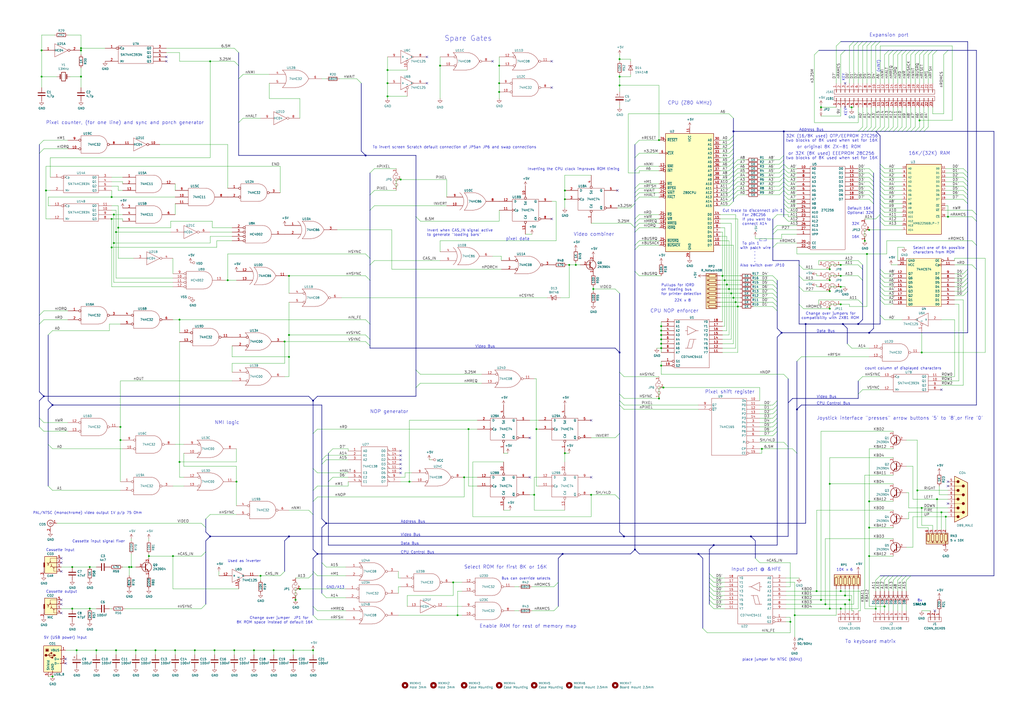
<source format=kicad_sch>
(kicad_sch (version 20211123) (generator eeschema)
  (paper "A2")
  (title_block (title "ZX81+38 Revision 1.9") (date "2022-08-22") (rev "1.9") (comment 1 "revision 1.9 adds pulldowns on the joystick switches") (comment 2 "changed all logic to 74HCxx family") (comment 3 "added clock inverter U18A") (comment 4 "changes relative to rev 1.6"))
  (junction (at 167.64 160.02))
  (junction (at 334.01 153.67))
  (junction (at 476.25 62.23))
  (junction (at 487.68 342.9))
  (junction (at 262.89 337.82))
  (junction (at 504.19 133.35))
  (junction (at 481.33 280.67))
  (junction (at 534.67 204.47))
  (junction (at 487.68 176.53))
  (junction (at 101.6 377.19))
  (junction (at 513.08 351.79))
  (junction (at 224.79 55.88))
  (junction (at 147.32 377.19))
  (junction (at 104.14 185.42))
  (junction (at 359.41 34.29))
  (junction (at 78.74 377.19))
  (junction (at 224.79 48.26))
  (junction (at 533.4 69.85))
  (junction (at 504.19 322.58))
  (junction (at 327.66 110.49))
  (junction (at 532.13 284.48))
  (junction (at 121.92 35.56))
  (junction (at 158.75 377.19))
  (junction (at 461.01 356.87))
  (junction (at 419.1 160.02))
  (junction (at 420.37 162.56))
  (junction (at 488.95 187.96))
  (junction (at 382.27 231.14))
  (junction (at 453.39 193.04))
  (junction (at 454.66 76.2))
  (junction (at 167.64 194.31))
  (junction (at 424.18 170.18))
  (junction (at 67.31 377.19))
  (junction (at 170.18 377.19))
  (junction (at 508 353.06))
  (junction (at 421.64 165.1))
  (junction (at 113.03 377.19))
  (junction (at 481.33 179.07))
  (junction (at 64.77 143.51))
  (junction (at 487.68 353.06))
  (junction (at 68.58 132.08))
  (junction (at 30.48 234.95))
  (junction (at 24.13 44.45))
  (junction (at 269.24 276.86))
  (junction (at 487.68 160.02))
  (junction (at 492.76 347.98))
  (junction (at 41.91 353.06))
  (junction (at 368.3 318.77))
  (junction (at 458.47 360.68))
  (junction (at 476.25 347.98))
  (junction (at 167.64 207.01))
  (junction (at 497.84 187.96))
  (junction (at 184.15 321.31))
  (junction (at 481.33 162.56))
  (junction (at 26.67 110.49))
  (junction (at 44.45 377.19))
  (junction (at 30.48 392.43))
  (junction (at 359.41 44.45))
  (junction (at 255.27 38.1))
  (junction (at 326.39 321.31))
  (junction (at 405.13 321.31))
  (junction (at 181.61 377.19))
  (junction (at 64.77 127))
  (junction (at 135.89 377.19))
  (junction (at 309.88 287.02))
  (junction (at 171.45 347.98))
  (junction (at 361.95 311.15))
  (junction (at 501.65 139.7))
  (junction (at 104.14 267.97))
  (junction (at 76.2 328.93))
  (junction (at 462.28 237.49))
  (junction (at 167.64 311.15))
  (junction (at 327.66 115.57))
  (junction (at 383.54 201.93))
  (junction (at 359.41 49.53))
  (junction (at 271.78 248.92))
  (junction (at 383.54 189.23))
  (junction (at 383.54 199.39))
  (junction (at 46.99 29.21))
  (junction (at 504.19 306.07))
  (junction (at 441.96 260.35))
  (junction (at 52.07 353.06))
  (junction (at 151.13 334.01))
  (junction (at 467.36 187.96))
  (junction (at 165.1 198.12))
  (junction (at 90.17 377.19))
  (junction (at 414.02 316.23))
  (junction (at 46.99 27.94))
  (junction (at 132.08 162.56))
  (junction (at 504.19 290.83))
  (junction (at 69.85 247.65))
  (junction (at 502.92 147.32))
  (junction (at 425.45 172.72))
  (junction (at 546.1 297.18))
  (junction (at 383.54 196.85))
  (junction (at 478.79 350.52))
  (junction (at 100.33 322.58))
  (junction (at 383.54 212.09))
  (junction (at 66.04 124.46))
  (junction (at 504.19 193.04))
  (junction (at 41.91 328.93))
  (junction (at 494.03 62.23))
  (junction (at 435.61 311.15))
  (junction (at 67.31 134.62))
  (junction (at 224.79 40.64))
  (junction (at 212.09 90.17))
  (junction (at 549.91 125.73))
  (junction (at 426.72 175.26))
  (junction (at 189.23 303.53))
  (junction (at 121.92 311.15))
  (junction (at 55.88 377.19))
  (junction (at 487.68 153.67))
  (junction (at 383.54 191.77))
  (junction (at 137.16 279.4))
  (junction (at 543.56 289.56))
  (junction (at 383.54 194.31))
  (junction (at 481.33 156.21))
  (junction (at 173.99 341.63))
  (junction (at 46.99 44.45))
  (junction (at 384.81 224.79))
  (junction (at 490.22 350.52))
  (junction (at 330.2 153.67))
  (junction (at 64.77 114.3))
  (junction (at 344.17 167.64))
  (junction (at 327.66 262.89))
  (junction (at 425.45 76.2))
  (junction (at 487.68 166.37))
  (junction (at 69.85 255.27))
  (junction (at 24.13 29.21))
  (junction (at 481.33 353.06))
  (junction (at 74.93 328.93))
  (junction (at 124.46 377.19))
  (junction (at 342.9 287.02))
  (junction (at 422.91 167.64))
  (junction (at 473.71 342.9))
  (junction (at 548.64 299.72))
  (junction (at 359.41 204.47))
  (junction (at 289.56 38.1))
  (junction (at 232.41 104.14))
  (junction (at 490.22 345.44))
  (junction (at 481.33 168.91))
  (junction (at 311.15 248.92))
  (junction (at 86.36 322.58))
  (junction (at 289.56 48.26))
  (junction (at 52.07 328.93))
  (junction (at 66.04 140.97))
  (junction (at 181.61 232.41))
  (junction (at 534.67 294.64))
  (junction (at 265.43 356.87))
  (junction (at 237.49 279.4))
  (junction (at 25.4 229.87))
  (junction (at 289.56 53.34))
  (junction (at 382.27 81.28))
  (junction (at 427.99 177.8))
  (no_connect (at 232.41 261.62))
  (no_connect (at 38.1 382.27))
  (no_connect (at 320.04 35.56))
  (no_connect (at 232.41 274.32))
  (no_connect (at 320.04 50.8))
  (no_connect (at 549.91 292.1))
  (no_connect (at 96.52 33.02))
  (no_connect (at 232.41 266.7))
  (no_connect (at 35.56 347.98))
  (no_connect (at 35.56 355.6))
  (no_connect (at 342.9 276.86))
  (no_connect (at 96.52 35.56))
  (no_connect (at 247.65 33.02))
  (no_connect (at 342.9 243.84))
  (no_connect (at 358.14 110.49))
  (no_connect (at 247.65 48.26))
  (no_connect (at 546.1 226.06))
  (no_connect (at 307.34 254))
  (no_connect (at 549.91 279.4))
  (no_connect (at 35.56 323.85))
  (no_connect (at 35.56 331.47))
  (no_connect (at 549.91 281.94))
  (no_connect (at 490.22 48.26))
  (no_connect (at 320.04 127))
  (no_connect (at 232.41 271.78))
  (no_connect (at 307.34 276.86))
  (no_connect (at 490.22 62.23))
  (no_connect (at 232.41 269.24))
  (no_connect (at 542.29 354.33))
  (no_connect (at 232.41 264.16))
  (no_connect (at 38.1 384.81))
  (no_connect (at 35.56 326.39))
  (no_connect (at 35.56 350.52))
  (no_connect (at 285.75 35.56))
  (bus_entry (at 510.54 128.27) (size 2.54 2.54))
  (bus_entry (at 422.91 66.04) (size 2.54 2.54))
  (bus_entry (at 497.84 160.02) (size 2.54 2.54))
  (bus_entry (at 411.48 350.52) (size 2.54 2.54))
  (bus_entry (at 425.45 110.49) (size 2.54 -2.54))
  (bus_entry (at 508 127) (size 2.54 -2.54))
  (bus_entry (at 497.84 151.13) (size 2.54 2.54))
  (bus_entry (at 504.19 113.03) (size 2.54 2.54))
  (bus_entry (at 212.09 198.12) (size 2.54 2.54))
  (bus_entry (at 510.54 161.29) (size 2.54 2.54))
  (bus_entry (at 533.4 31.75) (size 2.54 -2.54))
  (bus_entry (at 505.46 76.2) (size 2.54 -2.54))
  (bus_entry (at 448.31 127) (size 2.54 -2.54))
  (bus_entry (at 212.09 147.32) (size 2.54 2.54))
  (bus_entry (at 558.8 166.37) (size 2.54 -2.54))
  (bus_entry (at 452.12 100.33) (size 2.54 -2.54))
  (bus_entry (at 190.5 262.89) (size 2.54 -2.54))
  (bus_entry (at 359.41 228.6) (size 2.54 2.54))
  (bus_entry (at 491.49 199.39) (size 2.54 2.54))
  (bus_entry (at 508 336.55) (size 2.54 -2.54))
  (bus_entry (at 518.16 336.55) (size 2.54 -2.54))
  (bus_entry (at 533.4 76.2) (size 2.54 -2.54))
  (bus_entry (at 241.3 214.63) (size 2.54 2.54))
  (bus_entry (at 510.54 156.21) (size 2.54 2.54))
  (bus_entry (at 454.66 100.33) (size 2.54 2.54))
  (bus_entry (at 448.31 162.56) (size 2.54 2.54))
  (bus_entry (at 22.86 187.96) (size 2.54 -2.54))
  (bus_entry (at 528.32 31.75) (size 2.54 -2.54))
  (bus_entry (at 448.31 175.26) (size 2.54 2.54))
  (bus_entry (at 365.76 129.54) (size 2.54 2.54))
  (bus_entry (at 520.7 76.2) (size 2.54 -2.54))
  (bus_entry (at 22.86 182.88) (size 2.54 -2.54))
  (bus_entry (at 454.66 105.41) (size 2.54 2.54))
  (bus_entry (at 558.8 158.75) (size 2.54 -2.54))
  (bus_entry (at 452.12 107.95) (size 2.54 -2.54))
  (bus_entry (at 502.92 76.2) (size 2.54 -2.54))
  (bus_entry (at 119.38 300.99) (size 2.54 -2.54))
  (bus_entry (at 497.84 228.6) (size 2.54 -2.54))
  (bus_entry (at 27.94 281.94) (size 2.54 2.54))
  (bus_entry (at 186.69 344.17) (size 2.54 2.54))
  (bus_entry (at 510.54 163.83) (size 2.54 2.54))
  (bus_entry (at 452.12 92.71) (size 2.54 -2.54))
  (bus_entry (at 454.66 107.95) (size 2.54 2.54))
  (bus_entry (at 500.38 26.67) (size 2.54 -2.54))
  (bus_entry (at 448.31 245.11) (size 2.54 -2.54))
  (bus_entry (at 22.86 83.82) (size 2.54 -2.54))
  (bus_entry (at 411.48 345.44) (size 2.54 2.54))
  (bus_entry (at 510.54 100.33) (size 2.54 2.54))
  (bus_entry (at 452.12 113.03) (size 2.54 -2.54))
  (bus_entry (at 502.92 26.67) (size 2.54 -2.54))
  (bus_entry (at 487.68 31.75) (size 2.54 -2.54))
  (bus_entry (at 513.08 31.75) (size 2.54 -2.54))
  (bus_entry (at 558.8 171.45) (size 2.54 -2.54))
  (bus_entry (at 422.91 83.82) (size 2.54 -2.54))
  (bus_entry (at 535.94 31.75) (size 2.54 -2.54))
  (bus_entry (at 422.91 81.28) (size 2.54 -2.54))
  (bus_entry (at 463.55 153.67) (size 2.54 2.54))
  (bus_entry (at 181.61 284.48) (size 2.54 -2.54))
  (bus_entry (at 515.62 336.55) (size 2.54 -2.54))
  (bus_entry (at 510.54 158.75) (size 2.54 2.54))
  (bus_entry (at 425.45 115.57) (size 2.54 -2.54))
  (bus_entry (at 368.3 127) (size 2.54 -2.54))
  (bus_entry (at 359.41 215.9) (size 2.54 2.54))
  (bus_entry (at 504.19 110.49) (size 2.54 2.54))
  (bus_entry (at 510.54 118.11) (size 2.54 2.54))
  (bus_entry (at 214.63 153.67) (size 2.54 -2.54))
  (bus_entry (at 422.91 109.22) (size 2.54 -2.54))
  (bus_entry (at 422.91 86.36) (size 2.54 -2.54))
  (bus_entry (at 422.91 101.6) (size 2.54 -2.54))
  (bus_entry (at 448.31 234.95) (size 2.54 -2.54))
  (bus_entry (at 116.84 353.06) (size 2.54 -2.54))
  (bus_entry (at 518.16 31.75) (size 2.54 -2.54))
  (bus_entry (at 523.24 336.55) (size 2.54 -2.54))
  (bus_entry (at 321.31 340.36) (size 2.54 -2.54))
  (bus_entry (at 510.54 120.65) (size 2.54 2.54))
  (bus_entry (at 523.24 76.2) (size 2.54 -2.54))
  (bus_entry (at 368.3 91.44) (size 2.54 -2.54))
  (bus_entry (at 411.48 332.74) (size 2.54 2.54))
  (bus_entry (at 425.45 113.03) (size 2.54 -2.54))
  (bus_entry (at 558.8 113.03) (size 2.54 2.54))
  (bus_entry (at 359.41 232.41) (size 2.54 2.54))
  (bus_entry (at 508 26.67) (size 2.54 -2.54))
  (bus_entry (at 448.31 250.19) (size 2.54 -2.54))
  (bus_entry (at 214.63 121.92) (size 2.54 -2.54))
  (bus_entry (at 448.31 237.49) (size 2.54 -2.54))
  (bus_entry (at 356.87 287.02) (size 2.54 2.54))
  (bus_entry (at 525.78 76.2) (size 2.54 -2.54))
  (bus_entry (at 181.61 271.78) (size 2.54 2.54))
  (bus_entry (at 422.91 96.52) (size 2.54 -2.54))
  (bus_entry (at 504.19 105.41) (size 2.54 2.54))
  (bus_entry (at 513.08 76.2) (size 2.54 -2.54))
  (bus_entry (at 186.69 266.7) (size 2.54 -2.54))
  (bus_entry (at 454.66 115.57) (size 2.54 2.54))
  (bus_entry (at 22.86 88.9) (size 2.54 -2.54))
  (bus_entry (at 485.14 26.67) (size 2.54 -2.54))
  (bus_entry (at 452.12 97.79) (size 2.54 -2.54))
  (bus_entry (at 454.66 125.73) (size 2.54 2.54))
  (bus_entry (at 368.3 157.48) (size 2.54 2.54))
  (bus_entry (at 538.48 31.75) (size 2.54 -2.54))
  (bus_entry (at 368.3 142.24) (size 2.54 -2.54))
  (bus_entry (at 462.28 209.55) (size 2.54 -2.54))
  (bus_entry (at 558.8 168.91) (size 2.54 -2.54))
  (bus_entry (at 181.61 351.79) (size 2.54 2.54))
  (bus_entry (at 422.91 88.9) (size 2.54 -2.54))
  (bus_entry (at 438.15 323.85) (size 2.54 2.54))
  (bus_entry (at 448.31 242.57) (size 2.54 -2.54))
  (bus_entry (at 515.62 76.2) (size 2.54 -2.54))
  (bus_entry (at 510.54 173.99) (size 2.54 2.54))
  (bus_entry (at 448.31 177.8) (size 2.54 2.54))
  (bus_entry (at 162.56 334.01) (size 2.54 -2.54))
  (bus_entry (at 241.3 125.73) (size 2.54 2.54))
  (bus_entry (at 459.74 260.35) (size 2.54 2.54))
  (bus_entry (at 510.54 113.03) (size 2.54 2.54))
  (bus_entry (at 504.19 100.33) (size 2.54 2.54))
  (bus_entry (at 411.48 335.28) (size 2.54 2.54))
  (bus_entry (at 22.86 242.57) (size 2.54 2.54))
  (bus_entry (at 368.3 109.22) (size 2.54 -2.54))
  (bus_entry (at 422.91 104.14) (size 2.54 -2.54))
  (bus_entry (at 454.66 110.49) (size 2.54 2.54))
  (bus_entry (at 116.84 303.53) (size 2.54 2.54))
  (bus_entry (at 558.8 105.41) (size 2.54 2.54))
  (bus_entry (at 452.12 105.41) (size 2.54 -2.54))
  (bus_entry (at 513.08 336.55) (size 2.54 -2.54))
  (bus_entry (at 510.54 102.87) (size 2.54 2.54))
  (bus_entry (at 510.54 171.45) (size 2.54 2.54))
  (bus_entry (at 497.84 26.67) (size 2.54 -2.54))
  (bus_entry (at 190.5 279.4) (size 2.54 -2.54))
  (bus_entry (at 515.62 31.75) (size 2.54 -2.54))
  (bus_entry (at 448.31 170.18) (size 2.54 2.54))
  (bus_entry (at 558.8 102.87) (size 2.54 2.54))
  (bus_entry (at 448.31 252.73) (size 2.54 -2.54))
  (bus_entry (at 492.76 26.67) (size 2.54 -2.54))
  (bus_entry (at 186.69 269.24) (size 2.54 -2.54))
  (bus_entry (at 497.84 76.2) (size 2.54 -2.54))
  (bus_entry (at 27.94 257.81) (size 2.54 2.54))
  (bus_entry (at 510.54 105.41) (size 2.54 2.54))
  (bus_entry (at 563.88 121.92) (size 2.54 2.54))
  (bus_entry (at 422.91 99.06) (size 2.54 -2.54))
  (bus_entry (at 448.31 133.35) (size 2.54 -2.54))
  (bus_entry (at 497.84 153.67) (size 2.54 2.54))
  (bus_entry (at 541.02 31.75) (size 2.54 -2.54))
  (bus_entry (at 558.8 97.79) (size 2.54 2.54))
  (bus_entry (at 411.48 347.98) (size 2.54 2.54))
  (bus_entry (at 547.37 31.75) (size 2.54 -2.54))
  (bus_entry (at 510.54 182.88) (size 2.54 2.54))
  (bus_entry (at 356.87 254) (size 2.54 -2.54))
  (bus_entry (at 356.87 167.64) (size 2.54 2.54))
  (bus_entry (at 425.45 102.87) (size 2.54 -2.54))
  (bus_entry (at 425.45 95.25) (size 2.54 -2.54))
  (bus_entry (at 207.01 45.72) (size 2.54 2.54))
  (bus_entry (at 448.31 247.65) (size 2.54 -2.54))
  (bus_entry (at 425.45 97.79) (size 2.54 -2.54))
  (bus_entry (at 368.3 144.78) (size 2.54 -2.54))
  (bus_entry (at 138.43 71.12) (size 2.54 -2.54))
  (bus_entry (at 422.91 93.98) (size 2.54 -2.54))
  (bus_entry (at 463.55 176.53) (size 2.54 2.54))
  (bus_entry (at 452.12 95.25) (size 2.54 -2.54))
  (bus_entry (at 368.3 129.54) (size 2.54 -2.54))
  (bus_entry (at 422.91 119.38) (size 2.54 -2.54))
  (bus_entry (at 463.55 166.37) (size 2.54 2.54))
  (bus_entry (at 422.91 116.84) (size 2.54 -2.54))
  (bus_entry (at 422.91 111.76) (size 2.54 -2.54))
  (bus_entry (at 530.86 76.2) (size 2.54 -2.54))
  (bus_entry (at 454.66 97.79) (size 2.54 2.54))
  (bus_entry (at 212.09 194.31) (size 2.54 2.54))
  (bus_entry (at 454.66 113.03) (size 2.54 2.54))
  (bus_entry (at 563.88 153.67) (size 2.54 2.54))
  (bus_entry (at 510.54 76.2) (size 2.54 -2.54))
  (bus_entry (at 558.8 163.83) (size 2.54 -2.54))
  (bus_entry (at 422.91 114.3) (size 2.54 -2.54))
  (bus_entry (at 411.48 337.82) (size 2.54 2.54))
  (bus_entry (at 523.24 31.75) (size 2.54 -2.54))
  (bus_entry (at 510.54 168.91) (size 2.54 2.54))
  (bus_entry (at 425.45 107.95) (size 2.54 -2.54))
  (bus_entry (at 510.54 166.37) (size 2.54 2.54))
  (bus_entry (at 212.09 185.42) (size 2.54 2.54))
  (bus_entry (at 504.19 102.87) (size 2.54 2.54))
  (bus_entry (at 454.66 256.54) (size 2.54 2.54))
  (bus_entry (at 27.94 194.31) (size 2.54 -2.54))
  (bus_entry (at 448.31 143.51) (size 2.54 -2.54))
  (bus_entry (at 504.19 97.79) (size 2.54 2.54))
  (bus_entry (at 321.31 354.33) (size 2.54 -2.54))
  (bus_entry (at 454.66 120.65) (size 2.54 2.54))
  (bus_entry (at 214.63 113.03) (size 2.54 -2.54))
  (bus_entry (at 472.44 31.75) (size 2.54 -2.54))
  (bus_entry (at 411.48 342.9) (size 2.54 2.54))
  (bus_entry (at 558.8 107.95) (size 2.54 2.54))
  (bus_entry (at 368.3 99.06) (size 2.54 -2.54))
  (bus_entry (at 116.84 322.58) (size 2.54 -2.54))
  (bus_entry (at 510.54 115.57) (size 2.54 2.54))
  (bus_entry (at 454.66 102.87) (size 2.54 2.54))
  (bus_entry (at 179.07 335.28) (size 2.54 -2.54))
  (bus_entry (at 510.54 125.73) (size 2.54 2.54))
  (bus_entry (at 525.78 336.55) (size 2.54 -2.54))
  (bus_entry (at 368.3 111.76) (size 2.54 -2.54))
  (bus_entry (at 497.84 220.98) (size 2.54 -2.54))
  (bus_entry (at 186.69 326.39) (size 2.54 2.54))
  (bus_entry (at 504.19 115.57) (size 2.54 2.54))
  (bus_entry (at 425.45 105.41) (size 2.54 -2.54))
  (bus_entry (at 368.3 134.62) (size 2.54 -2.54))
  (bus_entry (at 368.3 114.3) (size 2.54 -2.54))
  (bus_entry (at 563.88 139.7) (size 2.54 2.54))
  (bus_entry (at 520.7 31.75) (size 2.54 -2.54))
  (bus_entry (at 558.8 100.33) (size 2.54 2.54))
  (bus_entry (at 135.89 35.56) (size 2.54 2.54))
  (bus_entry (at 500.38 76.2) (size 2.54 -2.54))
  (bus_entry (at 365.76 120.65) (size 2.54 -2.54))
  (bus_entry (at 525.78 31.75) (size 2.54 -2.54))
  (bus_entry (at 510.54 95.25) (size 2.54 2.54))
  (bus_entry (at 425.45 100.33) (size 2.54 -2.54))
  (bus_entry (at 448.31 160.02) (size 2.54 2.54))
  (bus_entry (at 422.91 106.68) (size 2.54 -2.54))
  (bus_entry (at 528.32 76.2) (size 2.54 -2.54))
  (bus_entry (at 558.8 110.49) (size 2.54 2.54))
  (bus_entry (at 411.48 340.36) (size 2.54 2.54))
  (bus_entry (at 138.43 45.72) (size 2.54 -2.54))
  (bus_entry (at 448.31 167.64) (size 2.54 2.54))
  (bus_entry (at 448.31 240.03) (size 2.54 -2.54))
  (bus_entry (at 448.31 165.1) (size 2.54 2.54))
  (bus_entry (at 497.84 173.99) (size 2.54 2.54))
  (bus_entry (at 452.12 110.49) (size 2.54 -2.54))
  (bus_entry (at 530.86 31.75) (size 2.54 -2.54))
  (bus_entry (at 181.61 251.46) (size 2.54 -2.54))
  (bus_entry (at 179.07 295.91) (size 2.54 2.54))
  (bus_entry (at 520.7 336.55) (size 2.54 -2.54))
  (bus_entry (at 22.86 247.65) (size 2.54 2.54))
  (bus_entry (at 181.61 290.83) (size 2.54 -2.54))
  (bus_entry (at 454.66 95.25) (size 2.54 2.54))
  (bus_entry (at 563.88 125.73) (size 2.54 2.54))
  (bus_entry (at 505.46 26.67) (size 2.54 -2.54))
  (bus_entry (at 504.19 107.95) (size 2.54 2.54))
  (bus_entry (at 510.54 336.55) (size 2.54 -2.54))
  (bus_entry (at 454.66 217.17) (size 2.54 2.54))
  (bus_entry (at 510.54 107.95) (size 2.54 2.54))
  (bus_entry (at 448.31 172.72) (size 2.54 2.54))
  (bus_entry (at 535.94 76.2) (size 2.54 -2.54))
  (bus_entry (at 558.8 161.29) (size 2.54 -2.54))
  (bus_entry (at 558.8 115.57) (size 2.54 2.54))
  (bus_entry (at 214.63 100.33) (size 2.54 -2.54))
  (bus_entry (at 508 76.2) (size 2.54 -2.54))
  (bus_entry (at 510.54 123.19) (size 2.54 2.54))
  (bus_entry (at 448.31 135.89) (size 2.54 -2.54))
  (bus_entry (at 368.3 132.08) (size 2.54 -2.54))
  (bus_entry (at 359.41 234.95) (size 2.54 2.54))
  (bus_entry (at 452.12 102.87) (size 2.54 -2.54))
  (bus_entry (at 407.67 364.49) (size 2.54 2.54))
  (bus_entry (at 518.16 76.2) (size 2.54 -2.54))
  (bus_entry (at 368.3 116.84) (size 2.54 -2.54))
  (bus_entry (at 135.89 27.94) (size 2.54 2.54))
  (bus_entry (at 181.61 356.87) (size 2.54 2.54))
  (bus_entry (at 510.54 110.49) (size 2.54 2.54))
  (bus_entry (at 495.3 26.67) (size 2.54 -2.54))
  (bus_entry (at 463.55 160.02) (size 2.54 2.54))
  (bus_entry (at 454.66 118.11) (size 2.54 2.54))
  (bus_entry (at 241.3 224.79) (size 2.54 -2.54))
  (bus_entry (at 212.09 160.02) (size 2.54 2.54))
  (bus_entry (at 422.91 91.44) (size 2.54 -2.54))
  (bus_entry (at 181.61 331.47) (size 2.54 2.54))
  (bus_entry (at 510.54 97.79) (size 2.54 2.54))
  (bus_entry (at 368.3 83.82) (size 2.54 -2.54))
  (wire (pts (xy 237.49 243.84) (xy 237.49 279.4)))
  (bus (pts (xy 454.66 118.11) (xy 454.66 120.65)))
  (wire (pts (xy 200.66 328.93) (xy 189.23 328.93)))
  (wire (pts (xy 487.68 341.63) (xy 487.68 342.9)))
  (wire (pts (xy 68.58 107.95) (xy 68.58 110.49)))
  (wire (pts (xy 46.99 27.94) (xy 46.99 29.21)))
  (bus (pts (xy 533.4 29.21) (xy 535.94 29.21)))
  (bus (pts (xy 368.3 129.54) (xy 368.3 132.08)))
  (bus (pts (xy 510.54 115.57) (xy 510.54 113.03)))
  (bus (pts (xy 450.85 237.49) (xy 450.85 234.95)))
  (wire (pts (xy 361.95 237.49) (xy 405.13 237.49)))
  (bus (pts (xy 119.38 313.69) (xy 119.38 320.04)))
  (bus (pts (xy 510.54 168.91) (xy 510.54 166.37)))
  (wire (pts (xy 60.96 27.94) (xy 46.99 27.94)))
  (wire (pts (xy 289.56 53.34) (xy 289.56 57.15)))
  (wire (pts (xy 440.69 105.41) (xy 452.12 105.41)))
  (bus (pts (xy 566.42 156.21) (xy 566.42 234.95)))
  (wire (pts (xy 68.58 110.49) (xy 71.12 110.49)))
  (wire (pts (xy 556.26 220.98) (xy 546.1 220.98)))
  (wire (pts (xy 472.44 71.12) (xy 472.44 31.75)))
  (bus (pts (xy 450.85 245.11) (xy 450.85 242.57)))
  (polyline (pts (xy 440.69 138.43) (xy 444.5 138.43)))
  (wire (pts (xy 64.77 143.51) (xy 125.73 143.51)))
  (wire (pts (xy 548.64 115.57) (xy 558.8 115.57)))
  (wire (pts (xy 41.91 353.06) (xy 52.07 353.06)))
  (wire (pts (xy 427.99 100.33) (xy 433.07 100.33)))
  (bus (pts (xy 506.73 110.49) (xy 506.73 113.03)))
  (bus (pts (xy 425.45 78.74) (xy 425.45 81.28)))
  (bus (pts (xy 209.55 48.26) (xy 209.55 87.63)))
  (wire (pts (xy 424.18 170.18) (xy 429.26 170.18)))
  (wire (pts (xy 342.9 287.02) (xy 356.87 287.02)))
  (bus (pts (xy 561.34 156.21) (xy 561.34 118.11)))
  (wire (pts (xy 518.16 161.29) (xy 513.08 161.29)))
  (bus (pts (xy 497.84 24.13) (xy 495.3 24.13)))
  (bus (pts (xy 241.3 229.87) (xy 184.15 229.87)))
  (wire (pts (xy 113.03 377.19) (xy 124.46 377.19)))
  (bus (pts (xy 361.95 311.15) (xy 435.61 311.15)))
  (wire (pts (xy 311.15 219.71) (xy 309.88 219.71)))
  (wire (pts (xy 455.93 347.98) (xy 476.25 347.98)))
  (wire (pts (xy 476.25 62.23) (xy 476.25 60.96)))
  (wire (pts (xy 69.85 255.27) (xy 69.85 279.4)))
  (bus (pts (xy 359.41 215.9) (xy 359.41 228.6)))
  (bus (pts (xy 138.43 71.12) (xy 138.43 90.17)))
  (bus (pts (xy 359.41 228.6) (xy 359.41 232.41)))
  (wire (pts (xy 421.64 191.77) (xy 419.1 191.77)))
  (wire (pts (xy 527.05 294.64) (xy 534.67 294.64)))
  (wire (pts (xy 76.2 328.93) (xy 78.74 328.93)))
  (bus (pts (xy 457.2 259.08) (xy 457.2 219.71)))
  (bus (pts (xy 506.73 107.95) (xy 506.73 110.49)))
  (wire (pts (xy 532.13 284.48) (xy 549.91 284.48)))
  (wire (pts (xy 497.84 354.33) (xy 499.11 354.33)))
  (bus (pts (xy 518.16 334.01) (xy 520.7 334.01)))
  (wire (pts (xy 495.3 341.63) (xy 495.3 350.52)))
  (wire (pts (xy 504.19 133.35) (xy 523.24 133.35)))
  (wire (pts (xy 534.67 294.64) (xy 534.67 304.8)))
  (bus (pts (xy 22.86 232.41) (xy 25.4 229.87)))
  (wire (pts (xy 510.54 62.23) (xy 510.54 73.66)))
  (wire (pts (xy 523.24 105.41) (xy 513.08 105.41)))
  (bus (pts (xy 561.34 163.83) (xy 561.34 161.29)))
  (wire (pts (xy 64.77 102.87) (xy 71.12 102.87)))
  (bus (pts (xy 425.45 101.6) (xy 425.45 102.87)))
  (wire (pts (xy 342.9 101.6) (xy 327.66 101.6)))
  (wire (pts (xy 294.64 262.89) (xy 292.1 262.89)))
  (wire (pts (xy 39.37 81.28) (xy 25.4 81.28)))
  (wire (pts (xy 365.76 35.56) (xy 365.76 34.29)))
  (wire (pts (xy 124.46 377.19) (xy 135.89 377.19)))
  (bus (pts (xy 500.38 156.21) (xy 500.38 162.56)))
  (bus (pts (xy 566.42 142.24) (xy 566.42 156.21)))
  (wire (pts (xy 189.23 266.7) (xy 201.93 266.7)))
  (wire (pts (xy 137.16 298.45) (xy 121.92 298.45)))
  (wire (pts (xy 538.48 31.75) (xy 538.48 48.26)))
  (bus (pts (xy 425.45 115.57) (xy 425.45 116.84)))
  (wire (pts (xy 234.95 274.32) (xy 234.95 276.86)))
  (wire (pts (xy 427.99 204.47) (xy 419.1 204.47)))
  (wire (pts (xy 422.91 139.7) (xy 417.83 139.7)))
  (bus (pts (xy 566.42 124.46) (xy 566.42 128.27)))
  (bus (pts (xy 538.48 29.21) (xy 541.02 29.21)))
  (wire (pts (xy 417.83 81.28) (xy 422.91 81.28)))
  (wire (pts (xy 473.71 166.37) (xy 473.71 165.1)))
  (wire (pts (xy 541.02 66.04) (xy 547.37 66.04)))
  (wire (pts (xy 502.92 147.32) (xy 514.35 147.32)))
  (wire (pts (xy 44.45 379.73) (xy 44.45 377.19)))
  (wire (pts (xy 265.43 342.9) (xy 265.43 356.87)))
  (bus (pts (xy 425.45 96.52) (xy 425.45 97.79)))
  (wire (pts (xy 556.26 176.53) (xy 556.26 220.98)))
  (bus (pts (xy 520.7 29.21) (xy 523.24 29.21)))
  (wire (pts (xy 419.1 160.02) (xy 429.26 160.02)))
  (wire (pts (xy 370.84 100.33) (xy 370.84 99.06)))
  (wire (pts (xy 64.77 127) (xy 64.77 143.51)))
  (wire (pts (xy 455.93 342.9) (xy 473.71 342.9)))
  (wire (pts (xy 364.49 66.04) (xy 422.91 66.04)))
  (wire (pts (xy 518.16 62.23) (xy 518.16 73.66)))
  (wire (pts (xy 104.14 30.48) (xy 104.14 35.56)))
  (wire (pts (xy 46.99 29.21) (xy 46.99 31.75)))
  (wire (pts (xy 553.72 161.29) (xy 558.8 161.29)))
  (wire (pts (xy 520.7 350.52) (xy 520.7 354.33)))
  (wire (pts (xy 311.15 248.92) (xy 311.15 281.94)))
  (wire (pts (xy 201.93 260.35) (xy 201.93 261.62)))
  (wire (pts (xy 125.73 143.51) (xy 125.73 139.7)))
  (wire (pts (xy 492.76 62.23) (xy 494.03 62.23)))
  (wire (pts (xy 530.86 62.23) (xy 530.86 73.66)))
  (bus (pts (xy 27.94 232.41) (xy 30.48 234.95)))
  (wire (pts (xy 515.62 62.23) (xy 515.62 73.66)))
  (bus (pts (xy 450.85 242.57) (xy 450.85 240.03)))
  (wire (pts (xy 359.41 34.29) (xy 359.41 35.56)))
  (wire (pts (xy 135.89 379.73) (xy 135.89 377.19)))
  (wire (pts (xy 544.83 287.02) (xy 544.83 281.94)))
  (wire (pts (xy 417.83 114.3) (xy 422.91 114.3)))
  (bus (pts (xy 368.3 134.62) (xy 368.3 142.24)))
  (bus (pts (xy 450.85 247.65) (xy 450.85 245.11)))
  (wire (pts (xy 417.83 162.56) (xy 420.37 162.56)))
  (bus (pts (xy 181.61 323.85) (xy 184.15 321.31)))
  (wire (pts (xy 421.64 137.16) (xy 421.64 165.1)))
  (wire (pts (xy 382.27 124.46) (xy 370.84 124.46)))
  (bus (pts (xy 510.54 173.99) (xy 510.54 171.45)))
  (wire (pts (xy 417.83 93.98) (xy 422.91 93.98)))
  (bus (pts (xy 523.24 76.2) (xy 525.78 76.2)))
  (bus (pts (xy 566.42 29.21) (xy 566.42 124.46)))
  (wire (pts (xy 68.58 132.08) (xy 68.58 149.86)))
  (wire (pts (xy 458.47 360.68) (xy 458.47 367.03)))
  (wire (pts (xy 474.98 166.37) (xy 473.71 166.37)))
  (wire (pts (xy 289.56 38.1) (xy 289.56 48.26)))
  (bus (pts (xy 528.32 334.01) (xy 576.58 334.01)))
  (bus (pts (xy 510.54 187.96) (xy 510.54 182.88)))
  (wire (pts (xy 69.85 187.96) (xy 63.5 187.96)))
  (bus (pts (xy 454.66 90.17) (xy 454.66 92.71)))
  (bus (pts (xy 214.63 187.96) (xy 214.63 196.85)))
  (bus (pts (xy 448.31 133.35) (xy 448.31 135.89)))
  (wire (pts (xy 259.08 119.38) (xy 217.17 119.38)))
  (wire (pts (xy 499.11 342.9) (xy 487.68 342.9)))
  (wire (pts (xy 322.58 116.84) (xy 322.58 139.7)))
  (wire (pts (xy 248.92 266.7) (xy 250.19 266.7)))
  (wire (pts (xy 440.69 245.11) (xy 448.31 245.11)))
  (bus (pts (xy 462.28 237.49) (xy 462.28 209.55)))
  (wire (pts (xy 458.47 340.36) (xy 458.47 326.39)))
  (wire (pts (xy 538.48 62.23) (xy 538.48 73.66)))
  (bus (pts (xy 241.3 214.63) (xy 241.3 224.79)))
  (wire (pts (xy 518.16 171.45) (xy 513.08 171.45)))
  (wire (pts (xy 425.45 172.72) (xy 425.45 199.39)))
  (wire (pts (xy 525.78 285.75) (xy 527.05 285.75)))
  (bus (pts (xy 510.54 123.19) (xy 510.54 120.65)))
  (wire (pts (xy 236.22 345.44) (xy 262.89 345.44)))
  (wire (pts (xy 420.37 189.23) (xy 419.1 189.23)))
  (wire (pts (xy 523.24 350.52) (xy 523.24 354.33)))
  (bus (pts (xy 368.3 83.82) (xy 368.3 91.44)))
  (wire (pts (xy 29.21 91.44) (xy 121.92 91.44)))
  (wire (pts (xy 289.56 121.92) (xy 289.56 128.27)))
  (wire (pts (xy 300.99 354.33) (xy 298.45 354.33)))
  (bus (pts (xy 411.48 337.82) (xy 411.48 340.36)))
  (wire (pts (xy 52.07 353.06) (xy 55.88 353.06)))
  (wire (pts (xy 236.22 40.64) (xy 224.79 40.64)))
  (wire (pts (xy 383.54 217.17) (xy 454.66 217.17)))
  (bus (pts (xy 525.78 76.2) (xy 528.32 76.2)))
  (wire (pts (xy 417.83 109.22) (xy 422.91 109.22)))
  (wire (pts (xy 383.54 212.09) (xy 383.54 217.17)))
  (bus (pts (xy 414.02 316.23) (xy 450.85 316.23)))
  (wire (pts (xy 90.17 377.19) (xy 101.6 377.19)))
  (wire (pts (xy 104.14 276.86) (xy 106.68 276.86)))
  (wire (pts (xy 462.28 133.35) (xy 450.85 133.35)))
  (wire (pts (xy 231.14 344.17) (xy 231.14 340.36)))
  (wire (pts (xy 71.12 328.93) (xy 74.93 328.93)))
  (wire (pts (xy 473.71 160.02) (xy 473.71 158.75)))
  (bus (pts (xy 448.31 127) (xy 448.31 133.35)))
  (bus (pts (xy 528.32 29.21) (xy 530.86 29.21)))
  (wire (pts (xy 33.02 44.45) (xy 24.13 44.45)))
  (wire (pts (xy 63.5 353.06) (xy 64.77 353.06)))
  (wire (pts (xy 63.5 187.96) (xy 63.5 191.77)))
  (bus (pts (xy 463.55 151.13) (xy 463.55 153.67)))
  (wire (pts (xy 370.84 160.02) (xy 383.54 160.02)))
  (bus (pts (xy 411.48 340.36) (xy 411.48 342.9)))
  (wire (pts (xy 533.4 31.75) (xy 533.4 48.26)))
  (wire (pts (xy 325.12 172.72) (xy 330.2 172.72)))
  (wire (pts (xy 100.33 185.42) (xy 104.14 185.42)))
  (wire (pts (xy 462.28 110.49) (xy 457.2 110.49)))
  (bus (pts (xy 359.41 234.95) (xy 359.41 251.46)))
  (wire (pts (xy 427.99 177.8) (xy 427.99 204.47)))
  (wire (pts (xy 504.19 201.93) (xy 494.03 201.93)))
  (wire (pts (xy 497.84 113.03) (xy 504.19 113.03)))
  (wire (pts (xy 156.21 43.18) (xy 140.97 43.18)))
  (wire (pts (xy 548.64 97.79) (xy 558.8 97.79)))
  (wire (pts (xy 553.72 158.75) (xy 558.8 158.75)))
  (wire (pts (xy 342.9 129.54) (xy 365.76 129.54)))
  (wire (pts (xy 138.43 341.63) (xy 100.33 341.63)))
  (wire (pts (xy 426.72 124.46) (xy 426.72 175.26)))
  (wire (pts (xy 151.13 334.01) (xy 162.56 334.01)))
  (wire (pts (xy 417.83 106.68) (xy 422.91 106.68)))
  (bus (pts (xy 510.54 125.73) (xy 510.54 124.46)))
  (wire (pts (xy 462.28 97.79) (xy 457.2 97.79)))
  (wire (pts (xy 64.77 110.49) (xy 64.77 114.3)))
  (wire (pts (xy 262.89 337.82) (xy 267.97 337.82)))
  (wire (pts (xy 86.36 322.58) (xy 100.33 322.58)))
  (bus (pts (xy 214.63 121.92) (xy 214.63 149.86)))
  (wire (pts (xy 382.27 224.79) (xy 384.81 224.79)))
  (bus (pts (xy 450.85 190.5) (xy 453.39 193.04)))
  (bus (pts (xy 450.85 172.72) (xy 450.85 175.26)))
  (wire (pts (xy 513.08 350.52) (xy 513.08 351.79)))
  (wire (pts (xy 417.83 96.52) (xy 422.91 96.52)))
  (wire (pts (xy 78.74 379.73) (xy 78.74 377.19)))
  (wire (pts (xy 158.75 379.73) (xy 158.75 377.19)))
  (bus (pts (xy 513.08 334.01) (xy 515.62 334.01)))
  (wire (pts (xy 327.66 110.49) (xy 327.66 115.57)))
  (bus (pts (xy 181.61 251.46) (xy 181.61 271.78)))
  (wire (pts (xy 504.19 260.35) (xy 518.16 260.35)))
  (bus (pts (xy 425.45 111.76) (xy 425.45 113.03)))
  (wire (pts (xy 274.32 267.97) (xy 274.32 299.72)))
  (wire (pts (xy 365.76 43.18) (xy 365.76 44.45)))
  (bus (pts (xy 515.62 29.21) (xy 518.16 29.21)))
  (bus (pts (xy 515.62 76.2) (xy 518.16 76.2)))
  (wire (pts (xy 359.41 49.53) (xy 359.41 53.34)))
  (wire (pts (xy 481.33 166.37) (xy 487.68 166.37)))
  (wire (pts (xy 127 334.01) (xy 127 331.47)))
  (bus (pts (xy 533.4 76.2) (xy 535.94 76.2)))
  (bus (pts (xy 454.66 110.49) (xy 454.66 113.03)))
  (wire (pts (xy 461.01 356.87) (xy 461.01 369.57)))
  (wire (pts (xy 490.22 350.52) (xy 495.3 350.52)))
  (wire (pts (xy 96.52 30.48) (xy 104.14 30.48)))
  (wire (pts (xy 513.08 342.9) (xy 513.08 336.55)))
  (wire (pts (xy 553.72 163.83) (xy 558.8 163.83)))
  (wire (pts (xy 419.1 134.62) (xy 417.83 134.62)))
  (wire (pts (xy 71.12 105.41) (xy 71.12 106.68)))
  (bus (pts (xy 181.61 323.85) (xy 181.61 331.47)))
  (bus (pts (xy 119.38 308.61) (xy 121.92 311.15)))
  (wire (pts (xy 289.56 33.02) (xy 289.56 38.1)))
  (wire (pts (xy 382.27 111.76) (xy 370.84 111.76)))
  (wire (pts (xy 455.93 337.82) (xy 461.01 337.82)))
  (wire (pts (xy 27.94 114.3) (xy 27.94 119.38)))
  (bus (pts (xy 326.39 321.31) (xy 365.76 321.31)))
  (wire (pts (xy 474.98 173.99) (xy 497.84 173.99)))
  (wire (pts (xy 33.02 303.53) (xy 116.84 303.53)))
  (wire (pts (xy 481.33 280.67) (xy 481.33 353.06)))
  (bus (pts (xy 165.1 331.47) (xy 165.1 313.69)))
  (wire (pts (xy 184.15 334.01) (xy 200.66 334.01)))
  (bus (pts (xy 454.66 113.03) (xy 454.66 115.57)))
  (wire (pts (xy 227.33 156.21) (xy 290.83 156.21)))
  (wire (pts (xy 494.03 354.33) (xy 494.03 345.44)))
  (wire (pts (xy 231.14 340.36) (xy 232.41 340.36)))
  (bus (pts (xy 181.61 331.47) (xy 181.61 332.74)))
  (wire (pts (xy 76.2 312.42) (xy 76.2 313.69)))
  (wire (pts (xy 520.7 153.67) (xy 516.89 153.67)))
  (bus (pts (xy 425.45 91.44) (xy 425.45 93.98)))
  (bus (pts (xy 138.43 38.1) (xy 138.43 45.72)))
  (bus (pts (xy 463.55 166.37) (xy 463.55 176.53)))
  (bus (pts (xy 450.85 316.23) (xy 450.85 250.19)))
  (wire (pts (xy 420.37 347.98) (xy 414.02 347.98)))
  (wire (pts (xy 25.4 180.34) (xy 39.37 180.34)))
  (wire (pts (xy 262.89 345.44) (xy 262.89 337.82)))
  (wire (pts (xy 66.04 140.97) (xy 66.04 163.83)))
  (wire (pts (xy 518.16 168.91) (xy 513.08 168.91)))
  (wire (pts (xy 457.2 124.46) (xy 450.85 124.46)))
  (wire (pts (xy 473.71 295.91) (xy 473.71 342.9)))
  (wire (pts (xy 510.54 226.06) (xy 500.38 226.06)))
  (wire (pts (xy 420.37 353.06) (xy 414.02 353.06)))
  (bus (pts (xy 425.45 100.33) (xy 425.45 101.6)))
  (bus (pts (xy 425.45 81.28) (xy 425.45 83.82)))
  (wire (pts (xy 417.83 172.72) (xy 425.45 172.72)))
  (bus (pts (xy 561.34 115.57) (xy 561.34 113.03)))
  (wire (pts (xy 440.69 242.57) (xy 448.31 242.57)))
  (wire (pts (xy 553.72 176.53) (xy 556.26 176.53)))
  (bus (pts (xy 510.54 128.27) (xy 510.54 125.73)))
  (bus (pts (xy 450.85 234.95) (xy 450.85 232.41)))
  (wire (pts (xy 195.58 133.35) (xy 227.33 133.35)))
  (wire (pts (xy 520.7 143.51) (xy 520.7 151.13)))
  (wire (pts (xy 523.24 113.03) (xy 513.08 113.03)))
  (bus (pts (xy 561.34 24.13) (xy 510.54 24.13)))
  (wire (pts (xy 476.25 67.31) (xy 487.68 67.31)))
  (bus (pts (xy 121.92 311.15) (xy 167.64 311.15)))
  (bus (pts (xy 508 76.2) (xy 510.54 76.2)))
  (wire (pts (xy 63.5 191.77) (xy 30.48 191.77)))
  (wire (pts (xy 518.16 275.59) (xy 501.65 275.59)))
  (wire (pts (xy 497.84 71.12) (xy 497.84 62.23)))
  (bus (pts (xy 425.45 105.41) (xy 425.45 106.68)))
  (wire (pts (xy 529.59 289.56) (xy 529.59 270.51)))
  (wire (pts (xy 510.54 342.9) (xy 510.54 336.55)))
  (wire (pts (xy 494.03 62.23) (xy 495.3 62.23)))
  (wire (pts (xy 458.47 326.39) (xy 440.69 326.39)))
  (wire (pts (xy 359.41 60.96) (xy 359.41 62.23)))
  (wire (pts (xy 462.28 102.87) (xy 457.2 102.87)))
  (wire (pts (xy 548.64 107.95) (xy 558.8 107.95)))
  (wire (pts (xy 530.86 31.75) (xy 530.86 48.26)))
  (wire (pts (xy 440.69 234.95) (xy 448.31 234.95)))
  (wire (pts (xy 528.32 31.75) (xy 528.32 48.26)))
  (wire (pts (xy 427.99 177.8) (xy 429.26 177.8)))
  (wire (pts (xy 100.33 281.94) (xy 106.68 281.94)))
  (wire (pts (xy 474.98 151.13) (xy 497.84 151.13)))
  (wire (pts (xy 427.99 110.49) (xy 433.07 110.49)))
  (wire (pts (xy 104.14 185.42) (xy 104.14 193.04)))
  (wire (pts (xy 132.08 162.56) (xy 137.16 162.56)))
  (wire (pts (xy 440.69 97.79) (xy 452.12 97.79)))
  (bus (pts (xy 368.3 116.84) (xy 368.3 118.11)))
  (bus (pts (xy 27.94 237.49) (xy 30.48 234.95)))
  (wire (pts (xy 67.31 134.62) (xy 67.31 161.29)))
  (wire (pts (xy 523.24 110.49) (xy 513.08 110.49)))
  (bus (pts (xy 359.41 204.47) (xy 359.41 215.9)))
  (wire (pts (xy 269.24 276.86) (xy 269.24 288.29)))
  (wire (pts (xy 436.88 162.56) (xy 448.31 162.56)))
  (bus (pts (xy 368.3 127) (xy 368.3 129.54)))
  (wire (pts (xy 462.28 100.33) (xy 457.2 100.33)))
  (wire (pts (xy 548.64 121.92) (xy 563.88 121.92)))
  (bus (pts (xy 27.94 194.31) (xy 27.94 232.41)))
  (wire (pts (xy 64.77 166.37) (xy 100.33 166.37)))
  (wire (pts (xy 549.91 119.38) (xy 548.64 119.38)))
  (wire (pts (xy 184.15 359.41) (xy 200.66 359.41)))
  (bus (pts (xy 450.85 232.41) (xy 450.85 195.58)))
  (bus (pts (xy 190.5 279.4) (xy 190.5 316.23)))
  (wire (pts (xy 417.83 167.64) (xy 422.91 167.64)))
  (wire (pts (xy 269.24 288.29) (xy 184.15 288.29)))
  (wire (pts (xy 173.99 57.15) (xy 173.99 68.58)))
  (wire (pts (xy 500.38 62.23) (xy 500.38 73.66)))
  (wire (pts (xy 382.27 106.68) (xy 370.84 106.68)))
  (wire (pts (xy 538.48 306.07) (xy 532.13 306.07)))
  (wire (pts (xy 541.02 304.8) (xy 534.67 304.8)))
  (bus (pts (xy 411.48 318.77) (xy 414.02 316.23)))
  (wire (pts (xy 425.45 142.24) (xy 425.45 172.72)))
  (wire (pts (xy 436.88 165.1) (xy 448.31 165.1)))
  (wire (pts (xy 476.25 347.98) (xy 492.76 347.98)))
  (wire (pts (xy 425.45 172.72) (xy 429.26 172.72)))
  (wire (pts (xy 35.56 328.93) (xy 41.91 328.93)))
  (bus (pts (xy 561.34 105.41) (xy 561.34 102.87)))
  (wire (pts (xy 171.45 347.98) (xy 171.45 341.63)))
  (bus (pts (xy 425.45 76.2) (xy 454.66 76.2)))
  (wire (pts (xy 525.78 255.27) (xy 532.13 255.27)))
  (bus (pts (xy 510.54 113.03) (xy 510.54 110.49)))
  (wire (pts (xy 137.16 267.97) (xy 104.14 267.97)))
  (wire (pts (xy 534.67 294.64) (xy 549.91 294.64)))
  (wire (pts (xy 382.27 88.9) (xy 370.84 88.9)))
  (wire (pts (xy 523.24 185.42) (xy 513.08 185.42)))
  (wire (pts (xy 167.64 207.01) (xy 134.62 207.01)))
  (bus (pts (xy 186.69 306.07) (xy 189.23 303.53)))
  (wire (pts (xy 101.6 379.73) (xy 101.6 377.19)))
  (wire (pts (xy 549.91 125.73) (xy 563.88 125.73)))
  (bus (pts (xy 365.76 321.31) (xy 368.3 318.77)))
  (wire (pts (xy 558.8 166.37) (xy 553.72 166.37)))
  (wire (pts (xy 334.01 153.67) (xy 336.55 153.67)))
  (wire (pts (xy 417.83 119.38) (xy 422.91 119.38)))
  (wire (pts (xy 440.69 256.54) (xy 454.66 256.54)))
  (wire (pts (xy 382.27 109.22) (xy 370.84 109.22)))
  (wire (pts (xy 553.72 149.86) (xy 553.72 151.13)))
  (wire (pts (xy 69.85 284.48) (xy 30.48 284.48)))
  (wire (pts (xy 201.93 281.94) (xy 184.15 281.94)))
  (wire (pts (xy 495.3 354.33) (xy 494.03 354.33)))
  (wire (pts (xy 462.28 115.57) (xy 457.2 115.57)))
  (bus (pts (xy 190.5 316.23) (xy 414.02 316.23)))
  (wire (pts (xy 453.39 135.89) (xy 462.28 135.89)))
  (wire (pts (xy 170.18 379.73) (xy 170.18 377.19)))
  (bus (pts (xy 179.07 229.87) (xy 25.4 229.87)))
  (wire (pts (xy 481.33 179.07) (xy 466.09 179.07)))
  (wire (pts (xy 181.61 377.19) (xy 181.61 379.73)))
  (bus (pts (xy 450.85 175.26) (xy 450.85 177.8)))
  (bus (pts (xy 214.63 200.66) (xy 214.63 201.93)))
  (wire (pts (xy 364.49 100.33) (xy 370.84 100.33)))
  (wire (pts (xy 492.76 176.53) (xy 492.76 177.8)))
  (bus (pts (xy 506.73 118.11) (xy 506.73 190.5)))
  (wire (pts (xy 55.88 379.73) (xy 55.88 377.19)))
  (wire (pts (xy 440.69 237.49) (xy 448.31 237.49)))
  (wire (pts (xy 541.02 31.75) (xy 541.02 48.26)))
  (wire (pts (xy 99.06 128.27) (xy 99.06 132.08)))
  (wire (pts (xy 487.68 353.06) (xy 487.68 354.33)))
  (bus (pts (xy 425.45 107.95) (xy 425.45 109.22)))
  (wire (pts (xy 492.76 26.67) (xy 492.76 48.26)))
  (bus (pts (xy 561.34 100.33) (xy 561.34 24.13)))
  (wire (pts (xy 485.14 356.87) (xy 461.01 356.87)))
  (wire (pts (xy 501.65 139.7) (xy 501.65 133.35)))
  (wire (pts (xy 156.21 48.26) (xy 156.21 57.15)))
  (wire (pts (xy 101.6 124.46) (xy 101.6 118.11)))
  (wire (pts (xy 132.08 162.56) (xy 132.08 147.32)))
  (wire (pts (xy 289.56 48.26) (xy 289.56 53.34)))
  (wire (pts (xy 458.47 367.03) (xy 410.21 367.03)))
  (wire (pts (xy 196.85 45.72) (xy 207.01 45.72)))
  (bus (pts (xy 510.54 158.75) (xy 510.54 156.21)))
  (wire (pts (xy 64.77 119.38) (xy 68.58 119.38)))
  (wire (pts (xy 457.2 125.73) (xy 457.2 124.46)))
  (wire (pts (xy 417.83 177.8) (xy 427.99 177.8)))
  (wire (pts (xy 420.37 350.52) (xy 414.02 350.52)))
  (bus (pts (xy 520.7 334.01) (xy 523.24 334.01)))
  (wire (pts (xy 487.68 153.67) (xy 497.84 153.67)))
  (bus (pts (xy 535.94 29.21) (xy 538.48 29.21)))
  (wire (pts (xy 27.94 119.38) (xy 29.21 119.38)))
  (wire (pts (xy 106.68 270.51) (xy 137.16 270.51)))
  (wire (pts (xy 497.84 26.67) (xy 497.84 48.26)))
  (wire (pts (xy 237.49 279.4) (xy 238.76 279.4)))
  (wire (pts (xy 417.83 86.36) (xy 422.91 86.36)))
  (bus (pts (xy 186.69 300.99) (xy 189.23 303.53)))
  (wire (pts (xy 481.33 162.56) (xy 481.33 160.02)))
  (wire (pts (xy 513.08 31.75) (xy 513.08 48.26)))
  (wire (pts (xy 420.37 342.9) (xy 414.02 342.9)))
  (wire (pts (xy 137.16 260.35) (xy 137.16 267.97)))
  (wire (pts (xy 66.04 163.83) (xy 100.33 163.83)))
  (wire (pts (xy 231.14 356.87) (xy 265.43 356.87)))
  (bus (pts (xy 510.54 120.65) (xy 510.54 118.11)))
  (wire (pts (xy 474.98 160.02) (xy 473.71 160.02)))
  (wire (pts (xy 549.91 125.73) (xy 549.91 119.38)))
  (wire (pts (xy 502.92 62.23) (xy 502.92 73.66)))
  (wire (pts (xy 383.54 189.23) (xy 383.54 191.77)))
  (wire (pts (xy 548.64 125.73) (xy 549.91 125.73)))
  (wire (pts (xy 497.84 341.63) (xy 497.84 353.06)))
  (wire (pts (xy 502.92 147.32) (xy 502.92 177.8)))
  (wire (pts (xy 327.66 115.57) (xy 327.66 120.65)))
  (bus (pts (xy 510.54 107.95) (xy 510.54 105.41)))
  (wire (pts (xy 382.27 139.7) (xy 370.84 139.7)))
  (wire (pts (xy 295.91 295.91) (xy 292.1 295.91)))
  (bus (pts (xy 535.94 76.2) (xy 576.58 76.2)))
  (wire (pts (xy 534.67 204.47) (xy 571.5 204.47)))
  (bus (pts (xy 370.84 321.31) (xy 405.13 321.31)))
  (wire (pts (xy 440.69 95.25) (xy 452.12 95.25)))
  (bus (pts (xy 186.69 269.24) (xy 186.69 300.99)))
  (bus (pts (xy 457.2 233.68) (xy 459.74 231.14)))
  (bus (pts (xy 181.61 351.79) (xy 181.61 356.87)))
  (wire (pts (xy 533.4 62.23) (xy 533.4 69.85)))
  (wire (pts (xy 309.88 287.02) (xy 307.34 287.02)))
  (wire (pts (xy 546.1 185.42) (xy 553.72 185.42)))
  (bus (pts (xy 497.84 228.6) (xy 497.84 231.14)))
  (wire (pts (xy 67.31 379.73) (xy 67.31 377.19)))
  (wire (pts (xy 466.09 168.91) (xy 481.33 168.91)))
  (wire (pts (xy 420.37 162.56) (xy 429.26 162.56)))
  (wire (pts (xy 485.14 62.23) (xy 476.25 62.23)))
  (wire (pts (xy 504.19 351.79) (xy 513.08 351.79)))
  (bus (pts (xy 22.86 83.82) (xy 22.86 88.9)))
  (wire (pts (xy 518.16 173.99) (xy 513.08 173.99)))
  (wire (pts (xy 31.75 20.32) (xy 24.13 20.32)))
  (bus (pts (xy 184.15 321.31) (xy 326.39 321.31)))
  (wire (pts (xy 171.45 341.63) (xy 173.99 341.63)))
  (wire (pts (xy 473.71 295.91) (xy 518.16 295.91)))
  (wire (pts (xy 327.66 101.6) (xy 327.66 110.49)))
  (wire (pts (xy 165.1 198.12) (xy 212.09 198.12)))
  (bus (pts (xy 22.86 88.9) (xy 22.86 182.88)))
  (wire (pts (xy 514.35 147.32) (xy 514.35 139.7)))
  (wire (pts (xy 462.28 128.27) (xy 457.2 128.27)))
  (wire (pts (xy 224.79 40.64) (xy 224.79 48.26)))
  (bus (pts (xy 435.61 311.15) (xy 457.2 311.15)))
  (wire (pts (xy 492.76 177.8) (xy 502.92 177.8)))
  (wire (pts (xy 523.24 128.27) (xy 513.08 128.27)))
  (bus (pts (xy 515.62 334.01) (xy 518.16 334.01)))
  (wire (pts (xy 200.66 346.71) (xy 189.23 346.71)))
  (wire (pts (xy 462.28 143.51) (xy 462.28 147.32)))
  (wire (pts (xy 513.08 351.79) (xy 513.08 354.33)))
  (wire (pts (xy 525.78 350.52) (xy 525.78 354.33)))
  (wire (pts (xy 334.01 153.67) (xy 334.01 152.4)))
  (wire (pts (xy 55.88 377.19) (xy 67.31 377.19)))
  (wire (pts (xy 224.79 55.88) (xy 224.79 57.15)))
  (wire (pts (xy 382.27 96.52) (xy 370.84 96.52)))
  (wire (pts (xy 330.2 153.67) (xy 334.01 153.67)))
  (wire (pts (xy 308.61 135.89) (xy 304.8 135.89)))
  (bus (pts (xy 454.66 120.65) (xy 454.66 125.73)))
  (bus (pts (xy 561.34 161.29) (xy 561.34 158.75)))
  (wire (pts (xy 481.33 176.53) (xy 487.68 176.53)))
  (wire (pts (xy 436.88 167.64) (xy 448.31 167.64)))
  (bus (pts (xy 22.86 227.33) (xy 25.4 229.87)))
  (wire (pts (xy 538.48 307.34) (xy 538.48 306.07)))
  (wire (pts (xy 510.54 26.67) (xy 510.54 48.26)))
  (wire (pts (xy 382.27 129.54) (xy 370.84 129.54)))
  (bus (pts (xy 500.38 176.53) (xy 500.38 185.42)))
  (wire (pts (xy 523.24 125.73) (xy 513.08 125.73)))
  (wire (pts (xy 490.22 350.52) (xy 490.22 354.33)))
  (wire (pts (xy 227.33 133.35) (xy 227.33 156.21)))
  (wire (pts (xy 485.14 26.67) (xy 485.14 48.26)))
  (bus (pts (xy 368.3 111.76) (xy 368.3 114.3)))
  (bus (pts (xy 411.48 345.44) (xy 411.48 347.98)))
  (bus (pts (xy 425.45 102.87) (xy 425.45 104.14)))
  (wire (pts (xy 422.91 167.64) (xy 422.91 194.31)))
  (wire (pts (xy 229.87 104.14) (xy 229.87 109.22)))
  (wire (pts (xy 201.93 279.4) (xy 201.93 281.94)))
  (wire (pts (xy 311.15 219.71) (xy 311.15 248.92)))
  (wire (pts (xy 417.83 88.9) (xy 422.91 88.9)))
  (wire (pts (xy 426.72 175.26) (xy 426.72 201.93)))
  (wire (pts (xy 532.13 306.07) (xy 532.13 284.48)))
  (wire (pts (xy 427.99 102.87) (xy 433.07 102.87)))
  (bus (pts (xy 510.54 95.25) (xy 510.54 78.74)))
  (wire (pts (xy 382.27 132.08) (xy 370.84 132.08)))
  (wire (pts (xy 523.24 97.79) (xy 513.08 97.79)))
  (wire (pts (xy 533.4 69.85) (xy 552.45 69.85)))
  (wire (pts (xy 162.56 96.52) (xy 26.67 96.52)))
  (bus (pts (xy 450.85 165.1) (xy 450.85 167.64)))
  (wire (pts (xy 492.76 341.63) (xy 492.76 347.98)))
  (bus (pts (xy 454.66 107.95) (xy 454.66 110.49)))
  (wire (pts (xy 104.14 198.12) (xy 104.14 267.97)))
  (wire (pts (xy 64.77 107.95) (xy 68.58 107.95)))
  (wire (pts (xy 255.27 33.02) (xy 255.27 38.1)))
  (bus (pts (xy 190.5 262.89) (xy 190.5 279.4)))
  (wire (pts (xy 99.06 134.62) (xy 67.31 134.62)))
  (wire (pts (xy 104.14 267.97) (xy 104.14 276.86)))
  (bus (pts (xy 500.38 162.56) (xy 500.38 176.53)))
  (wire (pts (xy 481.33 353.06) (xy 487.68 353.06)))
  (wire (pts (xy 417.83 170.18) (xy 424.18 170.18)))
  (bus (pts (xy 368.3 91.44) (xy 368.3 99.06)))
  (wire (pts (xy 436.88 177.8) (xy 448.31 177.8)))
  (bus (pts (xy 186.69 306.07) (xy 186.69 326.39)))
  (bus (pts (xy 181.61 232.41) (xy 184.15 229.87)))
  (wire (pts (xy 342.9 254) (xy 356.87 254)))
  (wire (pts (xy 424.18 129.54) (xy 417.83 129.54)))
  (wire (pts (xy 383.54 186.69) (xy 383.54 189.23)))
  (wire (pts (xy 539.75 354.33) (xy 534.67 354.33)))
  (wire (pts (xy 515.62 31.75) (xy 515.62 48.26)))
  (wire (pts (xy 461.01 337.82) (xy 461.01 356.87)))
  (wire (pts (xy 101.6 377.19) (xy 113.03 377.19)))
  (bus (pts (xy 411.48 335.28) (xy 411.48 337.82)))
  (wire (pts (xy 290.83 148.59) (xy 290.83 151.13)))
  (wire (pts (xy 232.41 104.14) (xy 259.08 104.14)))
  (wire (pts (xy 520.7 62.23) (xy 520.7 73.66)))
  (wire (pts (xy 71.12 255.27) (xy 69.85 255.27)))
  (wire (pts (xy 90.17 379.73) (xy 90.17 377.19)))
  (wire (pts (xy 462.28 113.03) (xy 457.2 113.03)))
  (wire (pts (xy 344.17 167.64) (xy 356.87 167.64)))
  (wire (pts (xy 26.67 110.49) (xy 26.67 127)))
  (wire (pts (xy 134.62 134.62) (xy 121.92 134.62)))
  (wire (pts (xy 193.04 260.35) (xy 201.93 260.35)))
  (bus (pts (xy 411.48 318.77) (xy 411.48 332.74)))
  (wire (pts (xy 370.84 81.28) (xy 382.27 81.28)))
  (wire (pts (xy 455.93 345.44) (xy 490.22 345.44)))
  (wire (pts (xy 523.24 107.95) (xy 513.08 107.95)))
  (wire (pts (xy 425.45 199.39) (xy 419.1 199.39)))
  (wire (pts (xy 121.92 140.97) (xy 66.04 140.97)))
  (wire (pts (xy 420.37 337.82) (xy 414.02 337.82)))
  (wire (pts (xy 184.15 248.92) (xy 271.78 248.92)))
  (wire (pts (xy 548.64 100.33) (xy 558.8 100.33)))
  (wire (pts (xy 66.04 124.46) (xy 66.04 140.97)))
  (bus (pts (xy 407.67 323.85) (xy 407.67 364.49)))
  (wire (pts (xy 41.91 328.93) (xy 52.07 328.93)))
  (wire (pts (xy 497.84 115.57) (xy 504.19 115.57)))
  (bus (pts (xy 425.45 97.79) (xy 425.45 99.06)))
  (wire (pts (xy 455.93 340.36) (xy 458.47 340.36)))
  (wire (pts (xy 383.54 201.93) (xy 381 201.93)))
  (wire (pts (xy 156.21 57.15) (xy 173.99 57.15)))
  (polyline (pts (xy 444.5 139.7) (xy 440.69 139.7)))
  (bus (pts (xy 525.78 29.21) (xy 528.32 29.21)))
  (wire (pts (xy 518.16 342.9) (xy 518.16 336.55)))
  (wire (pts (xy 441.96 260.35) (xy 459.74 260.35)))
  (bus (pts (xy 561.34 107.95) (xy 561.34 105.41)))
  (bus (pts (xy 368.3 132.08) (xy 368.3 134.62)))
  (wire (pts (xy 462.28 120.65) (xy 457.2 120.65)))
  (bus (pts (xy 359.41 170.18) (xy 359.41 204.47)))
  (bus (pts (xy 359.41 289.56) (xy 359.41 308.61)))
  (wire (pts (xy 525.78 270.51) (xy 529.59 270.51)))
  (bus (pts (xy 214.63 162.56) (xy 214.63 187.96)))
  (wire (pts (xy 424.18 196.85) (xy 419.1 196.85)))
  (wire (pts (xy 462.28 107.95) (xy 457.2 107.95)))
  (wire (pts (xy 548.64 113.03) (xy 558.8 113.03)))
  (bus (pts (xy 566.42 128.27) (xy 566.42 142.24)))
  (wire (pts (xy 417.83 99.06) (xy 422.91 99.06)))
  (wire (pts (xy 46.99 44.45) (xy 40.64 44.45)))
  (bus (pts (xy 506.73 105.41) (xy 506.73 107.95)))
  (wire (pts (xy 504.19 306.07) (xy 504.19 322.58)))
  (wire (pts (xy 497.84 110.49) (xy 504.19 110.49)))
  (wire (pts (xy 167.64 207.01) (xy 167.64 218.44)))
  (wire (pts (xy 238.76 274.32) (xy 234.95 274.32)))
  (wire (pts (xy 104.14 185.42) (xy 212.09 185.42)))
  (wire (pts (xy 553.72 153.67) (xy 563.88 153.67)))
  (bus (pts (xy 241.3 90.17) (xy 241.3 125.73)))
  (wire (pts (xy 523.24 31.75) (xy 523.24 48.26)))
  (wire (pts (xy 553.72 173.99) (xy 558.8 173.99)))
  (wire (pts (xy 510.54 354.33) (xy 510.54 350.52)))
  (bus (pts (xy 495.3 24.13) (xy 487.68 24.13)))
  (wire (pts (xy 548.64 299.72) (xy 529.59 299.72)))
  (bus (pts (xy 359.41 232.41) (xy 359.41 234.95)))
  (bus (pts (xy 27.94 237.49) (xy 27.94 257.81)))
  (wire (pts (xy 365.76 34.29) (xy 359.41 34.29)))
  (wire (pts (xy 481.33 176.53) (xy 481.33 179.07)))
  (wire (pts (xy 147.32 377.19) (xy 158.75 377.19)))
  (wire (pts (xy 481.33 168.91) (xy 481.33 166.37)))
  (wire (pts (xy 234.95 276.86) (xy 232.41 276.86)))
  (wire (pts (xy 39.37 86.36) (xy 25.4 86.36)))
  (bus (pts (xy 502.92 24.13) (xy 500.38 24.13)))
  (bus (pts (xy 454.66 76.2) (xy 497.84 76.2)))
  (wire (pts (xy 422.91 194.31) (xy 419.1 194.31)))
  (wire (pts (xy 427.99 92.71) (xy 433.07 92.71)))
  (bus (pts (xy 425.45 109.22) (xy 425.45 110.49)))
  (bus (pts (xy 241.3 125.73) (xy 241.3 214.63)))
  (bus (pts (xy 450.85 170.18) (xy 450.85 172.72)))
  (bus (pts (xy 506.73 115.57) (xy 506.73 118.11)))
  (wire (pts (xy 425.45 142.24) (xy 417.83 142.24)))
  (wire (pts (xy 243.84 222.25) (xy 279.4 222.25)))
  (wire (pts (xy 502.92 26.67) (xy 502.92 48.26)))
  (bus (pts (xy 502.92 76.2) (xy 505.46 76.2)))
  (bus (pts (xy 181.61 271.78) (xy 181.61 284.48)))
  (wire (pts (xy 508 26.67) (xy 508 48.26)))
  (wire (pts (xy 165.1 198.12) (xy 165.1 210.82)))
  (wire (pts (xy 330.2 262.89) (xy 327.66 262.89)))
  (wire (pts (xy 330.2 172.72) (xy 330.2 153.67)))
  (wire (pts (xy 501.65 133.35) (xy 504.19 133.35)))
  (wire (pts (xy 490.22 345.44) (xy 494.03 345.44)))
  (wire (pts (xy 514.35 139.7) (xy 563.88 139.7)))
  (bus (pts (xy 209.55 87.63) (xy 212.09 90.17)))
  (wire (pts (xy 35.56 353.06) (xy 41.91 353.06)))
  (wire (pts (xy 271.78 281.94) (xy 276.86 281.94)))
  (bus (pts (xy 368.3 109.22) (xy 368.3 111.76)))
  (wire (pts (xy 224.79 48.26) (xy 224.79 55.88)))
  (wire (pts (xy 421.64 165.1) (xy 429.26 165.1)))
  (bus (pts (xy 504.19 193.04) (xy 506.73 190.5)))
  (wire (pts (xy 359.41 43.18) (xy 359.41 44.45)))
  (wire (pts (xy 417.83 175.26) (xy 426.72 175.26)))
  (bus (pts (xy 425.45 99.06) (xy 425.45 100.33)))
  (wire (pts (xy 427.99 113.03) (xy 433.07 113.03)))
  (bus (pts (xy 541.02 29.21) (xy 543.56 29.21)))
  (wire (pts (xy 39.37 20.32) (xy 46.99 20.32)))
  (wire (pts (xy 71.12 127) (xy 71.12 128.27)))
  (bus (pts (xy 186.69 266.7) (xy 186.69 269.24)))
  (wire (pts (xy 358.14 120.65) (xy 365.76 120.65)))
  (wire (pts (xy 420.37 132.08) (xy 417.83 132.08)))
  (wire (pts (xy 455.93 350.52) (xy 478.79 350.52)))
  (wire (pts (xy 311.15 281.94) (xy 312.42 281.94)))
  (bus (pts (xy 212.09 90.17) (xy 241.3 90.17)))
  (wire (pts (xy 523.24 120.65) (xy 513.08 120.65)))
  (wire (pts (xy 101.6 110.49) (xy 101.6 106.68)))
  (wire (pts (xy 170.18 377.19) (xy 181.61 377.19)))
  (wire (pts (xy 518.16 158.75) (xy 513.08 158.75)))
  (bus (pts (xy 368.3 118.11) (xy 368.3 127)))
  (bus (pts (xy 518.16 76.2) (xy 520.7 76.2)))
  (bus (pts (xy 549.91 29.21) (xy 566.42 29.21)))
  (wire (pts (xy 436.88 172.72) (xy 448.31 172.72)))
  (wire (pts (xy 417.83 165.1) (xy 421.64 165.1)))
  (wire (pts (xy 553.72 218.44) (xy 546.1 218.44)))
  (wire (pts (xy 76.2 321.31) (xy 76.2 328.93)))
  (wire (pts (xy 322.58 116.84) (xy 320.04 116.84)))
  (wire (pts (xy 121.92 91.44) (xy 121.92 35.56)))
  (wire (pts (xy 487.68 160.02) (xy 497.84 160.02)))
  (bus (pts (xy 510.54 182.88) (xy 510.54 173.99)))
  (wire (pts (xy 520.7 342.9) (xy 520.7 336.55)))
  (bus (pts (xy 454.66 92.71) (xy 454.66 95.25)))
  (bus (pts (xy 368.3 318.77) (xy 370.84 321.31)))
  (wire (pts (xy 71.12 260.35) (xy 30.48 260.35)))
  (wire (pts (xy 243.84 217.17) (xy 279.4 217.17)))
  (bus (pts (xy 22.86 232.41) (xy 22.86 242.57)))
  (wire (pts (xy 24.13 44.45) (xy 24.13 50.8)))
  (wire (pts (xy 466.09 162.56) (xy 481.33 162.56)))
  (bus (pts (xy 561.34 102.87) (xy 561.34 100.33)))
  (bus (pts (xy 462.28 237.49) (xy 464.82 234.95)))
  (bus (pts (xy 510.54 105.41) (xy 510.54 102.87)))
  (wire (pts (xy 121.92 137.16) (xy 121.92 140.97)))
  (wire (pts (xy 165.1 210.82) (xy 134.62 210.82)))
  (bus (pts (xy 510.54 100.33) (xy 510.54 97.79)))
  (wire (pts (xy 67.31 121.92) (xy 67.31 134.62)))
  (bus (pts (xy 181.61 332.74) (xy 181.61 351.79)))
  (wire (pts (xy 27.94 114.3) (xy 64.77 114.3)))
  (wire (pts (xy 499.11 354.33) (xy 499.11 342.9)))
  (bus (pts (xy 323.85 337.82) (xy 323.85 351.79)))
  (wire (pts (xy 44.45 377.19) (xy 55.88 377.19)))
  (bus (pts (xy 450.85 195.58) (xy 453.39 193.04)))
  (wire (pts (xy 492.76 347.98) (xy 492.76 354.33)))
  (wire (pts (xy 548.64 110.49) (xy 558.8 110.49)))
  (wire (pts (xy 274.32 299.72) (xy 342.9 299.72)))
  (wire (pts (xy 523.24 102.87) (xy 513.08 102.87)))
  (bus (pts (xy 510.54 334.01) (xy 513.08 334.01)))
  (bus (pts (xy 450.85 177.8) (xy 450.85 180.34)))
  (wire (pts (xy 365.76 44.45) (xy 359.41 44.45)))
  (wire (pts (xy 259.08 104.14) (xy 259.08 114.3)))
  (wire (pts (xy 26.67 127) (xy 29.21 127)))
  (bus (pts (xy 359.41 308.61) (xy 361.95 311.15)))
  (wire (pts (xy 25.4 185.42) (xy 39.37 185.42)))
  (wire (pts (xy 440.69 224.79) (xy 440.69 232.41)))
  (wire (pts (xy 487.68 353.06) (xy 497.84 353.06)))
  (wire (pts (xy 344.17 166.37) (xy 344.17 167.64)))
  (wire (pts (xy 476.25 250.19) (xy 476.25 347.98)))
  (wire (pts (xy 440.69 247.65) (xy 448.31 247.65)))
  (wire (pts (xy 518.16 163.83) (xy 513.08 163.83)))
  (bus (pts (xy 497.84 187.96) (xy 510.54 187.96)))
  (wire (pts (xy 236.22 351.79) (xy 236.22 345.44)))
  (bus (pts (xy 497.84 231.14) (xy 459.74 231.14)))
  (wire (pts (xy 167.64 175.26) (xy 167.64 194.31)))
  (wire (pts (xy 64.77 143.51) (xy 64.77 166.37)))
  (wire (pts (xy 441.96 262.89) (xy 440.69 262.89)))
  (wire (pts (xy 382.27 127) (xy 370.84 127)))
  (wire (pts (xy 130.81 162.56) (xy 132.08 162.56)))
  (wire (pts (xy 462.28 105.41) (xy 457.2 105.41)))
  (wire (pts (xy 535.94 62.23) (xy 535.94 73.66)))
  (wire (pts (xy 497.84 71.12) (xy 472.44 71.12)))
  (bus (pts (xy 510.54 76.2) (xy 513.08 76.2)))
  (wire (pts (xy 383.54 199.39) (xy 383.54 201.93)))
  (wire (pts (xy 422.91 167.64) (xy 429.26 167.64)))
  (wire (pts (xy 134.62 210.82) (xy 134.62 215.9)))
  (wire (pts (xy 518.16 176.53) (xy 513.08 176.53)))
  (wire (pts (xy 548.64 299.72) (xy 548.64 307.34)))
  (wire (pts (xy 24.13 29.21) (xy 24.13 44.45)))
  (bus (pts (xy 463.55 160.02) (xy 463.55 166.37)))
  (bus (pts (xy 454.66 115.57) (xy 454.66 118.11)))
  (bus (pts (xy 528.32 76.2) (xy 530.86 76.2)))
  (wire (pts (xy 312.42 276.86) (xy 309.88 276.86)))
  (wire (pts (xy 510.54 218.44) (xy 500.38 218.44)))
  (wire (pts (xy 64.77 121.92) (xy 67.31 121.92)))
  (wire (pts (xy 308.61 340.36) (xy 321.31 340.36)))
  (bus (pts (xy 510.54 102.87) (xy 510.54 100.33)))
  (wire (pts (xy 525.78 317.5) (xy 529.59 317.5)))
  (wire (pts (xy 427.99 107.95) (xy 433.07 107.95)))
  (wire (pts (xy 96.52 27.94) (xy 135.89 27.94)))
  (wire (pts (xy 149.86 334.01) (xy 151.13 334.01)))
  (bus (pts (xy 510.54 124.46) (xy 510.54 123.19)))
  (wire (pts (xy 78.74 377.19) (xy 90.17 377.19)))
  (wire (pts (xy 417.83 111.76) (xy 422.91 111.76)))
  (wire (pts (xy 24.13 20.32) (xy 24.13 29.21)))
  (bus (pts (xy 561.34 110.49) (xy 561.34 107.95)))
  (bus (pts (xy 425.45 86.36) (xy 425.45 88.9)))
  (wire (pts (xy 481.33 265.43) (xy 481.33 280.67)))
  (wire (pts (xy 289.56 128.27) (xy 243.84 128.27)))
  (bus (pts (xy 167.64 311.15) (xy 361.95 311.15)))
  (wire (pts (xy 455.93 360.68) (xy 458.47 360.68)))
  (wire (pts (xy 72.39 353.06) (xy 116.84 353.06)))
  (wire (pts (xy 534.67 193.04) (xy 534.67 204.47)))
  (wire (pts (xy 382.27 142.24) (xy 370.84 142.24)))
  (bus (pts (xy 214.63 196.85) (xy 214.63 200.66)))
  (wire (pts (xy 487.68 176.53) (xy 492.76 176.53)))
  (wire (pts (xy 427.99 97.79) (xy 433.07 97.79)))
  (wire (pts (xy 504.19 290.83) (xy 504.19 306.07)))
  (bus (pts (xy 497.84 76.2) (xy 500.38 76.2)))
  (bus (pts (xy 561.34 193.04) (xy 561.34 168.91)))
  (wire (pts (xy 436.88 175.26) (xy 448.31 175.26)))
  (wire (pts (xy 420.37 162.56) (xy 420.37 189.23)))
  (wire (pts (xy 68.58 119.38) (xy 68.58 132.08)))
  (wire (pts (xy 46.99 20.32) (xy 46.99 27.94)))
  (wire (pts (xy 64.77 124.46) (xy 66.04 124.46)))
  (wire (pts (xy 533.4 69.85) (xy 533.4 73.66)))
  (wire (pts (xy 29.21 110.49) (xy 26.67 110.49)))
  (wire (pts (xy 523.24 118.11) (xy 513.08 118.11)))
  (bus (pts (xy 576.58 334.01) (xy 576.58 76.2)))
  (wire (pts (xy 312.42 248.92) (xy 311.15 248.92)))
  (wire (pts (xy 548.64 102.87) (xy 558.8 102.87)))
  (wire (pts (xy 231.14 335.28) (xy 232.41 335.28)))
  (wire (pts (xy 27.94 392.43) (xy 30.48 392.43)))
  (wire (pts (xy 382.27 114.3) (xy 370.84 114.3)))
  (bus (pts (xy 450.85 167.64) (xy 450.85 170.18)))
  (bus (pts (xy 488.95 187.96) (xy 491.49 190.5)))
  (wire (pts (xy 132.08 83.82) (xy 132.08 109.22)))
  (wire (pts (xy 419.1 134.62) (xy 419.1 160.02)))
  (wire (pts (xy 134.62 137.16) (xy 121.92 137.16)))
  (wire (pts (xy 383.54 194.31) (xy 383.54 196.85)))
  (bus (pts (xy 474.98 29.21) (xy 490.22 29.21)))
  (wire (pts (xy 137.16 279.4) (xy 137.16 293.37)))
  (wire (pts (xy 66.04 124.46) (xy 71.12 124.46)))
  (bus (pts (xy 214.63 201.93) (xy 356.87 201.93)))
  (wire (pts (xy 344.17 167.64) (xy 344.17 168.91)))
  (bus (pts (xy 22.86 182.88) (xy 22.86 187.96)))
  (bus (pts (xy 506.73 113.03) (xy 506.73 115.57)))
  (bus (pts (xy 181.61 232.41) (xy 181.61 251.46)))
  (wire (pts (xy 86.36 321.31) (xy 86.36 322.58)))
  (wire (pts (xy 440.69 100.33) (xy 452.12 100.33)))
  (bus (pts (xy 510.54 161.29) (xy 510.54 158.75)))
  (wire (pts (xy 255.27 139.7) (xy 322.58 139.7)))
  (wire (pts (xy 420.37 345.44) (xy 414.02 345.44)))
  (wire (pts (xy 300.99 340.36) (xy 298.45 340.36)))
  (wire (pts (xy 104.14 35.56) (xy 121.92 35.56)))
  (bus (pts (xy 454.66 97.79) (xy 454.66 100.33)))
  (bus (pts (xy 497.84 220.98) (xy 497.84 228.6)))
  (wire (pts (xy 86.36 312.42) (xy 86.36 313.69)))
  (bus (pts (xy 520.7 76.2) (xy 523.24 76.2)))
  (wire (pts (xy 255.27 38.1) (xy 255.27 57.15)))
  (bus (pts (xy 165.1 313.69) (xy 167.64 311.15)))
  (bus (pts (xy 450.85 180.34) (xy 450.85 190.5)))
  (wire (pts (xy 520.7 31.75) (xy 520.7 48.26)))
  (wire (pts (xy 487.68 31.75) (xy 487.68 48.26)))
  (wire (pts (xy 255.27 139.7) (xy 255.27 146.05)))
  (wire (pts (xy 440.69 110.49) (xy 452.12 110.49)))
  (wire (pts (xy 383.54 209.55) (xy 383.54 212.09)))
  (wire (pts (xy 462.28 147.32) (xy 502.92 147.32)))
  (wire (pts (xy 553.72 185.42) (xy 553.72 218.44)))
  (wire (pts (xy 508 342.9) (xy 508 336.55)))
  (wire (pts (xy 167.64 160.02) (xy 212.09 160.02)))
  (bus (pts (xy 214.63 149.86) (xy 214.63 153.67)))
  (wire (pts (xy 309.88 276.86) (xy 309.88 287.02)))
  (wire (pts (xy 184.15 274.32) (xy 201.93 274.32)))
  (bus (pts (xy 561.34 168.91) (xy 561.34 166.37)))
  (wire (pts (xy 417.83 83.82) (xy 422.91 83.82)))
  (bus (pts (xy 119.38 313.69) (xy 121.92 311.15)))
  (wire (pts (xy 186.69 45.72) (xy 189.23 45.72)))
  (bus (pts (xy 505.46 24.13) (xy 502.92 24.13)))
  (bus (pts (xy 368.3 142.24) (xy 368.3 144.78)))
  (bus (pts (xy 214.63 113.03) (xy 214.63 121.92)))
  (wire (pts (xy 86.36 322.58) (xy 86.36 323.85)))
  (wire (pts (xy 462.28 118.11) (xy 457.2 118.11)))
  (wire (pts (xy 29.21 102.87) (xy 29.21 91.44)))
  (wire (pts (xy 292.1 267.97) (xy 274.32 267.97)))
  (wire (pts (xy 453.39 138.43) (xy 453.39 135.89)))
  (wire (pts (xy 497.84 102.87) (xy 504.19 102.87)))
  (wire (pts (xy 167.64 160.02) (xy 167.64 170.18)))
  (wire (pts (xy 421.64 137.16) (xy 417.83 137.16)))
  (wire (pts (xy 518.16 31.75) (xy 518.16 48.26)))
  (wire (pts (xy 134.62 132.08) (xy 123.19 132.08)))
  (bus (pts (xy 411.48 347.98) (xy 411.48 350.52)))
  (wire (pts (xy 525.78 62.23) (xy 525.78 73.66)))
  (wire (pts (xy 474.98 176.53) (xy 474.98 173.99)))
  (wire (pts (xy 548.64 105.41) (xy 558.8 105.41)))
  (wire (pts (xy 426.72 175.26) (xy 429.26 175.26)))
  (bus (pts (xy 119.38 306.07) (xy 119.38 308.61)))
  (wire (pts (xy 68.58 149.86) (xy 77.47 149.86)))
  (wire (pts (xy 494.03 62.23) (xy 494.03 63.5)))
  (wire (pts (xy 173.99 341.63) (xy 200.66 341.63)))
  (bus (pts (xy 525.78 334.01) (xy 528.32 334.01)))
  (bus (pts (xy 241.3 224.79) (xy 241.3 229.87)))
  (wire (pts (xy 553.72 171.45) (xy 558.8 171.45)))
  (wire (pts (xy 571.5 149.86) (xy 553.72 149.86)))
  (wire (pts (xy 424.18 170.18) (xy 424.18 196.85)))
  (wire (pts (xy 382.27 99.06) (xy 370.84 99.06)))
  (bus (pts (xy 425.45 104.14) (xy 425.45 105.41)))
  (wire (pts (xy 497.84 105.41) (xy 504.19 105.41)))
  (wire (pts (xy 440.69 92.71) (xy 452.12 92.71)))
  (bus (pts (xy 497.84 187.96) (xy 500.38 185.42)))
  (polyline (pts (xy 444.5 138.43) (xy 444.5 139.7)))
  (wire (pts (xy 490.22 341.63) (xy 490.22 345.44)))
  (bus (pts (xy 425.45 106.68) (xy 425.45 107.95)))
  (wire (pts (xy 419.1 160.02) (xy 419.1 186.69)))
  (wire (pts (xy 478.79 350.52) (xy 490.22 350.52)))
  (wire (pts (xy 438.15 138.43) (xy 453.39 138.43)))
  (bus (pts (xy 454.66 76.2) (xy 454.66 90.17)))
  (wire (pts (xy 505.46 62.23) (xy 505.46 73.66)))
  (bus (pts (xy 181.61 284.48) (xy 181.61 290.83)))
  (wire (pts (xy 64.77 114.3) (xy 101.6 114.3)))
  (wire (pts (xy 481.33 153.67) (xy 487.68 153.67)))
  (wire (pts (xy 179.07 335.28) (xy 171.45 335.28)))
  (wire (pts (xy 25.4 245.11) (xy 39.37 245.11)))
  (wire (pts (xy 276.86 276.86) (xy 269.24 276.86)))
  (wire (pts (xy 549.91 299.72) (xy 548.64 299.72)))
  (bus (pts (xy 425.45 95.25) (xy 425.45 96.52)))
  (wire (pts (xy 441.96 260.35) (xy 441.96 262.89)))
  (bus (pts (xy 186.69 234.95) (xy 30.48 234.95)))
  (wire (pts (xy 481.33 160.02) (xy 487.68 160.02)))
  (wire (pts (xy 100.33 149.86) (xy 100.33 158.75)))
  (wire (pts (xy 523.24 62.23) (xy 523.24 73.66)))
  (wire (pts (xy 462.28 125.73) (xy 457.2 125.73)))
  (bus (pts (xy 425.45 83.82) (xy 425.45 86.36)))
  (bus (pts (xy 510.54 156.21) (xy 510.54 128.27)))
  (wire (pts (xy 501.65 275.59) (xy 501.65 353.06)))
  (bus (pts (xy 490.22 29.21) (xy 515.62 29.21)))
  (wire (pts (xy 417.83 91.44) (xy 422.91 91.44)))
  (wire (pts (xy 229.87 110.49) (xy 217.17 110.49)))
  (wire (pts (xy 547.37 66.04) (xy 547.37 31.75)))
  (bus (pts (xy 425.45 114.3) (xy 425.45 115.57)))
  (wire (pts (xy 422.91 139.7) (xy 422.91 167.64)))
  (wire (pts (xy 189.23 264.16) (xy 201.93 264.16)))
  (wire (pts (xy 417.83 104.14) (xy 422.91 104.14)))
  (wire (pts (xy 440.69 107.95) (xy 452.12 107.95)))
  (bus (pts (xy 561.34 158.75) (xy 561.34 156.21)))
  (bus (pts (xy 448.31 135.89) (xy 448.31 143.51)))
  (bus (pts (xy 467.36 187.96) (xy 488.95 187.96)))
  (bus (pts (xy 491.49 190.5) (xy 491.49 199.39)))
  (bus (pts (xy 454.66 102.87) (xy 454.66 105.41)))
  (bus (pts (xy 323.85 323.85) (xy 323.85 337.82)))
  (wire (pts (xy 167.64 218.44) (xy 165.1 218.44)))
  (bus (pts (xy 448.31 151.13) (xy 463.55 151.13)))
  (bus (pts (xy 467.36 187.96) (xy 467.36 303.53)))
  (wire (pts (xy 558.8 168.91) (xy 553.72 168.91)))
  (wire (pts (xy 382.27 231.14) (xy 361.95 231.14)))
  (bus (pts (xy 510.54 110.49) (xy 510.54 107.95)))
  (wire (pts (xy 501.65 127) (xy 508 127)))
  (wire (pts (xy 420.37 132.08) (xy 420.37 162.56)))
  (bus (pts (xy 523.24 334.01) (xy 525.78 334.01)))
  (wire (pts (xy 308.61 354.33) (xy 321.31 354.33)))
  (bus (pts (xy 454.66 95.25) (xy 454.66 97.79)))
  (wire (pts (xy 74.93 334.01) (xy 74.93 328.93)))
  (wire (pts (xy 38.1 377.19) (xy 44.45 377.19)))
  (wire (pts (xy 417.83 116.84) (xy 422.91 116.84)))
  (wire (pts (xy 259.08 351.79) (xy 267.97 351.79)))
  (wire (pts (xy 497.84 100.33) (xy 504.19 100.33)))
  (wire (pts (xy 513.08 62.23) (xy 513.08 73.66)))
  (wire (pts (xy 504.19 207.01) (xy 464.82 207.01)))
  (wire (pts (xy 67.31 161.29) (xy 100.33 161.29)))
  (wire (pts (xy 69.85 220.98) (xy 69.85 247.65)))
  (wire (pts (xy 523.24 342.9) (xy 523.24 336.55)))
  (wire (pts (xy 504.19 322.58) (xy 518.16 322.58)))
  (wire (pts (xy 515.62 354.33) (xy 515.62 350.52)))
  (wire (pts (xy 167.64 194.31) (xy 167.64 207.01)))
  (wire (pts (xy 440.69 250.19) (xy 448.31 250.19)))
  (wire (pts (xy 426.72 124.46) (xy 417.83 124.46)))
  (wire (pts (xy 151.13 334.01) (xy 151.13 336.55)))
  (wire (pts (xy 100.33 341.63) (xy 100.33 322.58)))
  (bus (pts (xy 462.28 262.89) (xy 462.28 237.49)))
  (wire (pts (xy 382.27 224.79) (xy 382.27 231.14)))
  (bus (pts (xy 561.34 118.11) (xy 561.34 115.57)))
  (bus (pts (xy 138.43 30.48) (xy 138.43 38.1)))
  (wire (pts (xy 523.24 115.57) (xy 513.08 115.57)))
  (wire (pts (xy 463.55 335.28) (xy 455.93 335.28)))
  (wire (pts (xy 309.88 287.02) (xy 309.88 295.91)))
  (wire (pts (xy 106.68 262.89) (xy 106.68 270.51)))
  (bus (pts (xy 510.54 97.79) (xy 510.54 95.25)))
  (bus (pts (xy 523.24 29.21) (xy 525.78 29.21)))
  (wire (pts (xy 327.66 262.89) (xy 327.66 267.97)))
  (wire (pts (xy 515.62 342.9) (xy 515.62 336.55)))
  (wire (pts (xy 552.45 26.67) (xy 510.54 26.67)))
  (wire (pts (xy 382.27 81.28) (xy 382.27 49.53)))
  (bus (pts (xy 508 76.2) (xy 510.54 78.74)))
  (wire (pts (xy 359.41 31.75) (xy 359.41 34.29)))
  (wire (pts (xy 478.79 312.42) (xy 478.79 350.52)))
  (wire (pts (xy 427.99 127) (xy 417.83 127)))
  (wire (pts (xy 508 350.52) (xy 508 353.06)))
  (wire (pts (xy 505.46 26.67) (xy 505.46 48.26)))
  (wire (pts (xy 342.9 299.72) (xy 342.9 287.02)))
  (wire (pts (xy 276.86 243.84) (xy 237.49 243.84)))
  (wire (pts (xy 518.16 350.52) (xy 518.16 354.33)))
  (wire (pts (xy 500.38 26.67) (xy 500.38 48.26)))
  (wire (pts (xy 504.19 290.83) (xy 518.16 290.83)))
  (bus (pts (xy 467.36 303.53) (xy 189.23 303.53)))
  (wire (pts (xy 476.25 250.19) (xy 518.16 250.19)))
  (wire (pts (xy 525.78 300.99) (xy 527.05 300.99)))
  (wire (pts (xy 527.05 294.64) (xy 527.05 285.75)))
  (wire (pts (xy 328.93 153.67) (xy 330.2 153.67)))
  (wire (pts (xy 541.02 307.34) (xy 541.02 304.8)))
  (bus (pts (xy 506.73 100.33) (xy 506.73 102.87)))
  (wire (pts (xy 504.19 260.35) (xy 504.19 290.83)))
  (wire (pts (xy 546.1 297.18) (xy 527.05 297.18)))
  (wire (pts (xy 25.4 250.19) (xy 39.37 250.19)))
  (wire (pts (xy 558.8 223.52) (xy 546.1 223.52)))
  (bus (pts (xy 368.3 114.3) (xy 368.3 116.84)))
  (bus (pts (xy 435.61 311.15) (xy 438.15 313.69)))
  (bus (pts (xy 518.16 29.21) (xy 520.7 29.21)))
  (bus (pts (xy 543.56 29.21) (xy 549.91 29.21)))
  (bus (pts (xy 368.3 157.48) (xy 368.3 318.77)))
  (bus (pts (xy 454.66 100.33) (xy 454.66 102.87)))
  (wire (pts (xy 481.33 156.21) (xy 481.33 153.67)))
  (wire (pts (xy 307.34 243.84) (xy 312.42 243.84)))
  (bus (pts (xy 500.38 153.67) (xy 500.38 156.21)))
  (wire (pts (xy 201.93 276.86) (xy 193.04 276.86)))
  (bus (pts (xy 323.85 323.85) (xy 326.39 321.31)))
  (bus (pts (xy 438.15 323.85) (xy 438.15 313.69)))
  (wire (pts (xy 134.62 220.98) (xy 69.85 220.98)))
  (bus (pts (xy 359.41 251.46) (xy 359.41 289.56)))
  (wire (pts (xy 382.27 218.44) (xy 361.95 218.44)))
  (bus (pts (xy 425.45 68.58) (xy 425.45 76.2)))
  (wire (pts (xy 383.54 191.77) (xy 383.54 194.31)))
  (wire (pts (xy 495.3 26.67) (xy 495.3 48.26)))
  (bus (pts (xy 462.28 321.31) (xy 462.28 262.89)))
  (bus (pts (xy 425.45 76.2) (xy 425.45 78.74)))
  (wire (pts (xy 309.88 295.91) (xy 327.66 295.91)))
  (bus (pts (xy 510.54 24.13) (xy 508 24.13)))
  (wire (pts (xy 541.02 62.23) (xy 541.02 66.04)))
  (wire (pts (xy 462.28 130.81) (xy 450.85 130.81)))
  (wire (pts (xy 92.71 83.82) (xy 132.08 83.82)))
  (wire (pts (xy 417.83 160.02) (xy 419.1 160.02)))
  (wire (pts (xy 67.31 377.19) (xy 78.74 377.19)))
  (wire (pts (xy 271.78 248.92) (xy 271.78 281.94)))
  (wire (pts (xy 523.24 123.19) (xy 513.08 123.19)))
  (bus (pts (xy 356.87 201.93) (xy 359.41 204.47)))
  (bus (pts (xy 27.94 257.81) (xy 27.94 281.94)))
  (wire (pts (xy 421.64 165.1) (xy 421.64 191.77)))
  (bus (pts (xy 504.19 193.04) (xy 561.34 193.04)))
  (wire (pts (xy 229.87 97.79) (xy 217.17 97.79)))
  (wire (pts (xy 518.16 166.37) (xy 513.08 166.37)))
  (bus (pts (xy 405.13 321.31) (xy 407.67 323.85)))
  (wire (pts (xy 317.5 172.72) (xy 198.12 172.72)))
  (bus (pts (xy 454.66 105.41) (xy 454.66 107.95)))
  (bus (pts (xy 179.07 229.87) (xy 181.61 232.41)))
  (bus (pts (xy 463.55 187.96) (xy 467.36 187.96)))
  (bus (pts (xy 500.38 76.2) (xy 502.92 76.2)))
  (wire (pts (xy 420.37 340.36) (xy 414.02 340.36)))
  (wire (pts (xy 549.91 287.02) (xy 544.83 287.02)))
  (bus (pts (xy 530.86 76.2) (xy 533.4 76.2)))
  (wire (pts (xy 384.81 224.79) (xy 440.69 224.79)))
  (wire (pts (xy 474.98 153.67) (xy 474.98 151.13)))
  (bus (pts (xy 510.54 166.37) (xy 510.54 163.83)))
  (bus (pts (xy 488.95 187.96) (xy 497.84 187.96)))
  (wire (pts (xy 364.49 66.04) (xy 364.49 100.33)))
  (bus (pts (xy 138.43 90.17) (xy 212.09 90.17)))
  (bus (pts (xy 22.86 187.96) (xy 22.86 227.33)))
  (wire (pts (xy 224.79 55.88) (xy 236.22 55.88)))
  (wire (pts (xy 106.68 257.81) (xy 101.6 257.81)))
  (wire (pts (xy 473.71 342.9) (xy 487.68 342.9)))
  (wire (pts (xy 424.18 129.54) (xy 424.18 170.18)))
  (wire (pts (xy 285.75 148.59) (xy 290.83 148.59)))
  (wire (pts (xy 440.69 260.35) (xy 441.96 260.35)))
  (wire (pts (xy 481.33 265.43) (xy 518.16 265.43)))
  (wire (pts (xy 100.33 322.58) (xy 116.84 322.58)))
  (bus (pts (xy 425.45 113.03) (xy 425.45 114.3)))
  (wire (pts (xy 217.17 151.13) (xy 255.27 151.13)))
  (wire (pts (xy 440.69 113.03) (xy 452.12 113.03)))
  (wire (pts (xy 361.95 234.95) (xy 405.13 234.95)))
  (bus (pts (xy 425.45 88.9) (xy 425.45 91.44)))
  (wire (pts (xy 167.64 295.91) (xy 179.07 295.91)))
  (wire (pts (xy 523.24 100.33) (xy 513.08 100.33)))
  (wire (pts (xy 462.28 123.19) (xy 457.2 123.19)))
  (wire (pts (xy 529.59 289.56) (xy 543.56 289.56)))
  (bus (pts (xy 119.38 320.04) (xy 119.38 350.52)))
  (bus (pts (xy 457.2 311.15) (xy 457.2 259.08)))
  (bus (pts (xy 453.39 193.04) (xy 504.19 193.04)))
  (wire (pts (xy 527.05 297.18) (xy 527.05 300.99)))
  (wire (pts (xy 52.07 328.93) (xy 55.88 328.93)))
  (wire (pts (xy 26.67 96.52) (xy 26.67 110.49)))
  (wire (pts (xy 74.93 328.93) (xy 76.2 328.93)))
  (bus (pts (xy 561.34 113.03) (xy 561.34 110.49)))
  (bus (pts (xy 186.69 326.39) (xy 186.69 344.17)))
  (wire (pts (xy 123.19 132.08) (xy 123.19 128.27)))
  (wire (pts (xy 485.14 341.63) (xy 485.14 356.87)))
  (wire (pts (xy 532.13 284.48) (xy 532.13 255.27)))
  (wire (pts (xy 504.19 306.07) (xy 518.16 306.07)))
  (wire (pts (xy 455.93 353.06) (xy 481.33 353.06)))
  (wire (pts (xy 135.89 377.19) (xy 147.32 377.19)))
  (wire (pts (xy 525.78 31.75) (xy 525.78 48.26)))
  (wire (pts (xy 426.72 201.93) (xy 419.1 201.93)))
  (bus (pts (xy 22.86 242.57) (xy 22.86 247.65)))
  (wire (pts (xy 487.68 166.37) (xy 490.22 166.37)))
  (wire (pts (xy 458.47 358.14) (xy 458.47 360.68)))
  (wire (pts (xy 504.19 322.58) (xy 504.19 351.79)))
  (bus (pts (xy 505.46 76.2) (xy 508 76.2)))
  (wire (pts (xy 438.15 138.43) (xy 438.15 137.16)))
  (bus (pts (xy 368.3 144.78) (xy 368.3 157.48)))
  (wire (pts (xy 440.69 252.73) (xy 448.31 252.73)))
  (bus (pts (xy 425.45 110.49) (xy 425.45 111.76)))
  (bus (pts (xy 368.3 99.06) (xy 368.3 109.22)))
  (wire (pts (xy 162.56 111.76) (xy 162.56 96.52)))
  (bus (pts (xy 506.73 102.87) (xy 506.73 105.41)))
  (wire (pts (xy 271.78 248.92) (xy 276.86 248.92)))
  (wire (pts (xy 535.94 31.75) (xy 535.94 48.26)))
  (wire (pts (xy 462.28 140.97) (xy 450.85 140.97)))
  (wire (pts (xy 427.99 95.25) (xy 433.07 95.25)))
  (wire (pts (xy 359.41 44.45) (xy 359.41 49.53)))
  (wire (pts (xy 123.19 128.27) (xy 99.06 128.27)))
  (wire (pts (xy 184.15 354.33) (xy 200.66 354.33)))
  (wire (pts (xy 69.85 247.65) (xy 69.85 255.27)))
  (wire (pts (xy 501.65 353.06) (xy 508 353.06)))
  (wire (pts (xy 158.75 377.19) (xy 170.18 377.19)))
  (bus (pts (xy 500.38 24.13) (xy 497.84 24.13)))
  (wire (pts (xy 571.5 204.47) (xy 571.5 149.86)))
  (bus (pts (xy 510.54 118.11) (xy 510.54 115.57)))
  (wire (pts (xy 417.83 101.6) (xy 422.91 101.6)))
  (wire (pts (xy 529.59 299.72) (xy 529.59 317.5)))
  (wire (pts (xy 543.56 289.56) (xy 549.91 289.56)))
  (wire (pts (xy 382.27 49.53) (xy 359.41 49.53)))
  (wire (pts (xy 121.92 35.56) (xy 135.89 35.56)))
  (wire (pts (xy 440.69 102.87) (xy 452.12 102.87)))
  (wire (pts (xy 265.43 356.87) (xy 267.97 356.87)))
  (wire (pts (xy 137.16 270.51) (xy 137.16 279.4)))
  (wire (pts (xy 497.84 107.95) (xy 504.19 107.95)))
  (bus (pts (xy 450.85 240.03) (xy 450.85 237.49)))
  (wire (pts (xy 466.09 156.21) (xy 481.33 156.21)))
  (wire (pts (xy 497.84 97.79) (xy 504.19 97.79)))
  (wire (pts (xy 231.14 331.47) (xy 231.14 335.28)))
  (wire (pts (xy 99.06 132.08) (xy 68.58 132.08)))
  (wire (pts (xy 427.99 105.41) (xy 433.07 105.41)))
  (wire (pts (xy 436.88 170.18) (xy 448.31 170.18)))
  (bus (pts (xy 561.34 166.37) (xy 561.34 163.83)))
  (bus (pts (xy 463.55 176.53) (xy 463.55 187.96)))
  (bus (pts (xy 119.38 300.99) (xy 119.38 306.07)))
  (wire (pts (xy 132.08 147.32) (xy 212.09 147.32)))
  (wire (pts (xy 46.99 39.37) (xy 46.99 44.45)))
  (bus (pts (xy 463.55 153.67) (xy 463.55 160.02)))
  (wire (pts (xy 147.32 379.73) (xy 147.32 377.19)))
  (wire (pts (xy 64.77 105.41) (xy 71.12 105.41)))
  (bus (pts (xy 510.54 163.83) (xy 510.54 161.29)))
  (wire (pts (xy 508 62.23) (xy 508 73.66)))
  (bus (pts (xy 405.13 321.31) (xy 462.28 321.31)))
  (wire (pts (xy 224.79 33.02) (xy 224.79 40.64)))
  (bus (pts (xy 138.43 45.72) (xy 138.43 71.12)))
  (wire (pts (xy 125.73 139.7) (xy 134.62 139.7)))
  (wire (pts (xy 525.78 342.9) (xy 525.78 336.55)))
  (wire (pts (xy 134.62 207.01) (xy 134.62 200.66)))
  (bus (pts (xy 425.45 93.98) (xy 425.45 95.25)))
  (wire (pts (xy 546.1 297.18) (xy 546.1 307.34)))
  (wire (pts (xy 508 353.06) (xy 508 354.33)))
  (wire (pts (xy 420.37 335.28) (xy 414.02 335.28)))
  (polyline (pts (xy 440.69 139.7) (xy 440.69 138.43)))
  (wire (pts (xy 543.56 289.56) (xy 543.56 307.34)))
  (wire (pts (xy 528.32 62.23) (xy 528.32 73.66)))
  (wire (pts (xy 552.45 69.85) (xy 552.45 26.67)))
  (bus (pts (xy 181.61 298.45) (xy 181.61 318.77)))
  (wire (pts (xy 440.69 240.03) (xy 448.31 240.03)))
  (wire (pts (xy 124.46 379.73) (xy 124.46 377.19)))
  (wire (pts (xy 549.91 297.18) (xy 546.1 297.18)))
  (wire (pts (xy 427.99 127) (xy 427.99 177.8)))
  (wire (pts (xy 487.68 67.31) (xy 487.68 62.23)))
  (wire (pts (xy 455.93 358.14) (xy 458.47 358.14)))
  (bus (pts (xy 214.63 153.67) (xy 214.63 162.56)))
  (wire (pts (xy 167.64 194.31) (xy 212.09 194.31)))
  (wire (pts (xy 64.77 127) (xy 71.12 127)))
  (wire (pts (xy 558.8 173.99) (xy 558.8 223.52)))
  (wire (pts (xy 46.99 44.45) (xy 46.99 50.8)))
  (bus (pts (xy 530.86 29.21) (xy 533.4 29.21)))
  (bus (pts (xy 510.54 171.45) (xy 510.54 168.91)))
  (wire (pts (xy 267.97 342.9) (xy 265.43 342.9)))
  (bus (pts (xy 411.48 332.74) (xy 411.48 335.28)))
  (bus (pts (xy 181.61 290.83) (xy 181.61 298.45)))
  (wire (pts (xy 229.87 104.14) (xy 232.41 104.14)))
  (bus (pts (xy 411.48 342.9) (xy 411.48 345.44)))
  (wire (pts (xy 478.79 312.42) (xy 518.16 312.42)))
  (wire (pts (xy 481.33 280.67) (xy 518.16 280.67)))
  (wire (pts (xy 383.54 196.85) (xy 383.54 199.39)))
  (bus (pts (xy 450.85 250.19) (xy 450.85 247.65)))
  (wire (pts (xy 232.41 279.4) (xy 237.49 279.4)))
  (bus (pts (xy 214.63 100.33) (xy 214.63 113.03)))
  (wire (pts (xy 383.54 201.93) (xy 383.54 204.47)))
  (bus (pts (xy 508 24.13) (xy 505.46 24.13)))
  (wire (pts (xy 520.7 143.51) (xy 524.51 143.51)))
  (bus (pts (xy 566.42 234.95) (xy 464.82 234.95)))
  (bus (pts (xy 450.85 162.56) (xy 450.85 165.1)))
  (bus (pts (xy 448.31 143.51) (xy 448.31 151.13)))
  (wire (pts (xy 523.24 130.81) (xy 513.08 130.81)))
  (wire (pts (xy 436.88 160.02) (xy 448.31 160.02)))
  (bus (pts (xy 181.61 318.77) (xy 184.15 321.31)))
  (wire (pts (xy 113.03 379.73) (xy 113.03 377.19)))
  (wire (pts (xy 151.13 68.58) (xy 140.97 68.58)))
  (bus (pts (xy 186.69 234.95) (xy 186.69 266.7)))
  (bus (pts (xy 513.08 76.2) (xy 515.62 76.2)))
  (text "Expansion port" (at 504.19 21.59 0) (effects (font (size 2.0066 2.0066)) (justify left bottom)))
  (text "Inverting the CPU clock improves ROM timing" (at 306.07 99.06 0) (effects (font (size 1.524 1.524)) (justify left bottom)))
  (text "32K (16/8K used) OTP/EEPROM 27C256 " (at 455.93 80.01 0) (effects (font (size 1.7 1.7)) (justify left bottom)))
  (text "Change over jumpers for\n" (at 467.36 182.88 0) (effects (font (size 1.524 1.524)) (justify left bottom)))
  (text "Also switch over JP10" (at 429.26 154.94 0) (effects (font (size 1.524 1.524)) (justify left bottom)))
  (text "to generate \"loading bars\"" (at 247.65 137.16 0) (effects (font (size 1.524 1.524)) (justify left bottom)))
  (text "Address Bus" (at 463.55 76.2 0) (effects (font (size 1.524 1.524)) (justify left bottom)))
  (text "Address Bus " (at 232.41 303.53 0) (effects (font (size 1.524 1.524)) (justify left bottom)))
  (text "Used as inverter" (at 132.08 326.39 0) (effects (font (size 1.524 1.524)) (justify left bottom)))
  (text "16K" (at 494.03 138.43 0) (effects (font (size 1.524 1.524)) (justify left bottom)))
  (text "count column of displayed characters" (at 501.65 214.63 0) (effects (font (size 1.524 1.524)) (justify left bottom)))
  (text "pixel data" (at 293.37 139.7 0) (effects (font (size 1.8034 1.8034)) (justify left bottom)))
  (text "NMI logic" (at 124.46 246.38 0) (effects (font (size 2.0066 2.0066)) (justify left bottom)))
  (text "To invert screen Scratch default connection of JP5an JP6 and swap connections" (at 311.15 86.36 0) (effects (font (size 1.524 1.524)) (justify right bottom)))
  (text "KEY" (at 491.49 67.31 90) (effects (font (size 1.524 1.524)) (justify left bottom)))
  (text "Cut trace to disconnect pin 1" (at 419.1 123.19 0) (effects (font (size 1.524 1.524)) (justify left bottom)))
  (text "Select ROM for first 8K or 16K" (at 269.24 330.2 0) (effects (font (size 2.0066 2.0066)) (justify left bottom)))
  (text ". . . . . " (at 438.15 152.4 90) (effects (font (size 1.524 1.524)) (justify left bottom)))
  (text "Cassette input" (at 26.67 320.04 0) (effects (font (size 1.4986 1.4986)) (justify left bottom)))
  (text "Data Bus" (at 232.41 316.23 0) (effects (font (size 1.524 1.524)) (justify left bottom)))
  (text "Bus can override selects" (at 290.83 336.55 0) (effects (font (size 1.4986 1.4986)) (justify left bottom)))
  (text "22K x 8" (at 391.16 175.26 0) (effects (font (size 1.524 1.524)) (justify left bottom)))
  (text "or 32K (8K used) EEEPROM 28C256" (at 457.2 90.17 0) (effects (font (size 1.8034 1.8034)) (justify left bottom)))
  (text "Select one of 64 possible " (at 529.59 144.78 0) (effects (font (size 1.4986 1.4986)) (justify left bottom)))
  (text "NOP generator" (at 214.63 240.03 0) (effects (font (size 2.0066 2.0066)) (justify left bottom)))
  (text "10K x 6" (at 485.14 331.47 0) (effects (font (size 1.524 1.524)) (justify left bottom)))
  (text "32K" (at 494.03 130.81 0) (effects (font (size 1.524 1.524)) (justify left bottom)))
  (text "CPU NOP enforcer" (at 377.19 181.61 0) (effects (font (size 2.0066 2.0066)) (justify left bottom)))
  (text "with patch wire" (at 429.26 144.78 0) (effects (font (size 1.524 1.524)) (justify left bottom)))
  (text "Video Bus" (at 473.71 231.14 0) (effects (font (size 1.524 1.524)) (justify left bottom)))
  (text "GND/A13" (at 189.23 341.63 0) (effects (font (size 1.524 1.524)) (justify left bottom)))
  (text "for printer detection" (at 383.54 171.45 0) (effects (font (size 1.4986 1.4986)) (justify left bottom)))
  (text "CPU Control Bus " (at 232.41 321.31 0) (effects (font (size 1.524 1.524)) (justify left bottom)))
  (text "CPU (Z80 4MHz)" (at 387.35 60.96 0) (effects (font (size 2.0066 2.0066)) (justify left bottom)))
  (text "place jumper for NTSC (60Hz)" (at 430.53 383.54 0) (effects (font (size 1.4986 1.4986)) (justify left bottom)))
  (text "Pullups for IORD\n" (at 383.54 166.37 0) (effects (font (size 1.4986 1.4986)) (justify left bottom)))
  (text "For 28C256" (at 430.53 125.73 0) (effects (font (size 1.524 1.524)) (justify left bottom)))
  (text "two blocks of 8K used when set for 16K " (at 455.93 82.55 0) (effects (font (size 1.7 1.7)) (justify left bottom)))
  (text "5V (USB power) input" (at 25.4 370.84 0) (effects (font (size 1.4986 1.4986)) (justify left bottom)))
  (text "on floating bus" (at 383.54 168.91 0) (effects (font (size 1.4986 1.4986)) (justify left bottom)))
  (text "Pixel counter, (for one line) and sync and porch generator" (at 26.67 72.39 0) (effects (font (size 2.0066 2.0066)) (justify left bottom)))
  (text "Cassette output" (at 26.67 344.17 0) (effects (font (size 1.4986 1.4986)) (justify left bottom)))
  (text "Change over jumper  JP1 for\n" (at 144.78 359.41 0) (effects (font (size 1.524 1.524)) (justify left bottom)))
  (text "PAL/NTSC (monochrome) video output 1V p/p 75 Ohm" (at 19.05 298.45 0) (effects (font (size 1.4986 1.4986)) (justify left bottom)))
  (text "(nINT)" (at 510.54 41.91 90) (effects (font (size 1.524 1.524)) (justify left bottom)))
  (text "To keyboard matrix" (at 490.22 373.38 0) (effects (font (size 2.0066 2.0066)) (justify left bottom)))
  (text "Joystick interface \"presses\" arrow buttons '5' to '8',or fire '0'" (at 473.71 243.84 0) (effects (font (size 2.0066 2.0066)) (justify left bottom)))
  (text "Spare Gates" (at 257.81 24.13 0) (effects (font (size 2.9972 2.9972)) (justify left bottom)))
  (text "To pin 1" (at 430.53 142.24 0) (effects (font (size 1.524 1.524)) (justify left bottom)))
  (text "two blocks of 8K used when set for 16K " (at 455.93 92.71 0) (effects (font (size 1.7 1.7)) (justify left bottom)))
  (text "16K/(32K) RAM" (at 527.05 90.17 0) (effects (font (size 2.0066 2.0066)) (justify left bottom)))
  (text "CPU Control Bus " (at 473.71 234.95 0) (effects (font (size 1.524 1.524)) (justify left bottom)))
  (text "compatibility with ZX81 ROM" (at 464.82 185.42 0) (effects (font (size 1.524 1.524)) (justify left bottom)))
  (text "Data Bus" (at 473.71 193.04 0) (effects (font (size 1.524 1.524)) (justify left bottom)))
  (text "connect A14" (at 430.53 130.81 0) (effects (font (size 1.524 1.524)) (justify left bottom)))
  (text "or original 8K ZX-81 ROM" (at 462.28 86.36 0) (effects (font (size 1.8034 1.8034)) (justify left bottom)))
  (text "If you want to " (at 430.53 128.27 0) (effects (font (size 1.524 1.524)) (justify left bottom)))
  (text "Optional 32K" (at 491.49 124.46 0) (effects (font (size 1.524 1.524)) (justify left bottom)))
  (text "Default 16K" (at 491.49 121.92 0) (effects (font (size 1.524 1.524)) (justify left bottom)))
  (text "Invert when CAS_IN signal active" (at 247.65 134.62 0) (effects (font (size 1.524 1.524)) (justify left bottom)))
  (text "Cassette input signal fixer" (at 41.91 314.96 0) (effects (font (size 1.4986 1.4986)) (justify left bottom)))
  (text "Video Bus" (at 232.41 311.15 0) (effects (font (size 1.524 1.524)) (justify left bottom)))
  (text "characters from ROM" (at 529.59 147.32 0) (effects (font (size 1.4986 1.4986)) (justify left bottom)))
  (text "KEY" (at 490.22 46.99 90) (effects (font (size 1.524 1.524)) (justify left bottom)))
  (text "Video Bus" (at 275.59 201.93 0) (effects (font (size 1.524 1.524)) (justify left bottom)))
  (text "Pixel shift register" (at 408.94 228.6 0) (effects (font (size 2.0066 2.0066)) (justify left bottom)))
  (text "8K ROM space instead of default 16K\n" (at 137.16 361.95 0) (effects (font (size 1.524 1.524)) (justify left bottom)))
  (text "Enable RAM for rest of memory map" (at 278.13 364.49 0) (effects (font (size 2.0066 2.0066)) (justify left bottom)))
  (text "Video combiner" (at 332.74 137.16 0) (effects (font (size 2.0066 2.0066)) (justify left bottom)))
  (text "8x" (at 532.13 349.25 0) (effects (font (size 1.4986 1.4986)) (justify left bottom)))
  (text "Input port @ &HFE" (at 424.18 331.47 0) (effects (font (size 2.0066 2.0066)) (justify left bottom)))
  (label "D5'" (at 554.99 158.75 0) (effects (font (size 1.524 1.524))))
  (label "A0'" (at 515.62 97.79 0) (effects (font (size 1.524 1.524))))
  (label "KBA12" (at 506.73 322.58 0) (effects (font (size 1.524 1.524))))
  (label "A7" (at 429.26 95.25 0) (effects (font (size 1.524 1.524))))
  (label "D2'" (at 441.96 170.18 0) (effects (font (size 1.524 1.524))))
  (label "nIORQ" (at 520.7 45.72 90) (effects (font (size 1.524 1.524))))
  (label "D5'" (at 415.29 335.28 0) (effects (font (size 1.524 1.524))))
  (label "SH/nLD" (at 345.44 287.02 0) (effects (font (size 1.524 1.524))))
  (label "D1'" (at 495.3 45.72 90) (effects (font (size 1.524 1.524))))
  (label "A14" (at 523.24 341.63 90) (effects (font (size 1.524 1.524))))
  (label "A5'" (at 515.62 166.37 0) (effects (font (size 1.524 1.524))))
  (label "A4'" (at 515.62 107.95 0) (effects (font (size 1.524 1.524))))
  (label "A15" (at 510.54 68.58 90) (effects (font (size 1.524 1.524))))
  (label "A1'" (at 458.47 100.33 0) (effects (font (size 1.524 1.524))))
  (label "D0'" (at 554.99 171.45 0) (effects (font (size 1.524 1.524))))
  (label "nM1" (at 538.48 45.72 90) (effects (font (size 1.524 1.524))))
  (label "nRFSH" (at 373.38 109.22 0) (effects (font (size 1.524 1.524))))
  (label "A7'" (at 458.47 115.57 0) (effects (font (size 1.524 1.524))))
  (label "KBD4" (at 464.82 353.06 0) (effects (font (size 1.524 1.524))))
  (label "A7'" (at 530.86 68.58 90) (effects (font (size 1.524 1.524))))
  (label "D7'" (at 485.14 45.72 90) (effects (font (size 1.524 1.524))))
  (label "A3'" (at 458.47 105.41 0) (effects (font (size 1.524 1.524))))
  (label "P27" (at 467.36 168.91 0) (effects (font (size 1.524 1.524))))
  (label "nIORQ" (at 31.75 180.34 0) (effects (font (size 1.524 1.524))))
  (label "A1'" (at 445.77 110.49 0) (effects (font (size 1.524 1.524))))
  (label "3.25M" (at 269.24 217.17 0) (effects (font (size 1.524 1.524))))
  (label "D3'" (at 554.99 163.83 0) (effects (font (size 1.524 1.524))))
  (label "A10" (at 458.47 123.19 0) (effects (font (size 1.524 1.524))))
  (label "D5'" (at 443.23 247.65 0) (effects (font (size 1.524 1.524))))
  (label "nROMCS" (at 452.12 140.97 0) (effects (font (size 1.524 1.524))))
  (label "n3.25M" (at 373.38 88.9 0) (effects (font (size 1.524 1.524))))
  (label "n3.25M" (at 472.44 48.26 90) (effects (font (size 1.524 1.524))))
  (label "6.5M" (at 443.23 260.35 0) (effects (font (size 1.524 1.524))))
  (label "A1" (at 419.1 83.82 0) (effects (font (size 1.524 1.524))))
  (label "nBUSRQ" (at 533.4 45.72 90) (effects (font (size 1.524 1.524))))
  (label "nMREQ" (at 191.77 354.33 0) (effects (font (size 1.524 1.524))))
  (label "A12" (at 515.62 128.27 0) (effects (font (size 1.524 1.524))))
  (label "A12" (at 513.08 341.63 90) (effects (font (size 1.524 1.524))))
  (label "A12" (at 490.22 151.13 0) (effects (font (size 1.524 1.524))))
  (label "A9" (at 458.47 120.65 0) (effects (font (size 1.524 1.524))))
  (label "A15" (at 196.85 266.7 0) (effects (font (size 1.524 1.524))))
  (label "A15" (at 417.83 119.38 0) (effects (font (size 1.524 1.524))))
  (label "KBD0" (at 464.82 342.9 0) (effects (font (size 1.524 1.524))))
  (label "HSYNC" (at 201.93 147.32 0) (effects (font (size 1.524 1.524))))
  (label "D4'" (at 554.99 161.29 0) (effects (font (size 1.524 1.524))))
  (label "KBD1" (at 464.82 345.44 0) (effects (font (size 1.524 1.524))))
  (label "A6'" (at 533.4 68.58 90) (effects (font (size 1.524 1.524))))
  (label "A13" (at 515.62 68.58 90) (effects (font (size 1.524 1.524))))
  (label "nMREQ" (at 269.24 222.25 0) (effects (font (size 1.524 1.524))))
  (label "nIORQ" (at 31.75 250.19 0) (effects (font (size 1.524 1.524))))
  (label "A1" (at 33.02 284.48 0) (effects (font (size 1.524 1.524))))
  (label "A8" (at 429.26 92.71 0) (effects (font (size 1.524 1.524))))
  (label "A7'" (at 445.77 95.25 0) (effects (font (size 1.524 1.524))))
  (label "KBD3" (at 464.82 350.52 0) (effects (font (size 1.524 1.524))))
  (label "nPIXEL" (at 218.44 97.79 0) (effects (font (size 1.524 1.524))))
  (label "DOWN" (at 535.94 294.64 0) (effects (font (size 1.524 1.524))))
  (label "D0'" (at 415.29 342.9 0) (effects (font (size 1.524 1.524))))
  (label "A4'" (at 445.77 102.87 0) (effects (font (size 1.524 1.524))))
  (label "D2'" (at 497.84 102.87 0) (effects (font (size 1.524 1.524))))
  (label "A8'" (at 458.47 118.11 0) (effects (font (size 1.524 1.524))))
  (label "A8'" (at 445.77 92.71 0) (effects (font (size 1.524 1.524))))
  (label "nRD" (at 523.24 45.72 90) (effects (font (size 1.524 1.524))))
  (label "nPIXEL" (at 370.84 237.49 0) (effects (font (size 1.524 1.524))))
  (label "A10" (at 417.83 106.68 0) (effects (font (size 1.524 1.524))))
  (label "A7'" (at 515.62 161.29 0) (effects (font (size 1.524 1.524))))
  (label "nBUSRQ" (at 372.11 139.7 0) (effects (font (size 1.524 1.524))))
  (label "A13" (at 417.83 114.3 0) (effects (font (size 1.524 1.524))))
  (label "A14" (at 501.65 127 0) (effects (font (size 1.524 1.524))))
  (label "KBD4" (at 506.73 265.43 0) (effects (font (size 1.524 1.524))))
  (label "nRFSH" (at 480.06 207.01 0) (effects (font (size 1.524 1.524))))
  (label "nRAMCS" (at 487.68 45.72 90) (effects (font (size 1.524 1.524))))
  (label "D7'" (at 497.84 115.57 0) (effects (font (size 1.524 1.524))))
  (label "A11" (at 467.36 156.21 0) (effects (font (size 1.524 1.524))))
  (label "nM1" (at 33.02 81.28 0) (effects (font (size 1.524 1.524))))
  (label "D4'" (at 441.96 160.02 0) (effects (font (size 1.524 1.524))))
  (label "VSYNC" (at 201.93 198.12 0) (effects (font (size 1.524 1.524))))
  (label "D6'" (at 441.96 167.64 0) (effects (font (size 1.524 1.524))))
  (label "KBA12" (at 506.73 260.35 0) (effects (font (size 1.524 1.524))))
  (label "END" (at 157.48 96.52 0) (effects (font (size 1.524 1.524))))
  (label "nWAIT" (at 530.86 45.72 90) (effects (font (size 1.524 1.524))))
  (label "PIXEL" (at 252.73 104.14 0) (effects (font (size 1.524 1.524))))
  (label "A11" (at 458.47 125.73 0) (effects (font (size 1.524 1.524))))
  (label "nHSYNC" (at 501.65 218.44 0) (effects (font (size 1.524 1.524))))
  (label "A9" (at 525.78 68.58 90) (effects (font (size 1.524 1.524))))
  (label "nWR" (at 552.45 121.92 0) (effects (font (size 1.524 1.524))))
  (label "A8" (at 419.1 101.6 0) (effects (font (size 1.524 1.524))))
  (label "D3'" (at 505.46 45.72 90) (effects (font (size 1.524 1.524))))
  (label "D5'" (at 552.45 110.49 0) (effects (font (size 1.524 1.524))))
  (label "A0" (at 429.26 113.03 0) (effects (font (size 1.524 1.524))))
  (label "D1'" (at 443.23 237.49 0) (effects (font (size 1.524 1.524))))
  (label "KBD3" (at 506.73 312.42 0) (effects (font (size 1.524 1.524))))
  (label "VIDEO" (at 347.98 167.64 0) (effects (font (size 1.524 1.524))))
  (label "A13" (at 172.72 335.28 0) (effects (font (size 1.524 1.524))))
  (label "nRAMCS" (at 309.88 354.33 0) (effects (font (size 1.524 1.524))))
  (label "9V" (at 487.68 66.04 90) (effects (font (size 1.524 1.524))))
  (label "nWAIT" (at 199.39 45.72 0) (effects (font (size 1.524 1.524))))
  (label "D7'" (at 415.29 340.36 0) (effects (font (size 1.524 1.524))))
  (label "nNOP" (at 194.31 288.29 0) (effects (font (size 1.524 1.524))))
  (label "A13" (at 515.62 130.81 0) (effects (font (size 1.524 1.524))))
  (label "ROW1" (at 546.1 220.98 0) (effects (font (size 1.524 1.524))))
  (label "KBD2" (at 506.73 250.19 0) (effects (font (size 1.524 1.524))))
  (label "A2'" (at 458.47 102.87 0) (effects (font (size 1.524 1.524))))
  (label "A5" (at 419.1 93.98 0) (effects (font (size 1.524 1.524))))
  (label "nM1" (at 194.31 281.94 0) (effects (font (size 1.524 1.524))))
  (label "A3'" (at 515.62 105.41 0) (effects (font (size 1.524 1.524))))
  (label "nRESET" (at 372.11 81.28 0) (effects (font (size 1.524 1.524))))
  (label "A2'" (at 515.62 102.87 0) (effects (font (size 1.524 1.524))))
  (label "A6" (at 429.26 97.79 0) (effects (font (size 1.524 1.524))))
  (label "nHALT" (at 142.24 68.58 0) (effects (font (size 1.524 1.524))))
  (label "n3.25M" (at 358.14 120.65 0) (effects (font (size 1.524 1.524))))
  (label "A4'" (at 538.48 68.58 90) (effects (font (size 1.524 1.524))))
  (label "D7'" (at 443.23 252.73 0) (effects (font (size 1.524 1.524))))
  (label "nWR" (at 31.75 245.11 0) (effects (font (size 1.524 1.524))))
  (label "A13" (at 467.36 162.56 0) (effects (font (size 1.524 1.524))))
  (label "3.25M" (at 358.14 129.54 0) (effects (font (size 1.524 1.524))))
  (label "nRD" (at 196.85 248.92 0) (effects (font (size 1.524 1.524))))
  (label "D0'" (at 552.45 97.79 0) (effects (font (size 1.524 1.524))))
  (label "A15" (at 191.77 328.93 0) (effects (font (size 1.524 1.524))))
  (label "KBA12" (at 504.19 349.25 90) (effects (font (size 1.524 1.524))))
  (label "nROMCS" (at 467.36 179.07 0) (effects (font (size 1.524 1.524))))
  (label "nCAS_IN" (at 102.87 322.58 0) (effects (font (size 1.524 1.524))))
  (label "D1'" (at 441.96 177.8 0) (effects (font (size 1.524 1.524))))
  (label "VIDEO" (at 102.87 303.53 0) (effects (font (size 1.524 1.524))))
  (label "A6'" (at 445.77 97.79 0) (effects (font (size 1.524 1.524))))
  (label "A14" (at 191.77 346.71 0) (effects (font (size 1.524 1.524))))
  (label "PIXEL" (at 218.44 110.49 0) (effects (font (size 1.524 1.524))))
  (label "D1'" (at 415.29 345.44 0) (effects (font (size 1.524 1.524))))
  (label "A2" (at 429.26 107.95 0) (effects (font (size 1.524 1.524))))
  (label "A0'" (at 515.62 185.42 0) (effects (font (size 1.524 1.524))))
  (label "D4'" (at 497.84 107.95 0) (effects (font (size 1.524 1.524))))
  (label "nNMI" (at 373.38 96.52 0) (effects (font (size 1.524 1.524))))
  (label "FIRE" (at 535.94 297.18 0) (effects (font (size 1.524 1.524))))
  (label "INVERT" (at 251.46 119.38 0) (effects (font (size 1.524 1.524))))
  (label "D3'" (at 441.96 162.56 0) (effects (font (size 1.524 1.524))))
  (label "D0'" (at 492.76 45.72 90) (effects (font (size 1.524 1.524))))
  (label "A1'" (at 515.62 176.53 0) (effects (font (size 1.524 1.524))))
  (label "ROW2" (at 546.1 223.52 0) (effects (font (size 1.524 1.524))))
  (label "D5'" (at 441.96 165.1 0) (effects (font (size 1.524 1.524))))
  (label "nWR" (at 373.38 127 0) (effects (font (size 1.524 1.524))))
  (label "A2'" (at 505.46 68.58 90) (effects (font (size 1.524 1.524))))
  (label "nIORQ" (at 33.02 86.36 0) (effects (font (size 1.524 1.524))))
  (label "A0" (at 419.1 81.28 0) (effects (font (size 1.524 1.524))))
  (label "A0" (at 31.75 191.77 0) (effects (font (size 1.524 1.524))))
  (label "A11" (at 508 341.63 90) (effects (font (size 1.524 1.524))))
  (label "A4" (at 419.1 91.44 0) (effects (font (size 1.524 1.524))))
  (label "D5'" (at 502.92 45.72 90) (effects (font (size 1.524 1.524))))
  (label "D2'" (at 497.84 45.72 90) (effects (font (size 1.524 1.524))))
  (label "A11" (at 520.7 68.58 90) (effects (font (size 1.524 1.524))))
  (label "D1'" (at 554.99 168.91 0) (effects (font (size 1.524 1.524))))
  (label "A14" (at 196.85 264.16 0) (effects (font (size 1.524 1.524))))
  (label "D3'" (at 497.84 105.41 0) (effects (font (size 1.524 1.524))))
  (label "D2'" (at 415.29 347.98 0) (effects (font (size 1.524 1.524))))
  (label "A14" (at 513.08 68.58 90) (effects (font (size 1.524 1.524))))
  (label "A10" (at 515.62 123.19 0) (effects (font (size 1.524 1.524))))
  (label "nBUSACK" (at 372.11 142.24 0) (effects (font (size 1.524 1.524))))
  (label "D6'" (at 552.45 113.03 0) (effects (font (size 1.524 1.524))))
  (label "D4'" (at 508 45.72 90) (effects (font (size 1.524 1.524))))
  (label "nROMCS" (at 309.88 340.36 0) (effects (font (size 1.524 1.524))))
  (label "A0'" (at 445.77 113.03 0) (effects (font (size 1.524 1.524))))
  (label "D7'" (at 441.96 172.72 0) (effects (font (size 1.524 1.524))))
  (label "A14" (at 417.83 116.84 0) (effects (font (size 1.524 1.524))))
  (label "A6" (at 374.65 99.06 0) (effects (font (size 1.524 1.524))))
  (label "A13" (at 490.22 160.02 0) (effects (font (size 1.524 1.524))))
  (label "D6'" (at 500.38 45.72 90) (effects (font (size 1.524 1.524))))
  (label "D3'" (at 443.23 242.57 0) (effects (font (size 1.524 1.524))))
  (label "KBA12" (at 506.73 306.07 0) (effects (font (size 1.524 1.524))))
  (label "nRD" (at 31.75 185.42 0) (effects (font (size 1.524 1.524))))
  (label "A6'" (at 515.62 163.83 0) (effects (font (size 1.524 1.524))))
  (label "A9" (at 515.62 120.65 0) (effects (font (size 1.524 1.524))))
  (label "nRD" (at 554.99 153.67 0) (effects (font (size 1.524 1.524))))
  (label "A1'" (at 502.92 68.58 90) (effects (font (size 1.524 1.524))))
  (label "A7" (at 419.1 99.06 0) (effects (font (size 1.524 1.524))))
  (label "nHALT" (at 196.85 274.32 0) (effects (font (size 1.524 1.524))))
  (label "A9" (at 419.1 104.14 0) (effects (font (size 1.524 1.524))))
  (label "A3" (at 429.26 105.41 0) (effects (font (size 1.524 1.524))))
  (label "D0'" (at 441.96 175.26 0) (effects (font (size 1.524 1.524))))
  (label "nCSYNC" (at 300.99 172.72 0) (effects (font (size 1.524 1.524))))
  (label "nMREQ" (at 518.16 45.72 90) (effects (font (size 1.524 1.524))))
  (label "A8'" (at 515.62 118.11 0) (effects (font (size 1.524 1.524))))
  (label "A2" (at 419.1 86.36 0) (effects (font (size 1.524 1.524))))
  (label "A5'" (at 535.94 68.58 90) (effects (font (size 1.524 1.524))))
  (label "nNMI" (at 142.24 43.18 0) (effects (font (size 1.524 1.524))))
  (label "INVERT" (at 345.44 254 0) (effects (font (size 1.524 1.524))))
  (label "D6'" (at 443.23 250.19 0) (effects (font (size 1.524 1.524))))
  (label "nHSYNC" (at 200.66 160.02 0) (effects (font (size 1.524 1.524))))
  (label "A10" (at 510.54 341.63 90) (effects (font (size 1.524 1.524))))
  (label "6.5M" (at 246.38 128.27 0) (effects (font (size 1.524 1.524))))
  (label "ROW0" (at 546.1 218.44 0) (effects (font (size 1.524 1.524))))
  (label "nHSYNC" (at 127 298.45 0) (effects (font (size 1.524 1.524))))
  (label "A8" (at 520.7 341.63 90) (effects (font (size 1.524 1.524))))
  (label "D4'" (at 443.23 245.11 0) (effects (font (size 1.524 1.524))))
  (label "KBA11" (at 501.65 349.25 90) (effects (font (size 1.524 1.524))))
  (label "KBD0" (at 506.73 295.91 0) (effects (font (size 1.524 1.524))))
  (label "nIN_FE" (at 449.58 367.03 180) (effects (font (size 1.524 1.524))))
  (label "A2'" (at 515.62 173.99 0) (effects (font (size 1.524 1.524))))
  (label "A0'" (at 500.38 68.58 90) (effects (font (size 1.524 1.524))))
  (label "A0" (at 33.02 260.35 0) (effects (font (size 1.524 1.524))))
  (label "nRFSH" (at 191.77 359.41 0) (effects (font (size 1.524 1.524))))
  (label "A3'" (at 508 68.58 90) (effects (font (size 1.524 1.524))))
  (label "A15" (at 525.78 341.63 90) (effects (font (size 1.524 1.524))))
  (label "A6'" (at 510.54 45.72 90) (effects (font (size 1.524 1.524))))
  (label "nNMI" (at 513.08 45.72 90) (effects (font (size 1.524 1.524))))
  (label "A4'" (at 458.47 107.95 0) (effects (font (size 1.524 1.524))))
  (label "nIORQ" (at 373.38 132.08 0) (effects (font (size 1.524 1.524))))
  (label "D6'" (at 196.85 276.86 0) (effects (font (size 1.524 1.524))))
  (label "nMREQ" (at 373.38 129.54 0) (effects (font (size 1.524 1.524))))
  (label "D4'" (at 552.45 107.95 0) (effects (font (size 1.524 1.524))))
  (label "nNOP" (at 440.69 217.17 0) (effects (font (size 1.524 1.524))))
  (label "A12" (at 518.16 68.58 90) (effects (font (size 1.524 1.524))))
  (label "D6'" (at 415.29 337.82 0) (effects (font (size 1.524 1.524))))
  (label "KBA11" (at 506.73 275.59 0) (effects (font (size 1.524 1.524))))
  (label "nRFSH" (at 541.02 45.72 90) (effects (font (size 1.524 1.524))))
  (label "A13" (at 518.16 341.63 90) (effects (font (size 1.524 1.524))))
  (label "nVSYNC" (at 102.87 353.06 0) (effects (font (size 1.524 1.524))))
  (label "nOUT" (at 77.47 220.98 0) (effects (font (size 1.524 1.524))))
  (label "VSYNC" (at 502.92 226.06 0) (effects (font (size 1.524 1.524))))
  (label "A13" (at 458.47 130.81 0) (effects (font (size 1.524 1.524))))
  (label "LEFT" (at 535.94 289.56 0) (effects (font (size 1.524 1.524))))
  (label "A11" (at 515.62 125.73 0) (effects (font (size 1.524 1.524))))
  (label "KBD4" (at 506.73 280.67 0) (effects (font (size 1.524 1.524))))
  (label "A0'" (at 458.47 97.79 0) (effects (font (size 1.524 1.524))))
  (label "A5" (at 429.26 100.33 0) (effects (font (size 1.524 1.524))))
  (label "A8'" (at 515.62 158.75 0) (effects (font (size 1.524 1.524))))
  (label "nBUSRQ" (at 372.11 160.02 0) (effects (font (size 1.524 1.524))))
  (label "nM1" (at 373.38 106.68 0) (effects (font (size 1.524 1.524))))
  (label "RIGHT" (at 535.94 284.48 0) (effects (font (size 1.524 1.524))))
  (label "A11" (at 490.22 153.67 0) (effects (font (size 1.524 1.524))))
  (label "D5'" (at 497.84 110.49 0) (effects (font (size 1.524 1.524))))
  (label "nRAMCS" (at 551.18 125.73 0) (effects (font (size 1.524 1.524))))
  (label "A1'" (at 515.62 100.33 0) (effects (font (size 1.524 1.524))))
  (label "A3'" (at 515.62 171.45 0) (effects (font (size 1.524 1.524))))
  (label "A4" (at 429.26 102.87 0) (effects (font (size 1.524 1.524))))
  (label "A7'" (at 515.62 115.57 0) (effects (font (size 1.524 1.524))))
  (label "6.5M" (at 128.27 27.94 0) (effects (font (size 1.524 1.524))))
  (label "nIN_FE" (at 201.93 185.42 0) (effects (font (size 1.524 1.524))))
  (label "D3'" (at 552.45 105.41 0) (effects (font (size 1.524 1.524))))
  (label "A11" (at 492.76 173.99 0) (effects (font (size 1.524 1.524))))
  (label "PIXEL" (at 372.11 234.95 0) (effects (font (size 1.524 1.524))))
  (label "A6'" (at 515.62 113.03 0) (effects (font (size 1.524 1.524))))
  (label "A4'" (at 515.62 168.91 0) (effects (font (size 1.524 1.524))))
  (label "D2'" (at 443.23 240.03 0) (effects (font (size 1.524 1.524))))
  (label "nRESET" (at 535.94 45.72 90) (effects (font (size 1.524 1.524))))
  (label "KBD2" (at 464.82 347.98 0) (effects (font (size 1.524 1.524))))
  (label "D6'" (at 497.84 113.03 0) (effects (font (size 1.524 1.524))))
  (label "A6'" (at 458.47 113.03 0) (effects (font (size 1.524 1.524))))
  (label "A2'" (at 445.77 107.95 0) (effects (font (size 1.524 1.524))))
  (label "nCAS_IN" (at 444.5 326.39 0) (effects (font (size 1.524 1.524))))
  (label "D1'" (at 497.84 100.33 0) (effects (font (size 1.524 1.524))))
  (label "A12" (at 417.83 111.76 0) (effects (font (size 1.524 1.524))))
  (label "nWAIT" (at 373.38 111.76 0) (effects (font (size 1.524 1.524))))
  (label "nNMI" (at 168.91 295.91 0) (effects (font (size 1.524 1.524))))
  (label "nRD" (at 373.38 124.46 0) (effects (font (size 1.524 1.524))))
  (label "UP" (at 535.94 299.72 0) (effects (font (size 1.524 1.524))))
  (label "A10" (at 523.24 68.58 90) (effects (font (size 1.524 1.524))))
  (label "nM1" (at 191.77 334.01 0) (effects (font (size 1.524 1.524))))
  (label "A5'" (at 445.77 100.33 0) (effects (font (size 1.524 1.524))))
  (label "nWR" (at 525.78 45.72 90) (effects (font (size 1.524 1.524))))
  (label "D1'" (at 552.45 100.33 0) (effects (font (size 1.524 1.524))))
  (label "A1" (at 429.26 110.49 0) (effects (font (size 1.524 1.524))))
  (label "P27" (at 453.39 133.35 0) (effects (font (size 1.524 1.524))))
  (label "HSYNC" (at 370.84 231.14 0) (effects (font (size 1.524 1.524))))
  (label "nHALT" (at 373.38 114.3 0) (effects (font (size 1.524 1.524))))
  (label "nHSYNC" (at 370.84 218.44 0) (effects (font (size 1.524 1.524))))
  (label "3.25M" (at 127 35.56 0) (effects (font (size 1.524 1.524))))
  (label "A3'" (at 445.77 105.41 0) (effects (font (size 1.524 1.524))))
  (label "A12" (at 458.47 128.27 0) (effects (font (size 1.524 1.524))))
  (label "nVSYNC" (at 200.66 194.31 0) (effects (font (size 1.524 1.524))))
  (label "D3'" (at 415.29 350.52 0) (effects (font (size 1.524 1.524))))
  (label "A5'" (at 458.47 110.49 0) (effects (font (size 1.524 1.524))))
  (label "D0'" (at 497.84 97.79 0) (effects (font (size 1.524 1.524))))
  (label "A6" (at 419.1 96.52 0) (effects (font (size 1.524 1.524))))
  (label "D2'" (at 552.45 102.87 0) (effects (font (size 1.524 1.524))))
  (label "A11" (at 417.83 109.22 0) (effects (font (size 1.524 1.524))))
  (label "SH/nLD" (at 440.69 256.54 0) (effects (font (size 1.524 1.524))))
  (label "nROMCS" (at 547.37 50.8 90) (effects (font (size 1.524 1.524))))
  (label "nHALT" (at 515.62 45.72 90) (effects (font (size 1.524 1.524))))
  (label "CAS_IN" (at 153.67 334.01 0) (effects (font (size 1.524 1.524))))
  (label "D7'" (at 552.45 115.57 0) (effects (font (size 1.524 1.524))))
  (label "A9" (at 515.62 341.63 90) (effects (font (size 1.524 1.524))))
  (label "D0'" (at 443.23 234.95 0) (effects (font (size 1.524 1.524))))
  (label "D2'" (at 554.99 166.37 0) (effects (font (size 1.524 1.524))))
  (label "nBUSACK" (at 528.32 45.72 90) (effects (font (size 1.524 1.524))))
  (label "nPORCH" (at 279.4 156.21 0) (effects (font (size 1.524 1.524))))
  (label "D4'" (at 415.29 353.06 0) (effects (font (size 1.524 1.524))))
  (label "A5'" (at 515.62 110.49 0) (effects (font (size 1.524 1.524))))
  (label "A6" (at 417.83 66.04 0) (effects (font (size 1.524 1.524))))
  (label "A8'" (at 528.32 68.58 90) (effects (font (size 1.524 1.524))))
  (label "A14" (at 497.84 201.93 0) (effects (font (size 1.524 1.524))))
  (label "nROMCS" (at 549.91 139.7 0) (effects (font (size 1.524 1.524))))
  (label "CAS_IN" (at 245.11 151.13 0) (effects (font (size 1.524 1.524))))
  (label "D7'" (at 196.85 260.35 0) (effects (font (size 1.524 1.524))))
  (label "KBA12" (at 506.73 290.83 0) (effects (font (size 1.524 1.524))))
  (label "A3" (at 419.1 88.9 0) (effects (font (size 1.524 1.524))))
  (symbol (lib_id "ZX81plus38-rescue:Z80CPU") (at 400.05 111.76 0) (unit 1)
    (property "Reference" "U2" (at 389.89 76.2 0))
    (property "Value" "Z80CPU" (at 400.05 111.76 0))
    (property "Footprint" "connectors:DIP-40_ideal" (effects hide))
  )
  (symbol (lib_id "ZX81plus38-rescue:HM62256BLP-7") (at 535.94 116.84 0) (unit 1)
    (property "Reference" "U3" (at 529.59 93.98 0))
    (property "Value" "HM62256BLP-7" (at 537.21 129.54 0))
    (property "Footprint" "connectors:DIP-28_Ideal" (effects hide))
  )
  (symbol (lib_id "ZX81plus38-rescue:27C256") (at 480.06 120.65 0) (unit 1)
    (property "Reference" "U5" (at 472.44 95.25 0))
    (property "Value" "27C256" (at 480.06 121.92 0))
    (property "Footprint" "connectors:DIP-28_Ideal" (effects hide))
  )
  (symbol (lib_id "ZX81plus38-rescue:Audio-Jack-3_2Switches") (at 30.48 353.06 0) (unit 1)
    (property "Reference" "CO2" (at 29.21 345.44 0))
    (property "Value" "MIC" (at 29.21 358.14 0))
    (property "Footprint" "connectors:SPC21348" (effects hide))
  )
  (symbol (lib_id "ZX81plus38-rescue:Audio-Jack-3_2Switches") (at 30.48 328.93 0) (unit 1)
    (property "Reference" "CO3" (at 29.21 321.31 0))
    (property "Value" "EAR" (at 29.21 334.01 0))
    (property "Footprint" "connectors:SPC21348" (effects hide))
  )
  (symbol (lib_id "ZX81plus38-rescue:USB_B") (at 30.48 382.27 0) (unit 1)
    (property "Reference" "CO1" (at 30.48 373.38 0))
    (property "Value" "USB_B" (at 34.29 391.16 0))
    (property "Footprint" "Connectors:USB_B" (effects hide))
  )
  (symbol (lib_id "ZX81plus38-rescue:CONN_COAXIAL") (at 29.21 303.53 0) (mirror y) (unit 1)
    (property "Reference" "CO5" (at 26.67 304.1396 0) (effects (justify left)))
    (property "Value" "CONN_COAXIAL" (effects hide))
    (property "Footprint" "connectors:RCA_CONNECTOR" (effects hide))
  )
  (symbol (lib_id "ZX81plus38-rescue:CONN_01X05") (at 492.76 359.41 90) (mirror x) (unit 1)
    (property "Reference" "J3" (at 494.03 361.95 90) (effects (justify left)))
    (property "Value" "CONN_01X05" (at 499.11 364.49 90) (effects (justify left)))
    (property "Footprint" "Pin_Headers:Pin_Header_Straight_1x05_Pitch2.54mm" (effects hide))
  )
  (symbol (lib_id "ZX81plus38-rescue:CONN_01X08") (at 516.89 359.41 90) (mirror x) (unit 1)
    (property "Reference" "J2" (at 516.89 361.95 90))
    (property "Value" "CONN_01X08" (at 516.89 364.49 90))
    (property "Footprint" "Pin_Headers:Pin_Header_Straight_1x08_Pitch2.54mm" (effects hide))
  )
  (symbol (lib_id "ZX81plus38-rescue:D") (at 508 346.71 270) (unit 1)
    (property "Reference" "D1" (at 506.73 347.98 0) (effects (justify left)))
    (property "Value" "1N4148" (at 529.59 350.52 90) (effects (justify left)))
    (property "Footprint" "Diodes_THT:D_DO-35_SOD27_P7.62mm_Horizontal" (effects hide))
  )
  (symbol (lib_id "ZX81plus38-rescue:D") (at 510.54 346.71 270) (unit 1)
    (property "Reference" "D2" (at 509.27 347.98 0) (effects (justify left)))
    (property "Value" "1N4148" (at 529.59 350.52 90) (effects (justify left)))
    (property "Footprint" "Diodes_THT:D_DO-35_SOD27_P7.62mm_Horizontal" (effects hide))
  )
  (symbol (lib_id "ZX81plus38-rescue:D") (at 513.08 346.71 270) (unit 1)
    (property "Reference" "D3" (at 511.81 347.98 0) (effects (justify left)))
    (property "Value" "1N4148" (at 529.59 350.52 90) (effects (justify left)))
    (property "Footprint" "Diodes_THT:D_DO-35_SOD27_P7.62mm_Horizontal" (effects hide))
  )
  (symbol (lib_id "ZX81plus38-rescue:D") (at 515.62 346.71 270) (unit 1)
    (property "Reference" "D4" (at 514.35 347.98 0) (effects (justify left)))
    (property "Value" "1N4148" (at 529.59 350.52 90) (effects (justify left)))
    (property "Footprint" "Diodes_THT:D_DO-35_SOD27_P7.62mm_Horizontal" (effects hide))
  )
  (symbol (lib_id "ZX81plus38-rescue:D") (at 518.16 346.71 270) (unit 1)
    (property "Reference" "D5" (at 516.89 347.98 0) (effects (justify left)))
    (property "Value" "1N4148" (at 529.59 350.52 90) (effects (justify left)))
    (property "Footprint" "Diodes_THT:D_DO-35_SOD27_P7.62mm_Horizontal" (effects hide))
  )
  (symbol (lib_id "ZX81plus38-rescue:D") (at 520.7 346.71 270) (unit 1)
    (property "Reference" "D6" (at 519.43 347.98 0) (effects (justify left)))
    (property "Value" "1N4148" (at 529.59 350.52 90) (effects (justify left)))
    (property "Footprint" "Diodes_THT:D_DO-35_SOD27_P7.62mm_Horizontal" (effects hide))
  )
  (symbol (lib_id "ZX81plus38-rescue:D") (at 523.24 346.71 270) (unit 1)
    (property "Reference" "D7" (at 521.97 347.98 0) (effects (justify left)))
    (property "Value" "1N4148" (at 529.59 350.52 90) (effects (justify left)))
    (property "Footprint" "Diodes_THT:D_DO-35_SOD27_P7.62mm_Horizontal" (effects hide))
  )
  (symbol (lib_id "ZX81plus38-rescue:D") (at 525.78 346.71 270) (unit 1)
    (property "Reference" "D8" (at 524.51 347.98 0) (effects (justify left)))
    (property "Value" "1N4148" (at 529.59 350.52 90) (effects (justify left)))
    (property "Footprint" "Diodes_THT:D_DO-35_SOD27_P7.62mm_Horizontal" (effects hide))
  )
  (symbol (lib_id "ZX81plus38-rescue:DB9_MALE") (at 557.53 289.56 0) (unit 1)
    (property "Reference" "CO4" (at 556.26 274.32 0) (effects (justify left)))
    (property "Value" "DB9_MALE" (at 554.99 304.8 0) (effects (justify left)))
    (property "Footprint" "rfbacklight:dB09-MALE" (effects hide))
  )
  (symbol (lib_id "ZX81plus38-rescue:CONN_01X23") (at 513.08 57.15 90) (unit 1)
    (property "Reference" "J1B1" (at 481.33 57.15 90))
    (property "Value" "CONN_01X23" (effects hide))
    (property "Footprint" "Pin_Headers:Pin_Header_Straight_1x23_Pitch2.54mm" (effects hide))
  )
  (symbol (lib_id "ZX81plus38-rescue:CONN_01X23") (at 513.08 53.34 90) (mirror x) (unit 1)
    (property "Reference" "J1A1" (at 481.33 53.34 90))
    (property "Value" "CONN_01X23" (effects hide))
    (property "Footprint" "Pin_Headers:Pin_Header_Straight_1x23_Pitch2.54mm" (effects hide))
  )
  (symbol (lib_id "ZX81plus38-rescue:+5V") (at 476.25 60.96 0) (unit 1)
    (property "Reference" "#PWR01" (effects hide))
    (property "Value" "+5V" (at 476.631 56.5658 0))
  )
  (symbol (lib_id "ZX81plus38-rescue:GND") (at 494.03 63.5 0) (unit 1)
    (property "Reference" "#PWR02" (effects hide))
    (property "Value" "GND" (at 494.157 67.8942 0))
  )
  (symbol (lib_id "ZX81plus38-rescue:74LS393") (at 528.32 222.25 0) (unit 2)
    (property "Reference" "U7" (at 527.05 215.9 0))
    (property "Value" "SN74HC393N" (at 527.05 222.25 0))
    (property "Footprint" "connectors:DIP-14_Socket_Ideal" (effects hide))
  )
  (symbol (lib_id "ZX81plus38-rescue:74LS393") (at 78.74 31.75 0) (unit 1)
    (property "Reference" "U7" (at 78.74 25.4 0))
    (property "Value" "SN74HC393N" (at 76.2 31.75 0))
    (property "Footprint" "connectors:DIP-14_Socket_Ideal" (effects hide))
  )
  (symbol (lib_id "ZX81plus38-rescue:74LS393") (at 46.99 106.68 0) (unit 1)
    (property "Reference" "U14" (at 46.99 100.33 0))
    (property "Value" "SN74HC393N" (at 45.72 106.68 0))
    (property "Footprint" "connectors:DIP-14_Socket_Ideal" (effects hide))
  )
  (symbol (lib_id "ZX81plus38-rescue:74LS393") (at 46.99 123.19 0) (unit 2)
    (property "Reference" "U14" (at 46.99 116.84 0))
    (property "Value" "SN74HC393N" (at 45.72 123.19 0))
    (property "Footprint" "connectors:DIP-14_Socket_Ideal" (effects hide))
  )
  (symbol (lib_id "ZX81plus38-rescue:Crystal") (at 36.83 44.45 0) (unit 1)
    (property "Reference" "Y1" (at 36.83 37.6428 0))
    (property "Value" "13MHz" (at 36.83 39.9542 0))
    (property "Footprint" "Crystal:Crystal_SMD_HC49-SD" (effects hide))
  )
  (symbol (lib_id "ZX81plus38-rescue:C") (at 24.13 54.61 0) (unit 1)
    (property "Reference" "C1" (at 27.051 53.4416 0) (effects (justify left)))
    (property "Value" "4.7p" (at 27.051 55.753 0) (effects (justify left)))
    (property "Footprint" "Capacitors_THT:C_Disc_D3.0mm_W2.0mm_P2.50mm" (effects hide))
  )
  (symbol (lib_id "ZX81plus38-rescue:C") (at 46.99 54.61 0) (unit 1)
    (property "Reference" "C2" (at 49.911 53.4416 0) (effects (justify left)))
    (property "Value" "4.7p" (at 49.911 55.753 0) (effects (justify left)))
    (property "Footprint" "Capacitors_THT:C_Disc_D3.0mm_W2.0mm_P2.50mm" (effects hide))
  )
  (symbol (lib_id "ZX81plus38-rescue:R") (at 35.56 20.32 270) (unit 1)
    (property "Reference" "R29" (at 35.56 17.78 90))
    (property "Value" "2M2" (at 35.56 20.32 90))
    (property "Footprint" "Resistors_THT:R_Axial_DIN0207_L6.3mm_D2.5mm_P7.62mm_Horizontal" (effects hide))
  )
  (symbol (lib_id "ZX81plus38-rescue:R") (at 46.99 35.56 180) (unit 1)
    (property "Reference" "R30" (at 49.53 35.56 90))
    (property "Value" "1K" (at 46.99 35.56 90))
    (property "Footprint" "Resistors_THT:R_Axial_DIN0207_L6.3mm_D2.5mm_P7.62mm_Horizontal" (effects hide))
  )
  (symbol (lib_id "ZX81plus38-rescue:74LS541") (at 401.32 199.39 0) (unit 1)
    (property "Reference" "U1" (at 401.32 184.15 0))
    (property "Value" "CD74HC541E" (at 401.32 207.01 0))
    (property "Footprint" "connectors:DIP-20_Ideal" (effects hide))
  )
  (symbol (lib_id "ZX81plus38-rescue:74LS541") (at 438.15 347.98 0) (mirror y) (unit 1)
    (property "Reference" "U22" (at 431.8 363.22 0))
    (property "Value" "CD74HC541E" (at 435.61 356.87 0))
    (property "Footprint" "connectors:DIP-20_Ideal" (effects hide))
  )
  (symbol (lib_id "ZX81plus38-rescue:74HCT574") (at 535.94 163.83 180) (unit 1)
    (property "Reference" "U4" (at 535.94 179.07 0))
    (property "Value" "74HC574" (at 535.94 156.21 0))
    (property "Footprint" "connectors:DIP-20_Ideal" (effects hide))
  )
  (symbol (lib_id "ZX81plus38-rescue:74LS165") (at 422.91 247.65 0) (mirror y) (unit 1)
    (property "Reference" "U9" (at 417.83 229.87 0))
    (property "Value" "74HC165" (at 421.64 247.65 0))
    (property "Footprint" "connectors:DIP-16_Ideal" (effects hide))
  )
  (symbol (lib_id "ZX81plus38-rescue:74LS11") (at 86.36 106.68 0) (unit 1)
    (property "Reference" "U15" (at 82.55 100.33 0))
    (property "Value" "74HC11" (at 85.09 106.68 0))
    (property "Footprint" "connectors:DIP-14_Socket_Ideal" (effects hide))
  )
  (symbol (lib_id "ZX81plus38-rescue:74LS11") (at 86.36 124.46 0) (unit 2)
    (property "Reference" "U15" (at 82.55 118.11 0))
    (property "Value" "74HC11" (at 85.09 124.46 0))
    (property "Footprint" "connectors:DIP-14_Socket_Ideal" (effects hide))
  )
  (symbol (lib_id "ZX81plus38-rescue:74LS11") (at 116.84 114.3 0) (unit 3)
    (property "Reference" "U15" (at 113.03 107.95 0))
    (property "Value" "74HC11" (at 115.57 114.3 0))
    (property "Footprint" "connectors:DIP-14_Socket_Ideal" (effects hide))
  )
  (symbol (lib_id "ZX81plus38-rescue:4002") (at 149.86 135.89 0) (unit 1) (convert 2)
    (property "Reference" "U8" (at 146.05 129.54 0))
    (property "Value" "HC4002" (at 148.59 135.89 0))
    (property "Footprint" "connectors:DIP-14_Socket_Ideal" (effects hide))
  )
  (symbol (lib_id "ZX81plus38-rescue:4002") (at 115.57 162.56 0) (unit 2) (convert 2)
    (property "Reference" "U8" (at 116.84 156.21 0))
    (property "Value" "HC4002" (at 114.3 162.56 0))
    (property "Footprint" "connectors:DIP-14_Socket_Ideal" (effects hide))
  )
  (symbol (lib_id "ZX81plus38-rescue:74LS32") (at 54.61 182.88 0) (unit 1) (convert 2)
    (property "Reference" "U16" (at 52.07 176.53 0))
    (property "Value" "74HC32" (at 54.61 182.88 0))
    (property "Footprint" "connectors:DIP-14_Socket_Ideal" (effects hide))
  )
  (symbol (lib_id "ZX81plus38-rescue:74LS32") (at 85.09 185.42 0) (unit 2) (convert 2)
    (property "Reference" "U16" (at 82.55 179.07 0))
    (property "Value" "74HC32" (at 85.09 185.42 0))
    (property "Footprint" "connectors:DIP-14_Socket_Ideal" (effects hide))
  )
  (symbol (lib_id "ZX81plus38-rescue:74LS32") (at 283.21 340.36 0) (unit 4) (convert 2)
    (property "Reference" "U23" (at 280.67 334.01 0))
    (property "Value" "74HC32" (at 283.21 340.36 0))
    (property "Footprint" "connectors:DIP-14_Socket_Ideal" (effects hide))
  )
  (symbol (lib_id "ZX81plus38-rescue:74LS32") (at 54.61 247.65 0) (unit 4) (convert 2)
    (property "Reference" "U16" (at 50.8 241.3 0))
    (property "Value" "74HC32" (at 54.61 247.65 0))
    (property "Footprint" "connectors:DIP-14_Socket_Ideal" (effects hide))
  )
  (symbol (lib_id "ZX81plus38-rescue:74HC14") (at 162.56 68.58 0) (unit 4)
    (property "Reference" "U21" (at 162.56 64.77 0))
    (property "Value" "HC04" (at 161.29 68.58 0))
    (property "Footprint" "connectors:DIP-14_Socket_Ideal" (effects hide))
  )
  (symbol (lib_id "ZX81plus38-rescue:74HC14") (at 88.9 149.86 0) (unit 2)
    (property "Reference" "U21" (at 88.9 146.05 0))
    (property "Value" "HC04" (at 87.63 149.86 0))
    (property "Footprint" "connectors:DIP-14_Socket_Ideal" (effects hide))
  )
  (symbol (lib_id "ZX81plus38-rescue:74HC14") (at 110.49 134.62 0) (unit 3)
    (property "Reference" "U21" (at 110.49 130.81 0))
    (property "Value" "HC04" (at 109.22 134.62 0))
    (property "Footprint" "connectors:DIP-14_Socket_Ideal" (effects hide))
  )
  (symbol (lib_id "ZX81plus38-rescue:74HC00") (at 149.86 198.12 0) (unit 1) (convert 2)
    (property "Reference" "U13" (at 147.32 191.77 0))
    (property "Value" "74HC00" (at 148.59 198.12 0))
    (property "Footprint" "connectors:DIP-14_Socket_Ideal" (effects hide))
  )
  (symbol (lib_id "ZX81plus38-rescue:74HC00") (at 149.86 218.44 0) (unit 2) (convert 2)
    (property "Reference" "U13" (at 147.32 212.09 0))
    (property "Value" "74HC00" (at 148.59 218.44 0))
    (property "Footprint" "connectors:DIP-14_Socket_Ideal" (effects hide))
  )
  (symbol (lib_id "ZX81plus38-rescue:74HC00") (at 121.92 260.35 0) (unit 3) (convert 2)
    (property "Reference" "U13" (at 119.38 254 0))
    (property "Value" "74HC00" (at 120.65 260.35 0))
    (property "Footprint" "connectors:DIP-14_Socket_Ideal" (effects hide))
  )
  (symbol (lib_id "ZX81plus38-rescue:74HC00") (at 121.92 279.4 0) (unit 4) (convert 2)
    (property "Reference" "U13" (at 119.38 273.05 0))
    (property "Value" "74HC00" (at 120.65 279.4 0))
    (property "Footprint" "connectors:DIP-14_Socket_Ideal" (effects hide))
  )
  (symbol (lib_id "ZX81plus38-rescue:74LS08") (at 254 276.86 0) (unit 3) (convert 2)
    (property "Reference" "U24" (at 254 270.51 0))
    (property "Value" "74HC08" (at 252.73 276.86 0))
    (property "Footprint" "connectors:DIP-14_Socket_Ideal" (effects hide))
  )
  (symbol (lib_id "ZX81plus38-rescue:74LS138") (at 217.17 270.51 0) (unit 1)
    (property "Reference" "U27" (at 212.09 257.81 0))
    (property "Value" "74HC138" (at 214.63 270.51 0))
    (property "Footprint" "connectors:DIP-16_Ideal" (effects hide))
  )
  (symbol (lib_id "ZX81plus38-rescue:74HC74") (at 292.1 248.92 0) (unit 1)
    (property "Reference" "U28" (at 287.02 241.3 0))
    (property "Value" "74HC74" (at 293.37 248.92 0))
    (property "Footprint" "connectors:DIP-14_Socket_Ideal" (effects hide))
  )
  (symbol (lib_id "ZX81plus38-rescue:74HC74") (at 292.1 281.94 0) (unit 2)
    (property "Reference" "U28" (at 287.02 274.32 0))
    (property "Value" "74HC74" (at 293.37 281.94 0))
    (property "Footprint" "connectors:DIP-14_Socket_Ideal" (effects hide))
  )
  (symbol (lib_id "ZX81plus38-rescue:74HC74") (at 327.66 248.92 0) (unit 1)
    (property "Reference" "U29" (at 322.58 241.3 0))
    (property "Value" "74HC74" (at 328.93 248.92 0))
    (property "Footprint" "connectors:DIP-14_Socket_Ideal" (effects hide))
  )
  (symbol (lib_id "ZX81plus38-rescue:74HC74") (at 327.66 281.94 0) (unit 2)
    (property "Reference" "U29" (at 322.58 274.32 0))
    (property "Value" "74HC74" (at 328.93 281.94 0))
    (property "Footprint" "connectors:DIP-14_Socket_Ideal" (effects hide))
  )
  (symbol (lib_id "ZX81plus38-rescue:74HC74") (at 342.9 115.57 0) (unit 1)
    (property "Reference" "U18" (at 337.82 107.95 0))
    (property "Value" "74HC74" (at 344.17 115.57 0))
    (property "Footprint" "connectors:DIP-14_Socket_Ideal" (effects hide))
  )
  (symbol (lib_id "ZX81plus38-rescue:74HC74") (at 304.8 121.92 0) (unit 2)
    (property "Reference" "U18" (at 299.72 114.3 0))
    (property "Value" "74HC74" (at 306.07 121.92 0))
    (property "Footprint" "connectors:DIP-14_Socket_Ideal" (effects hide))
  )
  (symbol (lib_id "ZX81plus38-rescue:74LS08") (at 294.64 219.71 0) (unit 4) (convert 2)
    (property "Reference" "U24" (at 290.83 213.36 0))
    (property "Value" "74HC08" (at 293.37 219.71 0))
    (property "Footprint" "connectors:DIP-14_Socket_Ideal" (effects hide))
  )
  (symbol (lib_id "ZX81plus38-rescue:74LS08") (at 215.9 331.47 0) (unit 1) (convert 2)
    (property "Reference" "U24" (at 212.09 325.12 0))
    (property "Value" "74HC08" (at 214.63 331.47 0))
    (property "Footprint" "connectors:DIP-14_Socket_Ideal" (effects hide))
  )
  (symbol (lib_id "ZX81plus38-rescue:74LS08") (at 215.9 356.87 0) (unit 2) (convert 2)
    (property "Reference" "U24" (at 212.09 350.52 0))
    (property "Value" "74HC08" (at 214.63 356.87 0))
    (property "Footprint" "connectors:DIP-14_Socket_Ideal" (effects hide))
  )
  (symbol (lib_id "ZX81plus38-rescue:74LS32") (at 215.9 344.17 0) (unit 1) (convert 2)
    (property "Reference" "U23" (at 212.09 337.82 0))
    (property "Value" "74HC32" (at 215.9 344.17 0))
    (property "Footprint" "connectors:DIP-14_Socket_Ideal" (effects hide))
  )
  (symbol (lib_id "ZX81plus38-rescue:74LS32") (at 247.65 337.82 0) (unit 2) (convert 2)
    (property "Reference" "U23" (at 243.84 331.47 0))
    (property "Value" "74HC32" (at 247.65 337.82 0))
    (property "Footprint" "connectors:DIP-14_Socket_Ideal" (effects hide))
  )
  (symbol (lib_id "ZX81plus38-rescue:GND") (at 400.05 149.86 0) (unit 1)
    (property "Reference" "#PWR03" (effects hide))
    (property "Value" "GND" (at 400.177 154.2542 0))
  )
  (symbol (lib_id "ZX81plus38-rescue:GND") (at 30.48 392.43 0) (unit 1)
    (property "Reference" "#PWR04" (effects hide))
    (property "Value" "GND" (at 30.607 396.8242 0))
  )
  (symbol (lib_id "ZX81plus38-rescue:GND") (at 25.4 334.01 0) (unit 1)
    (property "Reference" "#PWR05" (effects hide))
    (property "Value" "GND" (at 25.527 338.4042 0))
  )
  (symbol (lib_id "ZX81plus38-rescue:GND") (at 25.4 358.14 0) (unit 1)
    (property "Reference" "#PWR06" (effects hide))
    (property "Value" "GND" (at 25.527 362.5342 0))
  )
  (symbol (lib_id "ZX81plus38-rescue:GND") (at 29.21 308.61 0) (unit 1)
    (property "Reference" "#PWR07" (effects hide))
    (property "Value" "GND" (at 29.337 313.0042 0))
  )
  (symbol (lib_id "ZX81plus38-rescue:+5V") (at 181.61 377.19 0) (unit 1)
    (property "Reference" "#PWR08" (effects hide))
    (property "Value" "+5V" (at 181.991 372.7958 0))
  )
  (symbol (lib_id "ZX81plus38-rescue:74LS32") (at 86.36 257.81 0) (unit 3) (convert 2)
    (property "Reference" "U16" (at 82.55 251.46 0))
    (property "Value" "74HC32" (at 86.36 257.81 0))
    (property "Footprint" "connectors:DIP-14_Socket_Ideal" (effects hide))
  )
  (symbol (lib_id "ZX81plus38-rescue:74LS32") (at 85.09 281.94 0) (unit 1) (convert 2)
    (property "Reference" "U19" (at 81.28 275.59 0))
    (property "Value" "74HC32" (at 85.09 281.94 0))
    (property "Footprint" "connectors:DIP-14_Socket_Ideal" (effects hide))
  )
  (symbol (lib_id "ZX81plus38-rescue:74LS32") (at 152.4 295.91 0) (unit 2) (convert 2)
    (property "Reference" "U19" (at 148.59 289.56 0))
    (property "Value" "74HC32" (at 152.4 295.91 0))
    (property "Footprint" "connectors:DIP-14_Socket_Ideal" (effects hide))
  )
  (symbol (lib_id "ZX81plus38-rescue:74HC86") (at 180.34 133.35 0) (unit 1)
    (property "Reference" "U10" (at 177.8 127 0))
    (property "Value" "74HC86" (at 181.61 133.35 0))
    (property "Footprint" "connectors:DIP-14_Socket_Ideal" (effects hide))
  )
  (symbol (lib_id "ZX81plus38-rescue:74LS32") (at 119.38 195.58 0) (unit 4) (convert 2)
    (property "Reference" "U19" (at 115.57 189.23 0))
    (property "Value" "74HC32" (at 119.38 195.58 0))
    (property "Footprint" "connectors:DIP-14_Socket_Ideal" (effects hide))
  )
  (symbol (lib_id "ZX81plus38-rescue:74LS32") (at 283.21 354.33 0) (unit 3) (convert 2)
    (property "Reference" "U23" (at 280.67 347.98 0))
    (property "Value" "74HC32" (at 283.21 354.33 0))
    (property "Footprint" "connectors:DIP-14_Socket_Ideal" (effects hide))
  )
  (symbol (lib_id "ZX81plus38-rescue:74HC14") (at 247.65 351.79 0) (unit 6)
    (property "Reference" "U21" (at 247.65 347.98 0))
    (property "Value" "HC04" (at 246.38 351.79 0))
    (property "Footprint" "connectors:DIP-14_Socket_Ideal" (effects hide))
  )
  (symbol (lib_id "ZX81plus38-rescue:74LS32") (at 54.61 83.82 0) (unit 3) (convert 2)
    (property "Reference" "U19" (at 50.8 77.47 0))
    (property "Value" "74HC32" (at 54.61 83.82 0))
    (property "Footprint" "connectors:DIP-14_Socket_Ideal" (effects hide))
  )
  (symbol (lib_id "ZX81plus38-rescue:74HC14") (at 81.28 83.82 0) (unit 5)
    (property "Reference" "U21" (at 81.28 80.01 0))
    (property "Value" "HC04" (at 80.01 83.82 0))
    (property "Footprint" "connectors:DIP-14_Socket_Ideal" (effects hide))
  )
  (symbol (lib_id "ZX81plus38-rescue:74LS125") (at 534.67 185.42 0) (mirror y) (unit 1)
    (property "Reference" "U6" (at 534.67 181.61 0))
    (property "Value" "74HC125" (at 528.32 187.96 0))
    (property "Footprint" "connectors:DIP-14_Socket_Ideal" (effects hide))
  )
  (symbol (lib_id "ZX81plus38-rescue:74HC14") (at 35.56 29.21 0) (unit 1)
    (property "Reference" "U21" (at 35.56 25.4 0))
    (property "Value" "HC04" (at 34.29 29.21 0))
    (property "Footprint" "connectors:DIP-14_Socket_Ideal" (effects hide))
  )
  (symbol (lib_id "ZX81plus38-rescue:74LS125") (at 236.22 48.26 0) (unit 2)
    (property "Reference" "U6" (at 236.22 44.45 0))
    (property "Value" "74HC125" (at 242.57 50.8 0))
    (property "Footprint" "connectors:DIP-14_Socket_Ideal" (effects hide))
  )
  (symbol (lib_id "ZX81plus38-rescue:74LS125") (at 236.22 33.02 0) (unit 3)
    (property "Reference" "U6" (at 236.22 29.21 0))
    (property "Value" "74HC125" (at 242.57 35.56 0))
    (property "Footprint" "connectors:DIP-14_Socket_Ideal" (effects hide))
  )
  (symbol (lib_id "ZX81plus38-rescue:74LS125") (at 138.43 334.01 0) (unit 4)
    (property "Reference" "U6" (at 138.43 330.2 0))
    (property "Value" "74HC125" (at 144.78 336.55 0))
    (property "Footprint" "connectors:DIP-14_Socket_Ideal" (effects hide))
  )
  (symbol (lib_id "ZX81plus38-rescue:74HC86") (at 270.51 148.59 0) (unit 2)
    (property "Reference" "U10" (at 267.97 142.24 0))
    (property "Value" "74HC86" (at 271.78 148.59 0))
    (property "Footprint" "connectors:DIP-14_Socket_Ideal" (effects hide))
  )
  (symbol (lib_id "ZX81plus38-rescue:74HC86") (at 152.4 160.02 0) (unit 4)
    (property "Reference" "U10" (at 149.86 153.67 0))
    (property "Value" "74HC86" (at 153.67 160.02 0))
    (property "Footprint" "connectors:DIP-14_Socket_Ideal" (effects hide))
  )
  (symbol (lib_id "ZX81plus38-rescue:74LS32") (at 147.32 111.76 0) (unit 1) (convert 2)
    (property "Reference" "U12" (at 144.78 105.41 0))
    (property "Value" "74HC32" (at 147.32 111.76 0))
    (property "Footprint" "connectors:DIP-14_Socket_Ideal" (effects hide))
  )
  (symbol (lib_id "ZX81plus38-rescue:74LS32") (at 171.45 45.72 0) (unit 2)
    (property "Reference" "U12" (at 168.91 39.37 0))
    (property "Value" "74HC32" (at 171.45 45.72 0))
    (property "Footprint" "connectors:DIP-14_Socket_Ideal" (effects hide))
  )
  (symbol (lib_id "ZX81plus38-rescue:74LS32") (at 304.8 50.8 0) (unit 3) (convert 2)
    (property "Reference" "U12" (at 302.26 44.45 0))
    (property "Value" "74HC32" (at 304.8 50.8 0))
    (property "Footprint" "connectors:DIP-14_Socket_Ideal" (effects hide))
  )
  (symbol (lib_id "ZX81plus38-rescue:74HC86") (at 274.32 116.84 0) (unit 3)
    (property "Reference" "U10" (at 271.78 110.49 0))
    (property "Value" "74HC86" (at 275.59 116.84 0))
    (property "Footprint" "connectors:DIP-14_Socket_Ideal" (effects hide))
  )
  (symbol (lib_id "ZX81plus38-rescue:R") (at 325.12 153.67 270) (unit 1)
    (property "Reference" "R48" (at 325.12 151.13 90))
    (property "Value" "470" (at 325.12 153.67 90))
    (property "Footprint" "Resistors_THT:R_Axial_DIN0207_L6.3mm_D2.5mm_P7.62mm_Horizontal" (effects hide))
  )
  (symbol (lib_id "ZX81plus38-rescue:R") (at 334.01 148.59 180) (unit 1)
    (property "Reference" "R49" (at 336.55 148.59 90))
    (property "Value" "1K" (at 334.01 148.59 90))
    (property "Footprint" "Resistors_THT:R_Axial_DIN0207_L6.3mm_D2.5mm_P7.62mm_Horizontal" (effects hide))
  )
  (symbol (lib_id "ZX81plus38-rescue:R") (at 344.17 162.56 180) (unit 1)
    (property "Reference" "R50" (at 346.71 162.56 90))
    (property "Value" "100" (at 344.17 162.56 90))
    (property "Footprint" "Resistors_THT:R_Axial_DIN0207_L6.3mm_D2.5mm_P7.62mm_Horizontal" (effects hide))
  )
  (symbol (lib_id "ZX81plus38-rescue:R") (at 344.17 172.72 180) (unit 1)
    (property "Reference" "R55" (at 346.71 172.72 90))
    (property "Value" "100" (at 344.17 172.72 90))
    (property "Footprint" "Resistors_THT:R_Axial_DIN0207_L6.3mm_D2.5mm_P7.62mm_Horizontal" (effects hide))
  )
  (symbol (lib_id "ZX81plus38-rescue:D_Schottky") (at 321.31 172.72 0) (unit 1)
    (property "Reference" "D13" (at 321.31 167.2336 0))
    (property "Value" "BAT46" (at 321.31 169.545 0))
    (property "Footprint" "Diodes_THT:D_DO-35_SOD27_P7.62mm_Horizontal" (effects hide))
  )
  (symbol (lib_id "ZX81plus38-rescue:GND") (at 344.17 176.53 0) (unit 1)
    (property "Reference" "#PWR09" (effects hide))
    (property "Value" "GND" (at 344.297 180.9242 0))
  )
  (symbol (lib_id "ZX81plus38-rescue:+5V") (at 344.17 148.59 0) (unit 1)
    (property "Reference" "#PWR010" (effects hide))
    (property "Value" "+5V" (at 344.551 144.1958 0))
  )
  (symbol (lib_id "ZX81plus38-rescue:+5V") (at 334.01 144.78 0) (unit 1)
    (property "Reference" "#PWR011" (effects hide))
    (property "Value" "+5V" (at 334.391 140.3858 0))
  )
  (symbol (lib_id "ZX81plus38-rescue:R_Network08") (at 412.75 170.18 90) (mirror x) (unit 1)
    (property "Reference" "RP2" (at 412.75 154.5082 90))
    (property "Value" "R_Network08" (at 412.75 156.8196 90))
    (property "Footprint" "Resistors_THT:R_Array_SIP9" (effects hide))
  )
  (symbol (lib_id "ZX81plus38-rescue:R") (at 433.07 160.02 270) (unit 1)
    (property "Reference" "R17" (at 438.15 158.75 90))
    (property "Value" "1K" (at 433.07 160.02 90))
    (property "Footprint" "Resistors_THT:R_Axial_DIN0204_L3.6mm_D1.6mm_P2.54mm_Vertical" (effects hide))
  )
  (symbol (lib_id "ZX81plus38-rescue:R") (at 433.07 162.56 270) (unit 1)
    (property "Reference" "R16" (at 438.15 161.29 90))
    (property "Value" "1K" (at 433.07 162.56 90))
    (property "Footprint" "Resistors_THT:R_Axial_DIN0204_L3.6mm_D1.6mm_P2.54mm_Vertical" (effects hide))
  )
  (symbol (lib_id "ZX81plus38-rescue:R") (at 433.07 165.1 270) (unit 1)
    (property "Reference" "R15" (at 438.15 163.83 90))
    (property "Value" "1K" (at 433.07 165.1 90))
    (property "Footprint" "Resistors_THT:R_Axial_DIN0204_L3.6mm_D1.6mm_P2.54mm_Vertical" (effects hide))
  )
  (symbol (lib_id "ZX81plus38-rescue:R") (at 433.07 167.64 270) (unit 1)
    (property "Reference" "R14" (at 438.15 166.37 90))
    (property "Value" "1K" (at 433.07 167.64 90))
    (property "Footprint" "Resistors_THT:R_Axial_DIN0204_L3.6mm_D1.6mm_P2.54mm_Vertical" (effects hide))
  )
  (symbol (lib_id "ZX81plus38-rescue:R") (at 433.07 170.18 270) (unit 1)
    (property "Reference" "R13" (at 438.15 168.91 90))
    (property "Value" "1K" (at 433.07 170.18 90))
    (property "Footprint" "Resistors_THT:R_Axial_DIN0204_L3.6mm_D1.6mm_P2.54mm_Vertical" (effects hide))
  )
  (symbol (lib_id "ZX81plus38-rescue:R") (at 433.07 172.72 270) (unit 1)
    (property "Reference" "R12" (at 438.15 171.45 90))
    (property "Value" "1K" (at 433.07 172.72 90))
    (property "Footprint" "Resistors_THT:R_Axial_DIN0204_L3.6mm_D1.6mm_P2.54mm_Vertical" (effects hide))
  )
  (symbol (lib_id "ZX81plus38-rescue:R") (at 433.07 175.26 270) (unit 1)
    (property "Reference" "R11" (at 438.15 173.99 90))
    (property "Value" "1K" (at 433.07 175.26 90))
    (property "Footprint" "Resistors_THT:R_Axial_DIN0204_L3.6mm_D1.6mm_P2.54mm_Vertical" (effects hide))
  )
  (symbol (lib_id "ZX81plus38-rescue:R") (at 433.07 177.8 270) (unit 1)
    (property "Reference" "R10" (at 438.15 176.53 90))
    (property "Value" "1K" (at 433.07 177.8 90))
    (property "Footprint" "Resistors_THT:R_Axial_DIN0204_L3.6mm_D1.6mm_P2.54mm_Vertical" (effects hide))
  )
  (symbol (lib_id "ZX81plus38-rescue:GND") (at 24.13 58.42 0) (unit 1)
    (property "Reference" "#PWR012" (effects hide))
    (property "Value" "GND" (at 24.257 62.8142 0))
  )
  (symbol (lib_id "ZX81plus38-rescue:GND") (at 46.99 58.42 0) (unit 1)
    (property "Reference" "#PWR013" (effects hide))
    (property "Value" "GND" (at 47.117 62.8142 0))
  )
  (symbol (lib_id "ZX81plus38-rescue:GND") (at 60.96 35.56 0) (unit 1)
    (property "Reference" "#PWR014" (effects hide))
    (property "Value" "GND" (at 61.087 39.9542 0))
  )
  (symbol (lib_id "ZX81plus38-rescue:GND") (at 381 201.93 0) (unit 1)
    (property "Reference" "#PWR015" (effects hide))
    (property "Value" "GND" (at 381.127 206.3242 0))
  )
  (symbol (lib_id "ZX81plus38-rescue:Mounting_Hole") (at 234.95 397.51 0) (unit 1)
    (property "Reference" "MKMH1" (at 237.49 396.3416 0) (effects (justify left)))
    (property "Value" "Hole 3mm" (at 237.49 398.653 0) (effects (justify left)))
    (property "Footprint" "Mounting_Holes:MountingHole_3.2mm_M3" (effects hide))
  )
  (symbol (lib_id "ZX81plus38-rescue:Mounting_Hole") (at 251.46 397.51 0) (unit 1)
    (property "Reference" "MKMH2" (at 254 396.3416 0) (effects (justify left)))
    (property "Value" "Hole 3mm" (at 254 398.653 0) (effects (justify left)))
    (property "Footprint" "Mounting_Holes:MountingHole_3.2mm_M3" (effects hide))
  )
  (symbol (lib_id "ZX81plus38-rescue:Mounting_Hole") (at 269.24 397.51 0) (unit 1)
    (property "Reference" "MKMH3" (at 271.78 396.3416 0) (effects (justify left)))
    (property "Value" "Case Mounting" (at 271.78 398.653 0) (effects (justify left)))
    (property "Footprint" "Mounting_Holes:MountingHole_3.2mm_M3" (effects hide))
  )
  (symbol (lib_id "ZX81plus38-rescue:Mounting_Hole") (at 289.56 397.51 0) (unit 1)
    (property "Reference" "MKMH4" (at 292.1 396.3416 0) (effects (justify left)))
    (property "Value" "Case Mounting" (at 292.1 398.653 0) (effects (justify left)))
    (property "Footprint" "Mounting_Holes:MountingHole_3.2mm_M3" (effects hide))
  )
  (symbol (lib_id "ZX81plus38-rescue:Mounting_Hole") (at 309.88 397.51 0) (unit 1)
    (property "Reference" "MKMH5" (at 312.42 396.3416 0) (effects (justify left)))
    (property "Value" "Case Mounting" (at 312.42 398.653 0) (effects (justify left)))
    (property "Footprint" "Mounting_Holes:MountingHole_3.2mm_M3" (effects hide))
  )
  (symbol (lib_id "ZX81plus38-rescue:Mounting_Hole") (at 330.2 397.51 0) (unit 1)
    (property "Reference" "MKMH6" (at 332.74 396.3416 0) (effects (justify left)))
    (property "Value" "Board mount 2.5mm" (at 332.74 398.653 0) (effects (justify left)))
    (property "Footprint" "Mounting_Holes:MountingHole_2.5mm" (effects hide))
  )
  (symbol (lib_id "ZX81plus38-rescue:Mounting_Hole") (at 356.87 397.51 0) (unit 1)
    (property "Reference" "MKMH7" (at 359.41 396.3416 0) (effects (justify left)))
    (property "Value" "Board mount 2.5mm" (at 359.41 398.653 0) (effects (justify left)))
    (property "Footprint" "Mounting_Holes:MountingHole_2.5mm" (effects hide))
  )
  (symbol (lib_id "ZX81plus38-rescue:+5V") (at 71.12 120.65 0) (unit 1)
    (property "Reference" "#PWR016" (effects hide))
    (property "Value" "+5V" (at 71.501 116.2558 0))
  )
  (symbol (lib_id "ZX81plus38-rescue:+5V") (at 137.16 157.48 0) (unit 1)
    (property "Reference" "#PWR017" (effects hide))
    (property "Value" "+5V" (at 137.541 153.0858 0))
  )
  (symbol (lib_id "ZX81plus38-rescue:+5V") (at 407.67 160.02 90) (unit 1)
    (property "Reference" "#PWR018" (effects hide))
    (property "Value" "+5V" (at 403.2758 159.639 0))
  )
  (symbol (lib_id "ZX81plus38-rescue:74LS08") (at 306.07 153.67 0) (unit 1) (convert 2)
    (property "Reference" "U11" (at 302.26 147.32 0))
    (property "Value" "74HC08" (at 304.8 153.67 0))
    (property "Footprint" "connectors:DIP-14_Socket_Ideal" (effects hide))
  )
  (symbol (lib_id "ZX81plus38-rescue:74LS08") (at 182.88 172.72 0) (unit 2) (convert 2)
    (property "Reference" "U11" (at 179.07 166.37 0))
    (property "Value" "74HC08" (at 181.61 172.72 0))
    (property "Footprint" "connectors:DIP-14_Socket_Ideal" (effects hide))
  )
  (symbol (lib_id "ZX81plus38-rescue:74LS08") (at 270.51 35.56 0) (unit 3) (convert 2)
    (property "Reference" "U11" (at 266.7 29.21 0))
    (property "Value" "74HC08" (at 269.24 35.56 0))
    (property "Footprint" "connectors:DIP-14_Socket_Ideal" (effects hide))
  )
  (symbol (lib_id "ZX81plus38-rescue:74LS08") (at 304.8 35.56 0) (unit 4) (convert 2)
    (property "Reference" "U11" (at 300.99 29.21 0))
    (property "Value" "74HC08" (at 303.53 35.56 0))
    (property "Footprint" "connectors:DIP-14_Socket_Ideal" (effects hide))
  )
  (symbol (lib_id "ZX81plus38-rescue:R") (at 436.88 95.25 270) (unit 1)
    (property "Reference" "R2" (at 441.96 93.98 90))
    (property "Value" "1K" (at 436.88 95.25 90))
    (property "Footprint" "Resistors_THT:R_Axial_DIN0204_L3.6mm_D1.6mm_P2.54mm_Vertical" (effects hide))
  )
  (symbol (lib_id "ZX81plus38-rescue:R") (at 436.88 97.79 270) (unit 1)
    (property "Reference" "R3" (at 441.96 96.52 90))
    (property "Value" "1K" (at 436.88 97.79 90))
    (property "Footprint" "Resistors_THT:R_Axial_DIN0204_L3.6mm_D1.6mm_P2.54mm_Vertical" (effects hide))
  )
  (symbol (lib_id "ZX81plus38-rescue:R") (at 436.88 100.33 270) (unit 1)
    (property "Reference" "R4" (at 441.96 99.06 90))
    (property "Value" "1K" (at 436.88 100.33 90))
    (property "Footprint" "Resistors_THT:R_Axial_DIN0204_L3.6mm_D1.6mm_P2.54mm_Vertical" (effects hide))
  )
  (symbol (lib_id "ZX81plus38-rescue:R") (at 436.88 102.87 270) (unit 1)
    (property "Reference" "R5" (at 441.96 101.6 90))
    (property "Value" "1K" (at 436.88 102.87 90))
    (property "Footprint" "Resistors_THT:R_Axial_DIN0204_L3.6mm_D1.6mm_P2.54mm_Vertical" (effects hide))
  )
  (symbol (lib_id "ZX81plus38-rescue:R") (at 436.88 105.41 270) (unit 1)
    (property "Reference" "R6" (at 441.96 104.14 90))
    (property "Value" "1K" (at 436.88 105.41 90))
    (property "Footprint" "Resistors_THT:R_Axial_DIN0204_L3.6mm_D1.6mm_P2.54mm_Vertical" (effects hide))
  )
  (symbol (lib_id "ZX81plus38-rescue:R") (at 436.88 107.95 270) (unit 1)
    (property "Reference" "R7" (at 441.96 106.68 90))
    (property "Value" "1K" (at 436.88 107.95 90))
    (property "Footprint" "Resistors_THT:R_Axial_DIN0204_L3.6mm_D1.6mm_P2.54mm_Vertical" (effects hide))
  )
  (symbol (lib_id "ZX81plus38-rescue:R") (at 436.88 110.49 270) (unit 1)
    (property "Reference" "R8" (at 441.96 109.22 90))
    (property "Value" "1K" (at 436.88 110.49 90))
    (property "Footprint" "Resistors_THT:R_Axial_DIN0204_L3.6mm_D1.6mm_P2.54mm_Vertical" (effects hide))
  )
  (symbol (lib_id "ZX81plus38-rescue:R") (at 436.88 113.03 270) (unit 1)
    (property "Reference" "R9" (at 441.96 111.76 90))
    (property "Value" "1K" (at 436.88 113.03 90))
    (property "Footprint" "Resistors_THT:R_Axial_DIN0204_L3.6mm_D1.6mm_P2.54mm_Vertical" (effects hide))
  )
  (symbol (lib_id "ZX81plus38-rescue:R") (at 436.88 92.71 270) (unit 1)
    (property "Reference" "R1" (at 441.96 91.44 90))
    (property "Value" "1K" (at 436.88 92.71 90))
    (property "Footprint" "Resistors_THT:R_Axial_DIN0204_L3.6mm_D1.6mm_P2.54mm_Vertical" (effects hide))
  )
  (symbol (lib_id "ZX81plus38-rescue:+5V") (at 165.1 130.81 0) (unit 1)
    (property "Reference" "#PWR041" (effects hide))
    (property "Value" "+5V" (at 165.481 126.4158 0))
  )
  (symbol (lib_id "ZX81plus38-rescue:2N3904") (at 341.63 153.67 0) (unit 1)
    (property "Reference" "Q8" (at 346.4814 152.5016 0) (effects (justify left)))
    (property "Value" "2N3904" (at 346.4814 154.813 0) (effects (justify left)))
    (property "Footprint" "TO_SOT_Packages_THT:TO-92_Molded_Narrow" (effects hide))
  )
  (symbol (lib_id "ZX81plus38-rescue:2N3904") (at 520.7 255.27 0) (mirror y) (unit 1)
    (property "Reference" "Q1" (at 515.8486 254.1016 0) (effects (justify left)))
    (property "Value" "2N3904" (at 515.8486 256.413 0) (effects (justify left)))
    (property "Footprint" "TO_SOT_Packages_THT:TO-92_Molded_Narrow" (effects hide))
  )
  (symbol (lib_id "ZX81plus38-rescue:2N3904") (at 520.7 270.51 0) (mirror y) (unit 1)
    (property "Reference" "Q2" (at 515.8486 269.3416 0) (effects (justify left)))
    (property "Value" "2N3904" (at 515.8486 271.653 0) (effects (justify left)))
    (property "Footprint" "TO_SOT_Packages_THT:TO-92_Molded_Narrow" (effects hide))
  )
  (symbol (lib_id "ZX81plus38-rescue:+5V") (at 438.15 137.16 0) (unit 1)
    (property "Reference" "#PWR020" (effects hide))
    (property "Value" "+5V" (at 438.531 132.7658 90))
  )
  (symbol (lib_id "ZX81plus38-rescue:2N3904") (at 520.7 285.75 0) (mirror y) (unit 1)
    (property "Reference" "Q3" (at 515.8486 284.5816 0) (effects (justify left)))
    (property "Value" "2N3904" (at 515.8486 286.893 0) (effects (justify left)))
    (property "Footprint" "TO_SOT_Packages_THT:TO-92_Molded_Narrow" (effects hide))
  )
  (symbol (lib_id "ZX81plus38-rescue:2N3904") (at 520.7 300.99 0) (mirror y) (unit 1)
    (property "Reference" "Q4" (at 515.8486 299.8216 0) (effects (justify left)))
    (property "Value" "2N3904" (at 515.8486 302.133 0) (effects (justify left)))
    (property "Footprint" "TO_SOT_Packages_THT:TO-92_Molded_Narrow" (effects hide))
  )
  (symbol (lib_id "ZX81plus38-rescue:2N3904") (at 520.7 317.5 0) (mirror y) (unit 1)
    (property "Reference" "Q5" (at 515.8486 316.3316 0) (effects (justify left)))
    (property "Value" "2N3904" (at 515.8486 318.643 0) (effects (justify left)))
    (property "Footprint" "TO_SOT_Packages_THT:TO-92_Molded_Narrow" (effects hide))
  )
  (symbol (lib_id "ZX81plus38-rescue:Jumper_NC_Dual") (at 229.87 104.14 90) (unit 1)
    (property "Reference" "JP5" (at 227.2792 104.14 90) (effects (justify left)))
    (property "Value" "Jumper_NC_Dual" (effects hide))
    (property "Footprint" "Pin_Headers:Pin_Header_Straight_1x03_Pitch2.54mm" (effects hide))
  )
  (symbol (lib_id "ZX81plus38-rescue:+5V") (at 497.84 331.47 0) (unit 1)
    (property "Reference" "#PWR021" (effects hide))
    (property "Value" "+5V" (at 498.221 327.0758 0))
  )
  (symbol (lib_id "ZX81plus38-rescue:R") (at 544.83 278.13 180) (unit 1)
    (property "Reference" "R23" (at 547.37 278.13 90))
    (property "Value" "1K" (at 544.83 278.13 90))
    (property "Footprint" "Resistors_THT:R_Axial_DIN0204_L3.6mm_D1.6mm_P2.54mm_Vertical" (effects hide))
  )
  (symbol (lib_id "ZX81plus38-rescue:Jumper_NC_Dual") (at 501.65 133.35 90) (unit 1)
    (property "Reference" "JP12" (at 499.0592 133.35 90) (effects (justify left)))
    (property "Value" "Jumper_NC_Dual" (effects hide))
    (property "Footprint" "Pin_Headers:Pin_Header_Straight_1x03_Pitch2.54mm" (effects hide))
  )
  (symbol (lib_id "ZX81plus38-rescue:+5V") (at 544.83 274.32 0) (unit 1)
    (property "Reference" "#PWR065" (effects hide))
    (property "Value" "+5V" (at 545.211 269.9258 0))
  )
  (symbol (lib_id "ZX81plus38-rescue:GND") (at 501.65 139.7 0) (unit 1)
    (property "Reference" "#PWR062" (effects hide))
    (property "Value" "GND" (at 501.777 144.0942 0))
  )
  (symbol (lib_id "ZX81plus38-rescue:R") (at 304.8 340.36 270) (unit 1)
    (property "Reference" "R42" (at 304.8 337.82 90))
    (property "Value" "680R" (at 304.8 340.36 90))
    (property "Footprint" "Resistors_THT:R_Axial_DIN0204_L3.6mm_D1.6mm_P2.54mm_Vertical" (effects hide))
  )
  (symbol (lib_id "ZX81plus38-rescue:R") (at 304.8 354.33 270) (unit 1)
    (property "Reference" "R43" (at 304.8 351.79 90))
    (property "Value" "680R" (at 304.8 354.33 90))
    (property "Footprint" "Resistors_THT:R_Axial_DIN0204_L3.6mm_D1.6mm_P2.54mm_Vertical" (effects hide))
  )
  (symbol (lib_id "ZX81plus38-rescue:GND") (at 524.51 143.51 0) (unit 1)
    (property "Reference" "#PWR064" (effects hide))
    (property "Value" "GND" (at 524.637 147.9042 0))
  )
  (symbol (lib_id "ZX81plus38-rescue:+5V") (at 516.89 153.67 0) (unit 1)
    (property "Reference" "#PWR063" (effects hide))
    (property "Value" "+5V" (at 517.271 149.2758 0))
  )
  (symbol (lib_id "ZX81plus38-rescue:+5V") (at 292.1 234.95 0) (unit 1)
    (property "Reference" "#PWR045" (effects hide))
    (property "Value" "+5V" (at 292.481 230.5558 0))
  )
  (symbol (lib_id "ZX81plus38-rescue:+5V") (at 294.64 262.89 0) (unit 1)
    (property "Reference" "#PWR046" (effects hide))
    (property "Value" "+5V" (at 295.021 258.4958 0))
  )
  (symbol (lib_id "ZX81plus38-rescue:Jumper_NO_Small") (at 461.01 372.11 90) (mirror x) (unit 1)
    (property "Reference" "JP4" (at 466.09 370.84 90) (effects (justify left)))
    (property "Value" "50/60Hz" (at 471.17 373.38 90) (effects (justify left)))
    (property "Footprint" "Pin_Headers:Pin_Header_Straight_1x02_Pitch2.54mm" (effects hide))
  )
  (symbol (lib_id "ZX81plus38-rescue:GND") (at 461.01 374.65 0) (mirror y) (unit 1)
    (property "Reference" "#PWR057" (effects hide))
    (property "Value" "GND" (at 460.883 379.0442 0))
  )
  (symbol (lib_id "ZX81plus38-rescue:GND") (at 463.55 335.28 0) (unit 1)
    (property "Reference" "#PWR056" (effects hide))
    (property "Value" "GND" (at 463.677 339.6742 0))
  )
  (symbol (lib_id "ZX81plus38-rescue:Jumper_NC_Dual") (at 481.33 153.67 0) (mirror y) (unit 1)
    (property "Reference" "JP8" (at 486.41 156.21 0))
    (property "Value" "Jumper_NC_Dual" (effects hide))
    (property "Footprint" "Pin_Headers:Pin_Header_Straight_1x03_Pitch2.54mm" (effects hide))
  )
  (symbol (lib_id "ZX81plus38-rescue:+5V") (at 327.66 234.95 0) (unit 1)
    (property "Reference" "#PWR050" (effects hide))
    (property "Value" "+5V" (at 328.041 230.5558 0))
  )
  (symbol (lib_id "ZX81plus38-rescue:+5V") (at 330.2 262.89 0) (unit 1)
    (property "Reference" "#PWR051" (effects hide))
    (property "Value" "+5V" (at 330.581 258.4958 0))
  )
  (symbol (lib_id "ZX81plus38-rescue:Jumper_NC_Dual") (at 481.33 160.02 0) (mirror y) (unit 1)
    (property "Reference" "JP9" (at 486.41 162.56 0))
    (property "Value" "Jumper_NC_Dual" (effects hide))
    (property "Footprint" "Pin_Headers:Pin_Header_Straight_1x03_Pitch2.54mm" (effects hide))
  )
  (symbol (lib_id "ZX81plus38-rescue:+5V") (at 295.91 295.91 0) (unit 1)
    (property "Reference" "#PWR047" (effects hide))
    (property "Value" "+5V" (at 296.291 291.5158 0))
  )
  (symbol (lib_id "ZX81plus38-rescue:+5V") (at 473.71 158.75 90) (unit 1)
    (property "Reference" "#PWR058" (effects hide))
    (property "Value" "+5V" (at 469.3158 158.369 90))
  )
  (symbol (lib_id "ZX81plus38-rescue:Jumper_NC_Dual") (at 481.33 176.53 0) (mirror y) (unit 1)
    (property "Reference" "JP11" (at 486.41 179.07 0))
    (property "Value" "Jumper_NC_Dual" (effects hide))
    (property "Footprint" "Pin_Headers:Pin_Header_Straight_1x03_Pitch2.54mm" (effects hide))
  )
  (symbol (lib_id "ZX81plus38-rescue:GND") (at 90.17 387.35 0) (unit 1)
    (property "Reference" "#PWR033" (effects hide))
    (property "Value" "GND" (at 90.297 391.7442 0))
  )
  (symbol (lib_id "ZX81plus38-rescue:GND") (at 101.6 387.35 0) (unit 1)
    (property "Reference" "#PWR034" (effects hide))
    (property "Value" "GND" (at 101.727 391.7442 0))
  )
  (symbol (lib_id "ZX81plus38-rescue:GND") (at 113.03 387.35 0) (unit 1)
    (property "Reference" "#PWR035" (effects hide))
    (property "Value" "GND" (at 113.157 391.7442 0))
  )
  (symbol (lib_id "ZX81plus38-rescue:+5V") (at 400.05 73.66 0) (unit 1)
    (property "Reference" "#PWR055" (effects hide))
    (property "Value" "+5V" (at 400.431 69.2658 0))
  )
  (symbol (lib_id "ZX81plus38-rescue:GND") (at 124.46 387.35 0) (unit 1)
    (property "Reference" "#PWR036" (effects hide))
    (property "Value" "GND" (at 124.587 391.7442 0))
  )
  (symbol (lib_id "ZX81plus38-rescue:GND") (at 135.89 387.35 0) (unit 1)
    (property "Reference" "#PWR037" (effects hide))
    (property "Value" "GND" (at 136.017 391.7442 0))
  )
  (symbol (lib_id "ZX81plus38-rescue:GND") (at 147.32 387.35 0) (unit 1)
    (property "Reference" "#PWR039" (effects hide))
    (property "Value" "GND" (at 147.447 391.7442 0))
  )
  (symbol (lib_id "ZX81plus38-rescue:GND") (at 158.75 387.35 0) (unit 1)
    (property "Reference" "#PWR040" (effects hide))
    (property "Value" "GND" (at 158.877 391.7442 0))
  )
  (symbol (lib_id "ZX81plus38-rescue:GND") (at 170.18 387.35 0) (unit 1)
    (property "Reference" "#PWR043" (effects hide))
    (property "Value" "GND" (at 170.307 391.7442 0))
  )
  (symbol (lib_id "ZX81plus38-rescue:GND") (at 181.61 387.35 0) (unit 1)
    (property "Reference" "#PWR044" (effects hide))
    (property "Value" "GND" (at 181.737 391.7442 0))
  )
  (symbol (lib_id "ZX81plus38-rescue:D") (at 365.76 39.37 270) (unit 1)
    (property "Reference" "D14" (at 368.3 39.37 90) (effects (justify left)))
    (property "Value" "1N4148" (at 368.3 41.91 90) (effects (justify left)))
    (property "Footprint" "Diodes_THT:D_DO-35_SOD27_P7.62mm_Horizontal" (effects hide))
  )
  (symbol (lib_id "ZX81plus38-rescue:R") (at 359.41 39.37 180) (unit 1)
    (property "Reference" "R52" (at 361.95 39.37 90))
    (property "Value" "10K" (at 359.41 39.37 90))
    (property "Footprint" "Resistors_THT:R_Axial_DIN0204_L3.6mm_D1.6mm_P2.54mm_Vertical" (effects hide))
  )
  (symbol (lib_id "ZX81plus38-rescue:CP") (at 359.41 57.15 0) (unit 1)
    (property "Reference" "C5" (at 362.4072 55.9816 0) (effects (justify left)))
    (property "Value" "1uF" (at 362.4072 58.293 0) (effects (justify left)))
    (property "Footprint" "Capacitors_THT:CP_Radial_Tantal_D6.0mm_P2.50mm" (effects hide))
  )
  (symbol (lib_id "ZX81plus38-rescue:GND") (at 359.41 62.23 0) (unit 1)
    (property "Reference" "#PWR053" (effects hide))
    (property "Value" "GND" (at 359.537 66.6242 0))
  )
  (symbol (lib_id "ZX81plus38-rescue:+5V") (at 359.41 31.75 0) (unit 1)
    (property "Reference" "#PWR052" (effects hide))
    (property "Value" "+5V" (at 359.791 27.3558 0))
  )
  (symbol (lib_id "ZX81plus38-rescue:R") (at 383.54 156.21 180) (unit 1)
    (property "Reference" "R18" (at 386.08 156.21 90))
    (property "Value" "10K" (at 383.54 156.21 90))
    (property "Footprint" "Resistors_THT:R_Axial_DIN0204_L3.6mm_D1.6mm_P2.54mm_Vertical" (effects hide))
  )
  (symbol (lib_id "ZX81plus38-rescue:+5V") (at 383.54 152.4 0) (unit 1)
    (property "Reference" "#PWR054" (effects hide))
    (property "Value" "+5V" (at 383.921 148.0058 0))
  )
  (symbol (lib_id "ZX81plus38-rescue:R") (at 151.13 340.36 180) (unit 1)
    (property "Reference" "R19" (at 153.67 340.36 90))
    (property "Value" "10K" (at 151.13 340.36 90))
    (property "Footprint" "Resistors_THT:R_Axial_DIN0204_L3.6mm_D1.6mm_P2.54mm_Vertical" (effects hide))
  )
  (symbol (lib_id "ZX81plus38-rescue:Jumper_NC_Dual") (at 481.33 166.37 0) (mirror y) (unit 1)
    (property "Reference" "JP10" (at 486.41 168.91 0))
    (property "Value" "Jumper_NC_Dual" (effects hide))
    (property "Footprint" "Pin_Headers:Pin_Header_Straight_1x03_Pitch2.54mm" (effects hide))
  )
  (symbol (lib_id "ZX81plus38-rescue:+5V") (at 473.71 165.1 90) (unit 1)
    (property "Reference" "#PWR059" (effects hide))
    (property "Value" "+5V" (at 469.3158 164.719 90))
  )
  (symbol (lib_id "ZX81plus38-rescue:+5V") (at 127 331.47 0) (unit 1)
    (property "Reference" "#PWR075" (effects hide))
    (property "Value" "+5V" (at 127.381 327.0758 0))
  )
  (symbol (lib_id "ZX81plus38-rescue:GND") (at 151.13 344.17 0) (unit 1)
    (property "Reference" "#PWR076" (effects hide))
    (property "Value" "GND" (at 151.257 348.5642 0))
  )
  (symbol (lib_id "ZX81plus38-rescue:GND") (at 490.22 166.37 0) (unit 1)
    (property "Reference" "#PWR061" (effects hide))
    (property "Value" "GND" (at 490.347 170.7642 0))
  )
  (symbol (lib_id "ZX81plus38-rescue:Jumper_NC_Dual") (at 382.27 224.79 90) (unit 1)
    (property "Reference" "JP6" (at 379.6792 224.79 90) (effects (justify left)))
    (property "Value" "Jumper_NC_Dual" (effects hide))
    (property "Footprint" "Pin_Headers:Pin_Header_Straight_1x03_Pitch2.54mm" (effects hide))
  )
  (symbol (lib_id "ZX81plus38-rescue:+5V") (at 308.61 135.89 0) (unit 1)
    (property "Reference" "#PWR049" (effects hide))
    (property "Value" "+5V" (at 308.991 131.4958 0))
  )
  (symbol (lib_id "ZX81plus38-rescue:+5V") (at 304.8 107.95 0) (unit 1)
    (property "Reference" "#PWR048" (effects hide))
    (property "Value" "+5V" (at 305.181 103.5558 0))
  )
  (symbol (lib_id "ZX81plus38-rescue:GND") (at 224.79 57.15 0) (unit 1)
    (property "Reference" "#PWR066" (effects hide))
    (property "Value" "GND" (at 224.917 61.5442 0))
  )
  (symbol (lib_id "ZX81plus38-rescue:C") (at 41.91 356.87 0) (unit 1)
    (property "Reference" "C8" (at 44.831 355.7016 0) (effects (justify left)))
    (property "Value" "47pF" (at 44.831 358.013 0) (effects (justify left)))
    (property "Footprint" "Capacitors_THT:C_Disc_D4.7mm_W2.5mm_P5.00mm" (effects hide))
  )
  (symbol (lib_id "ZX81plus38-rescue:GND") (at 41.91 360.68 0) (unit 1)
    (property "Reference" "#PWR022" (effects hide))
    (property "Value" "GND" (at 42.037 365.0742 0))
  )
  (symbol (lib_id "ZX81plus38-rescue:R") (at 52.07 356.87 180) (unit 1)
    (property "Reference" "R57" (at 54.61 356.87 90))
    (property "Value" "2K2" (at 52.07 356.87 90))
    (property "Footprint" "Resistors_THT:R_Axial_DIN0204_L3.6mm_D1.6mm_P2.54mm_Vertical" (effects hide))
  )
  (symbol (lib_id "ZX81plus38-rescue:GND") (at 289.56 57.15 0) (unit 1)
    (property "Reference" "#PWR068" (effects hide))
    (property "Value" "GND" (at 289.687 61.5442 0))
  )
  (symbol (lib_id "ZX81plus38-rescue:GND") (at 52.07 360.68 0) (unit 1)
    (property "Reference" "#PWR025" (effects hide))
    (property "Value" "GND" (at 52.197 365.0742 0))
  )
  (symbol (lib_id "ZX81plus38-rescue:R") (at 68.58 353.06 90) (unit 1)
    (property "Reference" "R56" (at 68.58 355.6 90))
    (property "Value" "47K" (at 68.58 353.06 90))
    (property "Footprint" "Resistors_THT:R_Axial_DIN0204_L3.6mm_D1.6mm_P2.54mm_Vertical" (effects hide))
  )
  (symbol (lib_id "ZX81plus38-rescue:C") (at 41.91 332.74 0) (unit 1)
    (property "Reference" "C7" (at 44.831 331.5716 0) (effects (justify left)))
    (property "Value" "47nF" (at 44.831 333.883 0) (effects (justify left)))
    (property "Footprint" "Capacitors_THT:C_Disc_D4.7mm_W2.5mm_P5.00mm" (effects hide))
  )
  (symbol (lib_id "ZX81plus38-rescue:GND") (at 41.91 336.55 0) (unit 1)
    (property "Reference" "#PWR019" (effects hide))
    (property "Value" "GND" (at 42.037 340.9442 0))
  )
  (symbol (lib_id "ZX81plus38-rescue:R") (at 52.07 332.74 180) (unit 1)
    (property "Reference" "R58" (at 54.61 332.74 90))
    (property "Value" "1K" (at 52.07 332.74 90))
    (property "Footprint" "Resistors_THT:R_Axial_DIN0204_L3.6mm_D1.6mm_P2.54mm_Vertical" (effects hide))
  )
  (symbol (lib_id "ZX81plus38-rescue:GND") (at 52.07 336.55 0) (unit 1)
    (property "Reference" "#PWR024" (effects hide))
    (property "Value" "GND" (at 52.197 340.9442 0))
  )
  (symbol (lib_id "ZX81plus38-rescue:C") (at 59.69 328.93 270) (unit 1)
    (property "Reference" "C3" (at 59.69 322.5292 90))
    (property "Value" "4n7" (at 59.69 324.8406 90))
    (property "Footprint" "Capacitors_THT:C_Disc_D4.7mm_W2.5mm_P5.00mm" (effects hide))
  )
  (symbol (lib_id "ZX81plus38-rescue:R") (at 67.31 328.93 90) (unit 1)
    (property "Reference" "R59" (at 67.31 331.47 90))
    (property "Value" "47K" (at 67.31 328.93 90))
    (property "Footprint" "Resistors_THT:R_Axial_DIN0204_L3.6mm_D1.6mm_P2.54mm_Vertical" (effects hide))
  )
  (symbol (lib_id "ZX81plus38-rescue:2N3904") (at 83.82 328.93 0) (unit 1)
    (property "Reference" "Q9" (at 88.6714 327.7616 0) (effects (justify left)))
    (property "Value" "2N3904" (at 88.6714 330.073 0) (effects (justify left)))
    (property "Footprint" "TO_SOT_Packages_THT:TO-92_Molded_Narrow" (effects hide))
  )
  (symbol (lib_id "ZX81plus38-rescue:R") (at 86.36 337.82 180) (unit 1)
    (property "Reference" "R80" (at 88.9 337.82 90))
    (property "Value" "220R" (at 86.36 337.82 90))
    (property "Footprint" "Resistors_THT:R_Axial_DIN0204_L3.6mm_D1.6mm_P2.54mm_Vertical" (effects hide))
  )
  (symbol (lib_id "ZX81plus38-rescue:GND") (at 86.36 341.63 0) (unit 1)
    (property "Reference" "#PWR032" (effects hide))
    (property "Value" "GND" (at 86.487 346.0242 0))
  )
  (symbol (lib_id "ZX81plus38-rescue:R") (at 74.93 337.82 180) (unit 1)
    (property "Reference" "R79" (at 77.47 337.82 90))
    (property "Value" "82K" (at 74.93 337.82 90))
    (property "Footprint" "Resistors_THT:R_Axial_DIN0204_L3.6mm_D1.6mm_P2.54mm_Vertical" (effects hide))
  )
  (symbol (lib_id "ZX81plus38-rescue:GND") (at 74.93 341.63 0) (unit 1)
    (property "Reference" "#PWR028" (effects hide))
    (property "Value" "GND" (at 75.057 346.0242 0))
  )
  (symbol (lib_id "ZX81plus38-rescue:R") (at 76.2 317.5 180) (unit 1)
    (property "Reference" "R70" (at 78.74 317.5 90))
    (property "Value" "220K" (at 76.2 317.5 90))
    (property "Footprint" "Resistors_THT:R_Axial_DIN0204_L3.6mm_D1.6mm_P2.54mm_Vertical" (effects hide))
  )
  (symbol (lib_id "ZX81plus38-rescue:R") (at 86.36 317.5 180) (unit 1)
    (property "Reference" "R81" (at 88.9 317.5 90))
    (property "Value" "10K" (at 86.36 317.5 90))
    (property "Footprint" "Resistors_THT:R_Axial_DIN0204_L3.6mm_D1.6mm_P2.54mm_Vertical" (effects hide))
  )
  (symbol (lib_id "ZX81plus38-rescue:+5V") (at 76.2 312.42 0) (unit 1)
    (property "Reference" "#PWR029" (effects hide))
    (property "Value" "+5V" (at 76.581 308.0258 0))
  )
  (symbol (lib_id "ZX81plus38-rescue:+5V") (at 86.36 312.42 0) (unit 1)
    (property "Reference" "#PWR031" (effects hide))
    (property "Value" "+5V" (at 86.741 308.0258 0))
  )
  (symbol (lib_id "ZX81plus38-rescue:C") (at 55.88 383.54 180) (unit 1)
    (property "Reference" "C10" (at 58.801 382.3716 0) (effects (justify right)))
    (property "Value" "100nF" (at 58.801 384.683 0) (effects (justify right)))
    (property "Footprint" "Capacitors_THT:C_Disc_D4.7mm_W2.5mm_P5.00mm" (effects hide))
  )
  (symbol (lib_id "ZX81plus38-rescue:CP") (at 44.45 383.54 0) (unit 1)
    (property "Reference" "C9" (at 47.4472 382.3716 0) (effects (justify left)))
    (property "Value" "100uF" (at 47.4472 384.683 0) (effects (justify left)))
    (property "Footprint" "Capacitors_THT:CP_Radial_Tantal_D6.0mm_P2.50mm" (effects hide))
  )
  (symbol (lib_id "ZX81plus38-rescue:GND") (at 44.45 387.35 0) (unit 1)
    (property "Reference" "#PWR023" (effects hide))
    (property "Value" "GND" (at 44.577 391.7442 0))
  )
  (symbol (lib_id "ZX81plus38-rescue:GND") (at 55.88 387.35 0) (unit 1)
    (property "Reference" "#PWR026" (effects hide))
    (property "Value" "GND" (at 56.007 391.7442 0))
  )
  (symbol (lib_id "ZX81plus38-rescue:GND") (at 67.31 387.35 0) (unit 1)
    (property "Reference" "#PWR027" (effects hide))
    (property "Value" "GND" (at 67.437 391.7442 0))
  )
  (symbol (lib_id "ZX81plus38-rescue:GND") (at 78.74 387.35 0) (unit 1)
    (property "Reference" "#PWR030" (effects hide))
    (property "Value" "GND" (at 78.867 391.7442 0))
  )
  (symbol (lib_id "ZX81plus38-rescue:Jumper_NC_Dual") (at 171.45 341.63 90) (mirror x) (unit 1)
    (property "Reference" "JP1" (at 166.37 341.63 90))
    (property "Value" "Jumper_NC_Dual" (effects hide))
    (property "Footprint" "Pin_Headers:Pin_Header_Straight_1x03_Pitch2.54mm" (effects hide))
  )
  (symbol (lib_id "ZX81plus38-rescue:GND") (at 171.45 347.98 0) (unit 1)
    (property "Reference" "#PWR077" (effects hide))
    (property "Value" "GND" (at 171.577 352.3742 0))
  )
  (symbol (lib_id "ZX81plus38-rescue:+5V") (at 110.49 152.4 0) (unit 1)
    (property "Reference" "#PWR069" (effects hide))
    (property "Value" "+5V" (at 110.871 148.0058 0))
  )
  (symbol (lib_id "ZX81plus38-rescue:VDD") (at 110.49 152.4 270) (unit 1)
    (property "Reference" "#PWR070" (effects hide))
    (property "Value" "VDD" (at 113.7412 152.8318 90) (effects (justify left)))
  )
  (symbol (lib_id "ZX81plus38-rescue:GND") (at 111.76 172.72 0) (unit 1)
    (property "Reference" "#PWR071" (effects hide))
    (property "Value" "GND" (at 111.887 177.1142 0))
  )
  (symbol (lib_id "ZX81plus38-rescue:VSS") (at 111.76 172.72 90) (unit 1)
    (property "Reference" "#PWR072" (effects hide))
    (property "Value" "VSS" (at 108.5088 172.2628 90) (effects (justify left)))
  )
  (symbol (lib_id "ZX81plus38-rescue:+5V") (at 248.92 266.7 0) (unit 1)
    (property "Reference" "#PWR073" (effects hide))
    (property "Value" "+5V" (at 249.301 262.3058 0))
  )
  (symbol (lib_id "ZX81plus38-rescue:VCC") (at 250.19 266.7 270) (unit 1)
    (property "Reference" "#PWR074" (effects hide))
    (property "Value" "VCC" (at 253.4412 267.1318 90) (effects (justify left)))
  )
  (symbol (lib_id "ZX81plus38-rescue:R_Network06") (at 490.22 336.55 0) (mirror y) (unit 1)
    (property "Reference" "RP1" (at 491.49 327.66 0) (effects (justify left)))
    (property "Value" "R_Network06" (effects hide))
    (property "Footprint" "Resistors_THT:R_Array_SIP7" (effects hide))
  )
  (symbol (lib_id "ZX81plus38-rescue:C") (at 67.31 383.54 180) (unit 1)
    (property "Reference" "C11" (at 70.231 382.3716 0) (effects (justify right)))
    (property "Value" "100nF" (at 70.231 384.683 0) (effects (justify right)))
    (property "Footprint" "Capacitors_THT:C_Disc_D4.7mm_W2.5mm_P5.00mm" (effects hide))
  )
  (symbol (lib_id "ZX81plus38-rescue:C") (at 78.74 383.54 180) (unit 1)
    (property "Reference" "C12" (at 81.661 382.3716 0) (effects (justify right)))
    (property "Value" "100nF" (at 81.661 384.683 0) (effects (justify right)))
    (property "Footprint" "Capacitors_THT:C_Disc_D4.7mm_W2.5mm_P5.00mm" (effects hide))
  )
  (symbol (lib_id "ZX81plus38-rescue:C") (at 90.17 383.54 180) (unit 1)
    (property "Reference" "C13" (at 93.091 382.3716 0) (effects (justify right)))
    (property "Value" "100nF" (at 93.091 384.683 0) (effects (justify right)))
    (property "Footprint" "Capacitors_THT:C_Disc_D4.7mm_W2.5mm_P5.00mm" (effects hide))
  )
  (symbol (lib_id "ZX81plus38-rescue:C") (at 101.6 383.54 180) (unit 1)
    (property "Reference" "C14" (at 104.521 382.3716 0) (effects (justify right)))
    (property "Value" "100nF" (at 104.521 384.683 0) (effects (justify right)))
    (property "Footprint" "Capacitors_THT:C_Disc_D4.7mm_W2.5mm_P5.00mm" (effects hide))
  )
  (symbol (lib_id "ZX81plus38-rescue:C") (at 113.03 383.54 180) (unit 1)
    (property "Reference" "C15" (at 115.951 382.3716 0) (effects (justify right)))
    (property "Value" "100nF" (at 115.951 384.683 0) (effects (justify right)))
    (property "Footprint" "Capacitors_THT:C_Disc_D4.7mm_W2.5mm_P5.00mm" (effects hide))
  )
  (symbol (lib_id "ZX81plus38-rescue:C") (at 124.46 383.54 180) (unit 1)
    (property "Reference" "C16" (at 127.381 382.3716 0) (effects (justify right)))
    (property "Value" "100nF" (at 127.381 384.683 0) (effects (justify right)))
    (property "Footprint" "Capacitors_THT:C_Disc_D4.7mm_W2.5mm_P5.00mm" (effects hide))
  )
  (symbol (lib_id "ZX81plus38-rescue:C") (at 135.89 383.54 180) (unit 1)
    (property "Reference" "C17" (at 138.811 382.3716 0) (effects (justify right)))
    (property "Value" "100nF" (at 138.811 384.683 0) (effects (justify right)))
    (property "Footprint" "Capacitors_THT:C_Disc_D4.7mm_W2.5mm_P5.00mm" (effects hide))
  )
  (symbol (lib_id "ZX81plus38-rescue:C") (at 147.32 383.54 180) (unit 1)
    (property "Reference" "C18" (at 150.241 382.3716 0) (effects (justify right)))
    (property "Value" "100nF" (at 150.241 384.683 0) (effects (justify right)))
    (property "Footprint" "Capacitors_THT:C_Disc_D4.7mm_W2.5mm_P5.00mm" (effects hide))
  )
  (symbol (lib_id "ZX81plus38-rescue:C") (at 158.75 383.54 180) (unit 1)
    (property "Reference" "C19" (at 161.671 382.3716 0) (effects (justify right)))
    (property "Value" "100nF" (at 161.671 384.683 0) (effects (justify right)))
    (property "Footprint" "Capacitors_THT:C_Disc_D4.7mm_W2.5mm_P5.00mm" (effects hide))
  )
  (symbol (lib_id "ZX81plus38-rescue:C") (at 170.18 383.54 180) (unit 1)
    (property "Reference" "C20" (at 173.101 382.3716 0) (effects (justify right)))
    (property "Value" "100nF" (at 173.101 384.683 0) (effects (justify right)))
    (property "Footprint" "Capacitors_THT:C_Disc_D4.7mm_W2.5mm_P5.00mm" (effects hide))
  )
  (symbol (lib_id "ZX81plus38-rescue:C") (at 181.61 383.54 180) (unit 1)
    (property "Reference" "C21" (at 184.531 382.3716 0) (effects (justify right)))
    (property "Value" "100nF" (at 184.531 384.683 0) (effects (justify right)))
    (property "Footprint" "Capacitors_THT:C_Disc_D4.7mm_W2.5mm_P5.00mm" (effects hide))
  )
  (symbol (lib_id "ZX81plus38-rescue:C") (at 59.69 353.06 270) (unit 1)
    (property "Reference" "C6" (at 60.96 349.25 90) (effects (justify right)))
    (property "Value" "100nF" (at 62.23 356.87 90) (effects (justify right)))
    (property "Footprint" "Capacitors_THT:C_Disc_D4.7mm_W2.5mm_P5.00mm" (effects hide))
  )
  (symbol (lib_id "ZX81plus38-rescue:74LS32") (at 519.43 204.47 0) (unit 4) (convert 2)
    (property "Reference" "U12" (at 515.62 198.12 0))
    (property "Value" "74HC32" (at 519.43 204.47 0))
    (property "Footprint" "connectors:DIP-14_Socket_Ideal" (effects hide))
  )
  (symbol (lib_id "ZX81plus38-rescue:CONN_01X03") (at 542.29 359.41 270) (unit 1)
    (property "Reference" "J1" (at 541.02 361.95 90) (effects (justify left)))
    (property "Value" "CONN_01X05" (at 535.94 364.49 90) (effects (justify left)))
    (property "Footprint" "Pin_Headers:Pin_Header_Straight_1x03_Pitch2.54mm" (effects hide))
  )
  (symbol (lib_id "ZX81plus38-rescue:GND") (at 534.67 354.33 0) (mirror y) (unit 1)
    (property "Reference" "#PWR067" (effects hide))
    (property "Value" "GND" (at 534.543 358.7242 0))
  )
  (symbol (lib_id "ZX81plus38-rescue:GND") (at 327.66 120.65 0) (unit 1)
    (property "Reference" "#PWR038" (effects hide))
    (property "Value" "GND" (at 327.787 125.0442 0))
  )
  (symbol (lib_id "ZX81plus38-rescue:R") (at 193.04 45.72 270) (unit 1)
    (property "Reference" "R20" (at 193.04 43.18 90))
    (property "Value" "680R" (at 193.04 45.72 90))
    (property "Footprint" "Resistors_THT:R_Axial_DIN0204_L3.6mm_D1.6mm_P2.54mm_Vertical" (effects hide))
  )
  (symbol (lib_id "ZX81plus38-rescue:R") (at 544.83 350.52 180) (unit 1)
    (property "Reference" "R21" (at 547.37 350.52 90))
    (property "Value" "330" (at 544.83 350.52 90))
    (property "Footprint" "Resistors_THT:R_Axial_DIN0207_L6.3mm_D2.5mm_P7.62mm_Horizontal" (effects hide))
  )
  (symbol (lib_id "ZX81plus38-rescue:+5V") (at 544.83 346.71 0) (unit 1)
    (property "Reference" "#PWR078" (effects hide))
    (property "Value" "+5V" (at 545.211 342.3158 0))
  )
  (symbol (lib_id "ZX81plus38-rescue:Jumper_NO_Small") (at 476.25 64.77 90) (mirror x) (unit 1)
    (property "Reference" "JP2" (at 481.33 63.5 90) (effects (justify left)))
    (property "Value" "." (effects hide))
    (property "Footprint" "Pin_Headers:Pin_Header_Straight_1x02_Pitch2.54mm" (effects hide))
  )
  (symbol (lib_id "power:GND") (at 548.64 317.5 0) (unit 1)
    (property "Reference" "#PWR0102" (effects hide))
    (property "Value" "GND" (at 548.64 322.58 0))
  )
  (symbol (lib_id "power:GND") (at 255.27 57.15 0) (unit 1)
    (property "Reference" "#PWR0101" (effects hide))
    (property "Value" "GND" (at 255.27 62.23 0))
  )
  (symbol (lib_id "Device:R_Network05") (at 543.56 312.42 180) (unit 1)
    (property "Reference" "RN3" (at 551.18 310.8959 0) (effects (justify right)))
    (property "Value" "5 x 10K" (at 551.18 313.4359 0) (effects (justify right)))
    (property "Footprint" "Resistor_THT:R_Array_SIP6" (effects hide))
    (property "Datasheet" "http://www.vishay.com/docs/31509/csc.pdf" (effects hide))
  )
)
</source>
